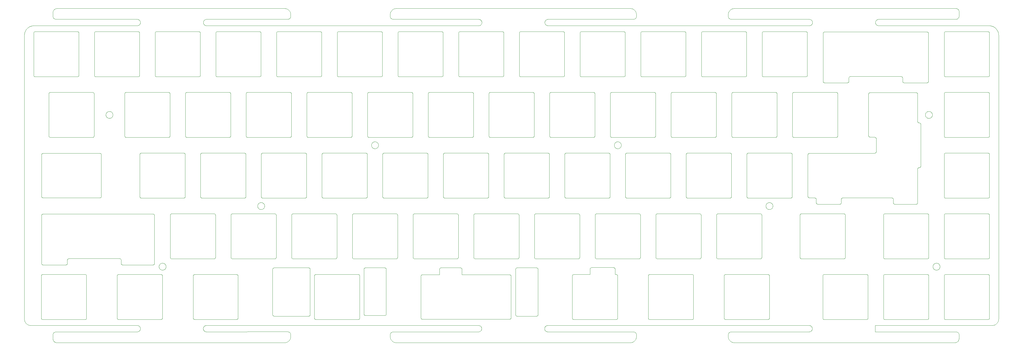
<source format=gbr>
G04 #@! TF.GenerationSoftware,KiCad,Pcbnew,(5.1.11)-1*
G04 #@! TF.CreationDate,2022-08-10T17:55:51+07:00*
G04 #@! TF.ProjectId,Plate,506c6174-652e-46b6-9963-61645f706362,rev?*
G04 #@! TF.SameCoordinates,Original*
G04 #@! TF.FileFunction,Profile,NP*
%FSLAX45Y45*%
G04 Gerber Fmt 4.5, Leading zero omitted, Abs format (unit mm)*
G04 Created by KiCad (PCBNEW (5.1.11)-1) date 2022-08-10 17:55:51*
%MOMM*%
%LPD*%
G01*
G04 APERTURE LIST*
G04 #@! TA.AperFunction,Profile*
%ADD10C,0.001000*%
G04 #@! TD*
G04 APERTURE END LIST*
D10*
X15075837Y-13444671D02*
X15073264Y-13444737D01*
X15073264Y-13444737D02*
X15070725Y-13444933D01*
X15070725Y-13444933D02*
X15068222Y-13445256D01*
X15068222Y-13445256D02*
X15065760Y-13445701D01*
X15065760Y-13445701D02*
X15063341Y-13446268D01*
X15063341Y-13446268D02*
X15060968Y-13446951D01*
X15060968Y-13446951D02*
X15058645Y-13447748D01*
X15058645Y-13447748D02*
X15056375Y-13448656D01*
X15056375Y-13448656D02*
X15054160Y-13449671D01*
X15054160Y-13449671D02*
X15052004Y-13450791D01*
X15052004Y-13450791D02*
X15049910Y-13452011D01*
X15049910Y-13452011D02*
X15047882Y-13453330D01*
X15047882Y-13453330D02*
X15045921Y-13454744D01*
X15045921Y-13454744D02*
X15044032Y-13456249D01*
X15044032Y-13456249D02*
X15042218Y-13457842D01*
X15042218Y-13457842D02*
X15040482Y-13459521D01*
X15040482Y-13459521D02*
X15038826Y-13461282D01*
X15038826Y-13461282D02*
X15037255Y-13463121D01*
X15037255Y-13463121D02*
X15035770Y-13465037D01*
X15035770Y-13465037D02*
X15034376Y-13467024D01*
X15034376Y-13467024D02*
X15033076Y-13469082D01*
X15033076Y-13469082D02*
X15031872Y-13471205D01*
X15031872Y-13471205D02*
X15030767Y-13473391D01*
X15030767Y-13473391D02*
X15029766Y-13475637D01*
X15029766Y-13475637D02*
X15028871Y-13477939D01*
X15028871Y-13477939D02*
X15028085Y-13480295D01*
X15028085Y-13480295D02*
X15027411Y-13482701D01*
X15027411Y-13482701D02*
X15026853Y-13485154D01*
X15026853Y-13485154D02*
X15026413Y-13487650D01*
X15026413Y-13487650D02*
X15026095Y-13490188D01*
X15026095Y-13490188D02*
X15025902Y-13492763D01*
X15025902Y-13492763D02*
X15025837Y-13495372D01*
X15025837Y-14914979D02*
X15025837Y-13495372D01*
X15025837Y-14914979D02*
X15025902Y-14917588D01*
X15025902Y-14917588D02*
X15026095Y-14920163D01*
X15026095Y-14920163D02*
X15026413Y-14922700D01*
X15026413Y-14922700D02*
X15026853Y-14925197D01*
X15026853Y-14925197D02*
X15027411Y-14927650D01*
X15027411Y-14927650D02*
X15028085Y-14930056D01*
X15028085Y-14930056D02*
X15028871Y-14932411D01*
X15028871Y-14932411D02*
X15029766Y-14934714D01*
X15029766Y-14934714D02*
X15030767Y-14936959D01*
X15030767Y-14936959D02*
X15031872Y-14939146D01*
X15031872Y-14939146D02*
X15033076Y-14941269D01*
X15033076Y-14941269D02*
X15034376Y-14943326D01*
X15034376Y-14943326D02*
X15035770Y-14945314D01*
X15035770Y-14945314D02*
X15037255Y-14947229D01*
X15037255Y-14947229D02*
X15038826Y-14949069D01*
X15038826Y-14949069D02*
X15040482Y-14950829D01*
X15040482Y-14950829D02*
X15042218Y-14952508D01*
X15042218Y-14952508D02*
X15044032Y-14954102D01*
X15044032Y-14954102D02*
X15045921Y-14955607D01*
X15045921Y-14955607D02*
X15047882Y-14957020D01*
X15047882Y-14957020D02*
X15049910Y-14958339D01*
X15049910Y-14958339D02*
X15052004Y-14959560D01*
X15052004Y-14959560D02*
X15054160Y-14960679D01*
X15054160Y-14960679D02*
X15056375Y-14961695D01*
X15056375Y-14961695D02*
X15058645Y-14962602D01*
X15058645Y-14962602D02*
X15060968Y-14963400D01*
X15060968Y-14963400D02*
X15063341Y-14964083D01*
X15063341Y-14964083D02*
X15065760Y-14964649D01*
X15065760Y-14964649D02*
X15068222Y-14965095D01*
X15068222Y-14965095D02*
X15070725Y-14965417D01*
X15070725Y-14965417D02*
X15073264Y-14965613D01*
X15073264Y-14965613D02*
X15075837Y-14965679D01*
X15675837Y-14965679D02*
X15075837Y-14965679D01*
X15675837Y-14965679D02*
X15678410Y-14965613D01*
X15678410Y-14965613D02*
X15680949Y-14965417D01*
X15680949Y-14965417D02*
X15683451Y-14965095D01*
X15683451Y-14965095D02*
X15685913Y-14964649D01*
X15685913Y-14964649D02*
X15688332Y-14964083D01*
X15688332Y-14964083D02*
X15690705Y-14963400D01*
X15690705Y-14963400D02*
X15693028Y-14962602D01*
X15693028Y-14962602D02*
X15695299Y-14961695D01*
X15695299Y-14961695D02*
X15697514Y-14960679D01*
X15697514Y-14960679D02*
X15699670Y-14959560D01*
X15699670Y-14959560D02*
X15701763Y-14958339D01*
X15701763Y-14958339D02*
X15703792Y-14957020D01*
X15703792Y-14957020D02*
X15705752Y-14955607D01*
X15705752Y-14955607D02*
X15707641Y-14954102D01*
X15707641Y-14954102D02*
X15709455Y-14952508D01*
X15709455Y-14952508D02*
X15711192Y-14950829D01*
X15711192Y-14950829D02*
X15712848Y-14949069D01*
X15712848Y-14949069D02*
X15714419Y-14947229D01*
X15714419Y-14947229D02*
X15715903Y-14945314D01*
X15715903Y-14945314D02*
X15717297Y-14943326D01*
X15717297Y-14943326D02*
X15718598Y-14941269D01*
X15718598Y-14941269D02*
X15719802Y-14939146D01*
X15719802Y-14939146D02*
X15720906Y-14936959D01*
X15720906Y-14936959D02*
X15721907Y-14934714D01*
X15721907Y-14934714D02*
X15722803Y-14932411D01*
X15722803Y-14932411D02*
X15723589Y-14930056D01*
X15723589Y-14930056D02*
X15724263Y-14927650D01*
X15724263Y-14927650D02*
X15724821Y-14925197D01*
X15724821Y-14925197D02*
X15725261Y-14922700D01*
X15725261Y-14922700D02*
X15725579Y-14920163D01*
X15725579Y-14920163D02*
X15725772Y-14917588D01*
X15725772Y-14917588D02*
X15725837Y-14914979D01*
X15725837Y-13495372D02*
X15725837Y-14914979D01*
X15725837Y-13495372D02*
X15725772Y-13492763D01*
X15725772Y-13492763D02*
X15725579Y-13490188D01*
X15725579Y-13490188D02*
X15725261Y-13487650D01*
X15725261Y-13487650D02*
X15724821Y-13485154D01*
X15724821Y-13485154D02*
X15724263Y-13482701D01*
X15724263Y-13482701D02*
X15723589Y-13480295D01*
X15723589Y-13480295D02*
X15722803Y-13477939D01*
X15722803Y-13477939D02*
X15721907Y-13475637D01*
X15721907Y-13475637D02*
X15720906Y-13473391D01*
X15720906Y-13473391D02*
X15719802Y-13471205D01*
X15719802Y-13471205D02*
X15718598Y-13469082D01*
X15718598Y-13469082D02*
X15717297Y-13467024D01*
X15717297Y-13467024D02*
X15715903Y-13465037D01*
X15715903Y-13465037D02*
X15714419Y-13463121D01*
X15714419Y-13463121D02*
X15712848Y-13461282D01*
X15712848Y-13461282D02*
X15711192Y-13459521D01*
X15711192Y-13459521D02*
X15709455Y-13457842D01*
X15709455Y-13457842D02*
X15707641Y-13456249D01*
X15707641Y-13456249D02*
X15705752Y-13454744D01*
X15705752Y-13454744D02*
X15703792Y-13453330D01*
X15703792Y-13453330D02*
X15701763Y-13452011D01*
X15701763Y-13452011D02*
X15699670Y-13450791D01*
X15699670Y-13450791D02*
X15697514Y-13449671D01*
X15697514Y-13449671D02*
X15695299Y-13448656D01*
X15695299Y-13448656D02*
X15693028Y-13447748D01*
X15693028Y-13447748D02*
X15690705Y-13446951D01*
X15690705Y-13446951D02*
X15688332Y-13446268D01*
X15688332Y-13446268D02*
X15685913Y-13445701D01*
X15685913Y-13445701D02*
X15683451Y-13445256D01*
X15683451Y-13445256D02*
X15680949Y-13444933D01*
X15680949Y-13444933D02*
X15678410Y-13444737D01*
X15678410Y-13444737D02*
X15675837Y-13444671D01*
X15075837Y-13444671D02*
X15675837Y-13444671D01*
X12688236Y-13444671D02*
X12685663Y-13444736D01*
X12685663Y-13444736D02*
X12683124Y-13444930D01*
X12683124Y-13444930D02*
X12680621Y-13445247D01*
X12680621Y-13445247D02*
X12678159Y-13445687D01*
X12678159Y-13445687D02*
X12675740Y-13446245D01*
X12675740Y-13446245D02*
X12673367Y-13446919D01*
X12673367Y-13446919D02*
X12671044Y-13447705D01*
X12671044Y-13447705D02*
X12668774Y-13448600D01*
X12668774Y-13448600D02*
X12666559Y-13449602D01*
X12666559Y-13449602D02*
X12664403Y-13450706D01*
X12664403Y-13450706D02*
X12662309Y-13451910D01*
X12662309Y-13451910D02*
X12660281Y-13453210D01*
X12660281Y-13453210D02*
X12658320Y-13454604D01*
X12658320Y-13454604D02*
X12656432Y-13456088D01*
X12656432Y-13456088D02*
X12654617Y-13457660D01*
X12654617Y-13457660D02*
X12652881Y-13459315D01*
X12652881Y-13459315D02*
X12651225Y-13461052D01*
X12651225Y-13461052D02*
X12649654Y-13462866D01*
X12649654Y-13462866D02*
X12648170Y-13464755D01*
X12648170Y-13464755D02*
X12646776Y-13466715D01*
X12646776Y-13466715D02*
X12645475Y-13468744D01*
X12645475Y-13468744D02*
X12644271Y-13470838D01*
X12644271Y-13470838D02*
X12643167Y-13472993D01*
X12643167Y-13472993D02*
X12642166Y-13475208D01*
X12642166Y-13475208D02*
X12641271Y-13477479D01*
X12641271Y-13477479D02*
X12640485Y-13479802D01*
X12640485Y-13479802D02*
X12639811Y-13482175D01*
X12639811Y-13482175D02*
X12639253Y-13484594D01*
X12639253Y-13484594D02*
X12638813Y-13487056D01*
X12638813Y-13487056D02*
X12638495Y-13489558D01*
X12638495Y-13489558D02*
X12638302Y-13492097D01*
X12638302Y-13492097D02*
X12638237Y-13494671D01*
X12638237Y-13662134D02*
X12638237Y-13494671D01*
X12103336Y-13662134D02*
X12638237Y-13662134D01*
X12103336Y-13662134D02*
X12100763Y-13662199D01*
X12100763Y-13662199D02*
X12098224Y-13662393D01*
X12098224Y-13662393D02*
X12095722Y-13662710D01*
X12095722Y-13662710D02*
X12093259Y-13663150D01*
X12093259Y-13663150D02*
X12090840Y-13663708D01*
X12090840Y-13663708D02*
X12088468Y-13664382D01*
X12088468Y-13664382D02*
X12086145Y-13665168D01*
X12086145Y-13665168D02*
X12083874Y-13666063D01*
X12083874Y-13666063D02*
X12081659Y-13667065D01*
X12081659Y-13667065D02*
X12079503Y-13668169D01*
X12079503Y-13668169D02*
X12077410Y-13669373D01*
X12077410Y-13669373D02*
X12075381Y-13670673D01*
X12075381Y-13670673D02*
X12073421Y-13672067D01*
X12073421Y-13672067D02*
X12071532Y-13673551D01*
X12071532Y-13673551D02*
X12069718Y-13675123D01*
X12069718Y-13675123D02*
X12067981Y-13676778D01*
X12067981Y-13676778D02*
X12066326Y-13678515D01*
X12066326Y-13678515D02*
X12064754Y-13680329D01*
X12064754Y-13680329D02*
X12063270Y-13682218D01*
X12063270Y-13682218D02*
X12061876Y-13684178D01*
X12061876Y-13684178D02*
X12060576Y-13686207D01*
X12060576Y-13686207D02*
X12059372Y-13688301D01*
X12059372Y-13688301D02*
X12058268Y-13690456D01*
X12058268Y-13690456D02*
X12057266Y-13692671D01*
X12057266Y-13692671D02*
X12056371Y-13694942D01*
X12056371Y-13694942D02*
X12055585Y-13697265D01*
X12055585Y-13697265D02*
X12054911Y-13699638D01*
X12054911Y-13699638D02*
X12054353Y-13702057D01*
X12054353Y-13702057D02*
X12053913Y-13704519D01*
X12053913Y-13704519D02*
X12053595Y-13707021D01*
X12053595Y-13707021D02*
X12053402Y-13709560D01*
X12053402Y-13709560D02*
X12053337Y-13712134D01*
X12053337Y-15012134D02*
X12053337Y-13712134D01*
X12053337Y-15012134D02*
X12053402Y-15014707D01*
X12053402Y-15014707D02*
X12053595Y-15017246D01*
X12053595Y-15017246D02*
X12053913Y-15019748D01*
X12053913Y-15019748D02*
X12054353Y-15022211D01*
X12054353Y-15022211D02*
X12054911Y-15024630D01*
X12054911Y-15024630D02*
X12055585Y-15027002D01*
X12055585Y-15027002D02*
X12056371Y-15029326D01*
X12056371Y-15029326D02*
X12057266Y-15031596D01*
X12057266Y-15031596D02*
X12058268Y-15033811D01*
X12058268Y-15033811D02*
X12059372Y-15035967D01*
X12059372Y-15035967D02*
X12060576Y-15038061D01*
X12060576Y-15038061D02*
X12061876Y-15040089D01*
X12061876Y-15040089D02*
X12063270Y-15042049D01*
X12063270Y-15042049D02*
X12064754Y-15043938D01*
X12064754Y-15043938D02*
X12066326Y-15045752D01*
X12066326Y-15045752D02*
X12067981Y-15047489D01*
X12067981Y-15047489D02*
X12069718Y-15049144D01*
X12069718Y-15049144D02*
X12071532Y-15050716D01*
X12071532Y-15050716D02*
X12073421Y-15052200D01*
X12073421Y-15052200D02*
X12075381Y-15053594D01*
X12075381Y-15053594D02*
X12077410Y-15054895D01*
X12077410Y-15054895D02*
X12079503Y-15056098D01*
X12079503Y-15056098D02*
X12081659Y-15057203D01*
X12081659Y-15057203D02*
X12083874Y-15058204D01*
X12083874Y-15058204D02*
X12086145Y-15059099D01*
X12086145Y-15059099D02*
X12088468Y-15059885D01*
X12088468Y-15059885D02*
X12090840Y-15060559D01*
X12090840Y-15060559D02*
X12093259Y-15061117D01*
X12093259Y-15061117D02*
X12095722Y-15061557D01*
X12095722Y-15061557D02*
X12098224Y-15061875D01*
X12098224Y-15061875D02*
X12100763Y-15062068D01*
X12100763Y-15062068D02*
X12103336Y-15062133D01*
X14826900Y-15062133D02*
X12103336Y-15062133D01*
X14826900Y-15062133D02*
X14829737Y-15062068D01*
X14829737Y-15062068D02*
X14832537Y-15061875D01*
X14832537Y-15061875D02*
X14835296Y-15061557D01*
X14835296Y-15061557D02*
X14838011Y-15061117D01*
X14838011Y-15061117D02*
X14840679Y-15060559D01*
X14840679Y-15060559D02*
X14843295Y-15059885D01*
X14843295Y-15059885D02*
X14845857Y-15059099D01*
X14845857Y-15059099D02*
X14848361Y-15058204D01*
X14848361Y-15058204D02*
X14850803Y-15057203D01*
X14850803Y-15057203D02*
X14853181Y-15056098D01*
X14853181Y-15056098D02*
X14855490Y-15054895D01*
X14855490Y-15054895D02*
X14857727Y-15053594D01*
X14857727Y-15053594D02*
X14859888Y-15052200D01*
X14859888Y-15052200D02*
X14861971Y-15050716D01*
X14861971Y-15050716D02*
X14863972Y-15049144D01*
X14863972Y-15049144D02*
X14865887Y-15047489D01*
X14865887Y-15047489D02*
X14867712Y-15045752D01*
X14867712Y-15045752D02*
X14869445Y-15043938D01*
X14869445Y-15043938D02*
X14871082Y-15042049D01*
X14871082Y-15042049D02*
X14872620Y-15040089D01*
X14872620Y-15040089D02*
X14874054Y-15038061D01*
X14874054Y-15038061D02*
X14875381Y-15035967D01*
X14875381Y-15035967D02*
X14876599Y-15033811D01*
X14876599Y-15033811D02*
X14877703Y-15031596D01*
X14877703Y-15031596D02*
X14878690Y-15029326D01*
X14878690Y-15029326D02*
X14879557Y-15027002D01*
X14879557Y-15027002D02*
X14880300Y-15024630D01*
X14880300Y-15024630D02*
X14880916Y-15022211D01*
X14880916Y-15022211D02*
X14881401Y-15019748D01*
X14881401Y-15019748D02*
X14881752Y-15017246D01*
X14881752Y-15017246D02*
X14881964Y-15014707D01*
X14881964Y-15014707D02*
X14882036Y-15012134D01*
X14882036Y-13712134D02*
X14882036Y-15012134D01*
X14882036Y-13712134D02*
X14881964Y-13709560D01*
X14881964Y-13709560D02*
X14881752Y-13707021D01*
X14881752Y-13707021D02*
X14881401Y-13704519D01*
X14881401Y-13704519D02*
X14880916Y-13702057D01*
X14880916Y-13702057D02*
X14880300Y-13699638D01*
X14880300Y-13699638D02*
X14879557Y-13697265D01*
X14879557Y-13697265D02*
X14878690Y-13694942D01*
X14878690Y-13694942D02*
X14877703Y-13692671D01*
X14877703Y-13692671D02*
X14876599Y-13690456D01*
X14876599Y-13690456D02*
X14875381Y-13688301D01*
X14875381Y-13688301D02*
X14874054Y-13686207D01*
X14874054Y-13686207D02*
X14872620Y-13684178D01*
X14872620Y-13684178D02*
X14871082Y-13682218D01*
X14871082Y-13682218D02*
X14869445Y-13680329D01*
X14869445Y-13680329D02*
X14867712Y-13678515D01*
X14867712Y-13678515D02*
X14865887Y-13676778D01*
X14865887Y-13676778D02*
X14863972Y-13675123D01*
X14863972Y-13675123D02*
X14861971Y-13673551D01*
X14861971Y-13673551D02*
X14859888Y-13672067D01*
X14859888Y-13672067D02*
X14857727Y-13670673D01*
X14857727Y-13670673D02*
X14855490Y-13669373D01*
X14855490Y-13669373D02*
X14853181Y-13668169D01*
X14853181Y-13668169D02*
X14850803Y-13667065D01*
X14850803Y-13667065D02*
X14848361Y-13666063D01*
X14848361Y-13666063D02*
X14845857Y-13665168D01*
X14845857Y-13665168D02*
X14843295Y-13664382D01*
X14843295Y-13664382D02*
X14840679Y-13663708D01*
X14840679Y-13663708D02*
X14838011Y-13663150D01*
X14838011Y-13663150D02*
X14835296Y-13662710D01*
X14835296Y-13662710D02*
X14832537Y-13662393D01*
X14832537Y-13662393D02*
X14829737Y-13662199D01*
X14829737Y-13662199D02*
X14826900Y-13662134D01*
X13338235Y-13662134D02*
X14826900Y-13662134D01*
X13338235Y-13494671D02*
X13338235Y-13662134D01*
X13338235Y-13494671D02*
X13338170Y-13492097D01*
X13338170Y-13492097D02*
X13337977Y-13489558D01*
X13337977Y-13489558D02*
X13337659Y-13487056D01*
X13337659Y-13487056D02*
X13337219Y-13484594D01*
X13337219Y-13484594D02*
X13336661Y-13482175D01*
X13336661Y-13482175D02*
X13335987Y-13479802D01*
X13335987Y-13479802D02*
X13335201Y-13477479D01*
X13335201Y-13477479D02*
X13334306Y-13475208D01*
X13334306Y-13475208D02*
X13333305Y-13472993D01*
X13333305Y-13472993D02*
X13332201Y-13470838D01*
X13332201Y-13470838D02*
X13330997Y-13468744D01*
X13330997Y-13468744D02*
X13329696Y-13466715D01*
X13329696Y-13466715D02*
X13328302Y-13464755D01*
X13328302Y-13464755D02*
X13326818Y-13462866D01*
X13326818Y-13462866D02*
X13325247Y-13461052D01*
X13325247Y-13461052D02*
X13323591Y-13459315D01*
X13323591Y-13459315D02*
X13321855Y-13457660D01*
X13321855Y-13457660D02*
X13320040Y-13456088D01*
X13320040Y-13456088D02*
X13318152Y-13454604D01*
X13318152Y-13454604D02*
X13316191Y-13453210D01*
X13316191Y-13453210D02*
X13314163Y-13451910D01*
X13314163Y-13451910D02*
X13312069Y-13450706D01*
X13312069Y-13450706D02*
X13309913Y-13449602D01*
X13309913Y-13449602D02*
X13307698Y-13448600D01*
X13307698Y-13448600D02*
X13305428Y-13447705D01*
X13305428Y-13447705D02*
X13303105Y-13446919D01*
X13303105Y-13446919D02*
X13300732Y-13446245D01*
X13300732Y-13446245D02*
X13298313Y-13445687D01*
X13298313Y-13445687D02*
X13295851Y-13445247D01*
X13295851Y-13445247D02*
X13293348Y-13444930D01*
X13293348Y-13444930D02*
X13290809Y-13444736D01*
X13290809Y-13444736D02*
X13288236Y-13444671D01*
X12688236Y-13444671D02*
X13288236Y-13444671D01*
X10313337Y-13444671D02*
X10310764Y-13444736D01*
X10310764Y-13444736D02*
X10308225Y-13444930D01*
X10308225Y-13444930D02*
X10305722Y-13445248D01*
X10305722Y-13445248D02*
X10303260Y-13445687D01*
X10303260Y-13445687D02*
X10300841Y-13446246D01*
X10300841Y-13446246D02*
X10298468Y-13446919D01*
X10298468Y-13446919D02*
X10296145Y-13447705D01*
X10296145Y-13447705D02*
X10293874Y-13448601D01*
X10293874Y-13448601D02*
X10291660Y-13449602D01*
X10291660Y-13449602D02*
X10289504Y-13450706D01*
X10289504Y-13450706D02*
X10287410Y-13451910D01*
X10287410Y-13451910D02*
X10285381Y-13453211D01*
X10285381Y-13453211D02*
X10283421Y-13454605D01*
X10283421Y-13454605D02*
X10281532Y-13456089D01*
X10281532Y-13456089D02*
X10279718Y-13457660D01*
X10279718Y-13457660D02*
X10277981Y-13459316D01*
X10277981Y-13459316D02*
X10276326Y-13461052D01*
X10276326Y-13461052D02*
X10274754Y-13462867D01*
X10274754Y-13462867D02*
X10273270Y-13464755D01*
X10273270Y-13464755D02*
X10271876Y-13466716D01*
X10271876Y-13466716D02*
X10270575Y-13468744D01*
X10270575Y-13468744D02*
X10269371Y-13470838D01*
X10269371Y-13470838D02*
X10268267Y-13472994D01*
X10268267Y-13472994D02*
X10267266Y-13475209D01*
X10267266Y-13475209D02*
X10266371Y-13477480D01*
X10266371Y-13477480D02*
X10265585Y-13479803D01*
X10265585Y-13479803D02*
X10264911Y-13482176D01*
X10264911Y-13482176D02*
X10264353Y-13484595D01*
X10264353Y-13484595D02*
X10263913Y-13487057D01*
X10263913Y-13487057D02*
X10263595Y-13489559D01*
X10263595Y-13489559D02*
X10263402Y-13492098D01*
X10263402Y-13492098D02*
X10263337Y-13494671D01*
X10263337Y-14894671D02*
X10263337Y-13494671D01*
X10263337Y-14894671D02*
X10263402Y-14897244D01*
X10263402Y-14897244D02*
X10263595Y-14899784D01*
X10263595Y-14899784D02*
X10263913Y-14902286D01*
X10263913Y-14902286D02*
X10264353Y-14904748D01*
X10264353Y-14904748D02*
X10264911Y-14907167D01*
X10264911Y-14907167D02*
X10265585Y-14909540D01*
X10265585Y-14909540D02*
X10266371Y-14911863D01*
X10266371Y-14911863D02*
X10267266Y-14914134D01*
X10267266Y-14914134D02*
X10268267Y-14916349D01*
X10268267Y-14916349D02*
X10269371Y-14918505D01*
X10269371Y-14918505D02*
X10270575Y-14920598D01*
X10270575Y-14920598D02*
X10271876Y-14922627D01*
X10271876Y-14922627D02*
X10273270Y-14924587D01*
X10273270Y-14924587D02*
X10274754Y-14926476D01*
X10274754Y-14926476D02*
X10276326Y-14928290D01*
X10276326Y-14928290D02*
X10277981Y-14930027D01*
X10277981Y-14930027D02*
X10279718Y-14931682D01*
X10279718Y-14931682D02*
X10281532Y-14933254D01*
X10281532Y-14933254D02*
X10283421Y-14934738D01*
X10283421Y-14934738D02*
X10285381Y-14936132D01*
X10285381Y-14936132D02*
X10287410Y-14937433D01*
X10287410Y-14937433D02*
X10289504Y-14938637D01*
X10289504Y-14938637D02*
X10291660Y-14939741D01*
X10291660Y-14939741D02*
X10293874Y-14940742D01*
X10293874Y-14940742D02*
X10296145Y-14941637D01*
X10296145Y-14941637D02*
X10298468Y-14942424D01*
X10298468Y-14942424D02*
X10300841Y-14943097D01*
X10300841Y-14943097D02*
X10303260Y-14943656D01*
X10303260Y-14943656D02*
X10305722Y-14944095D01*
X10305722Y-14944095D02*
X10308225Y-14944413D01*
X10308225Y-14944413D02*
X10310764Y-14944606D01*
X10310764Y-14944606D02*
X10313337Y-14944671D01*
X10913337Y-14944671D02*
X10313337Y-14944671D01*
X10913337Y-14944671D02*
X10915910Y-14944606D01*
X10915910Y-14944606D02*
X10918449Y-14944413D01*
X10918449Y-14944413D02*
X10920951Y-14944095D01*
X10920951Y-14944095D02*
X10923414Y-14943656D01*
X10923414Y-14943656D02*
X10925833Y-14943097D01*
X10925833Y-14943097D02*
X10928205Y-14942424D01*
X10928205Y-14942424D02*
X10930529Y-14941637D01*
X10930529Y-14941637D02*
X10932799Y-14940742D01*
X10932799Y-14940742D02*
X10935014Y-14939741D01*
X10935014Y-14939741D02*
X10937170Y-14938637D01*
X10937170Y-14938637D02*
X10939264Y-14937433D01*
X10939264Y-14937433D02*
X10941292Y-14936132D01*
X10941292Y-14936132D02*
X10943253Y-14934738D01*
X10943253Y-14934738D02*
X10945142Y-14933254D01*
X10945142Y-14933254D02*
X10946956Y-14931682D01*
X10946956Y-14931682D02*
X10948692Y-14930027D01*
X10948692Y-14930027D02*
X10950348Y-14928290D01*
X10950348Y-14928290D02*
X10951919Y-14926476D01*
X10951919Y-14926476D02*
X10953404Y-14924587D01*
X10953404Y-14924587D02*
X10954798Y-14922627D01*
X10954798Y-14922627D02*
X10956098Y-14920598D01*
X10956098Y-14920598D02*
X10957302Y-14918505D01*
X10957302Y-14918505D02*
X10958406Y-14916349D01*
X10958406Y-14916349D02*
X10959408Y-14914134D01*
X10959408Y-14914134D02*
X10960303Y-14911863D01*
X10960303Y-14911863D02*
X10961089Y-14909540D01*
X10961089Y-14909540D02*
X10961763Y-14907167D01*
X10961763Y-14907167D02*
X10962321Y-14904748D01*
X10962321Y-14904748D02*
X10962761Y-14902286D01*
X10962761Y-14902286D02*
X10963079Y-14899784D01*
X10963079Y-14899784D02*
X10963272Y-14897244D01*
X10963272Y-14897244D02*
X10963337Y-14894671D01*
X10963337Y-13494671D02*
X10963337Y-14894671D01*
X10963337Y-13494671D02*
X10963272Y-13492098D01*
X10963272Y-13492098D02*
X10963079Y-13489559D01*
X10963079Y-13489559D02*
X10962761Y-13487057D01*
X10962761Y-13487057D02*
X10962321Y-13484595D01*
X10962321Y-13484595D02*
X10961763Y-13482176D01*
X10961763Y-13482176D02*
X10961089Y-13479803D01*
X10961089Y-13479803D02*
X10960303Y-13477480D01*
X10960303Y-13477480D02*
X10959408Y-13475209D01*
X10959408Y-13475209D02*
X10958406Y-13472994D01*
X10958406Y-13472994D02*
X10957302Y-13470838D01*
X10957302Y-13470838D02*
X10956098Y-13468744D01*
X10956098Y-13468744D02*
X10954798Y-13466716D01*
X10954798Y-13466716D02*
X10953404Y-13464755D01*
X10953404Y-13464755D02*
X10951919Y-13462867D01*
X10951919Y-13462867D02*
X10950348Y-13461052D01*
X10950348Y-13461052D02*
X10948692Y-13459316D01*
X10948692Y-13459316D02*
X10946956Y-13457660D01*
X10946956Y-13457660D02*
X10945142Y-13456089D01*
X10945142Y-13456089D02*
X10943253Y-13454605D01*
X10943253Y-13454605D02*
X10941292Y-13453211D01*
X10941292Y-13453211D02*
X10939264Y-13451910D01*
X10939264Y-13451910D02*
X10937170Y-13450706D01*
X10937170Y-13450706D02*
X10935014Y-13449602D01*
X10935014Y-13449602D02*
X10932799Y-13448601D01*
X10932799Y-13448601D02*
X10930529Y-13447705D01*
X10930529Y-13447705D02*
X10928205Y-13446919D01*
X10928205Y-13446919D02*
X10925833Y-13446246D01*
X10925833Y-13446246D02*
X10923414Y-13445687D01*
X10923414Y-13445687D02*
X10920951Y-13445248D01*
X10920951Y-13445248D02*
X10918449Y-13444930D01*
X10918449Y-13444930D02*
X10915910Y-13444736D01*
X10915910Y-13444736D02*
X10913337Y-13444671D01*
X10313337Y-13444671D02*
X10913337Y-13444671D01*
X7399560Y-14914977D02*
X7399625Y-14917586D01*
X7399625Y-14917586D02*
X7399819Y-14920161D01*
X7399819Y-14920161D02*
X7400138Y-14922699D01*
X7400138Y-14922699D02*
X7400579Y-14925195D01*
X7400579Y-14925195D02*
X7401139Y-14927648D01*
X7401139Y-14927648D02*
X7401815Y-14930054D01*
X7401815Y-14930054D02*
X7402604Y-14932410D01*
X7402604Y-14932410D02*
X7403502Y-14934713D01*
X7403502Y-14934713D02*
X7404506Y-14936958D01*
X7404506Y-14936958D02*
X7405614Y-14939145D01*
X7405614Y-14939145D02*
X7406822Y-14941268D01*
X7406822Y-14941268D02*
X7408126Y-14943325D01*
X7408126Y-14943325D02*
X7409525Y-14945313D01*
X7409525Y-14945313D02*
X7411014Y-14947228D01*
X7411014Y-14947228D02*
X7412590Y-14949068D01*
X7412590Y-14949068D02*
X7414251Y-14950829D01*
X7414251Y-14950829D02*
X7415993Y-14952507D01*
X7415993Y-14952507D02*
X7417813Y-14954101D01*
X7417813Y-14954101D02*
X7419708Y-14955606D01*
X7419708Y-14955606D02*
X7421675Y-14957020D01*
X7421675Y-14957020D02*
X7423710Y-14958339D01*
X7423710Y-14958339D02*
X7425810Y-14959559D01*
X7425810Y-14959559D02*
X7427973Y-14960679D01*
X7427973Y-14960679D02*
X7430195Y-14961694D01*
X7430195Y-14961694D02*
X7432473Y-14962602D01*
X7432473Y-14962602D02*
X7434804Y-14963399D01*
X7434804Y-14963399D02*
X7437184Y-14964083D01*
X7437184Y-14964083D02*
X7439611Y-14964649D01*
X7439611Y-14964649D02*
X7442081Y-14965095D01*
X7442081Y-14965095D02*
X7444591Y-14965417D01*
X7444591Y-14965417D02*
X7447139Y-14965613D01*
X7447139Y-14965613D02*
X7449720Y-14965679D01*
X8525575Y-14965679D02*
X7449720Y-14965679D01*
X8525575Y-14965679D02*
X8528156Y-14965613D01*
X8528156Y-14965613D02*
X8530704Y-14965417D01*
X8530704Y-14965417D02*
X8533214Y-14965095D01*
X8533214Y-14965095D02*
X8535684Y-14964649D01*
X8535684Y-14964649D02*
X8538111Y-14964083D01*
X8538111Y-14964083D02*
X8540492Y-14963399D01*
X8540492Y-14963399D02*
X8542822Y-14962602D01*
X8542822Y-14962602D02*
X8545100Y-14961694D01*
X8545100Y-14961694D02*
X8547322Y-14960679D01*
X8547322Y-14960679D02*
X8549485Y-14959559D01*
X8549485Y-14959559D02*
X8551586Y-14958339D01*
X8551586Y-14958339D02*
X8553621Y-14957020D01*
X8553621Y-14957020D02*
X8555588Y-14955606D01*
X8555588Y-14955606D02*
X8557483Y-14954101D01*
X8557483Y-14954101D02*
X8559303Y-14952507D01*
X8559303Y-14952507D02*
X8561045Y-14950829D01*
X8561045Y-14950829D02*
X8562706Y-14949068D01*
X8562706Y-14949068D02*
X8564283Y-14947228D01*
X8564283Y-14947228D02*
X8565772Y-14945313D01*
X8565772Y-14945313D02*
X8567170Y-14943325D01*
X8567170Y-14943325D02*
X8568475Y-14941268D01*
X8568475Y-14941268D02*
X8569683Y-14939145D01*
X8569683Y-14939145D02*
X8570791Y-14936958D01*
X8570791Y-14936958D02*
X8571795Y-14934713D01*
X8571795Y-14934713D02*
X8572694Y-14932410D01*
X8572694Y-14932410D02*
X8573482Y-14930054D01*
X8573482Y-14930054D02*
X8574158Y-14927648D01*
X8574158Y-14927648D02*
X8574718Y-14925195D01*
X8574718Y-14925195D02*
X8575159Y-14922699D01*
X8575159Y-14922699D02*
X8575478Y-14920161D01*
X8575478Y-14920161D02*
X8575672Y-14917586D01*
X8575672Y-14917586D02*
X8575737Y-14914977D01*
X8575737Y-13495373D02*
X8575737Y-14914977D01*
X8575737Y-13495373D02*
X8575672Y-13492764D01*
X8575672Y-13492764D02*
X8575478Y-13490189D01*
X8575478Y-13490189D02*
X8575159Y-13487652D01*
X8575159Y-13487652D02*
X8574718Y-13485155D01*
X8574718Y-13485155D02*
X8574158Y-13482702D01*
X8574158Y-13482702D02*
X8573482Y-13480296D01*
X8573482Y-13480296D02*
X8572694Y-13477940D01*
X8572694Y-13477940D02*
X8571795Y-13475638D01*
X8571795Y-13475638D02*
X8570791Y-13473392D01*
X8570791Y-13473392D02*
X8569683Y-13471206D01*
X8569683Y-13471206D02*
X8568475Y-13469082D01*
X8568475Y-13469082D02*
X8567170Y-13467025D01*
X8567170Y-13467025D02*
X8565772Y-13465037D01*
X8565772Y-13465037D02*
X8564283Y-13463122D01*
X8564283Y-13463122D02*
X8562706Y-13461282D01*
X8562706Y-13461282D02*
X8561045Y-13459522D01*
X8561045Y-13459522D02*
X8559303Y-13457843D01*
X8559303Y-13457843D02*
X8557483Y-13456249D01*
X8557483Y-13456249D02*
X8555588Y-13454744D01*
X8555588Y-13454744D02*
X8553621Y-13453330D01*
X8553621Y-13453330D02*
X8551586Y-13452012D01*
X8551586Y-13452012D02*
X8549485Y-13450791D01*
X8549485Y-13450791D02*
X8547322Y-13449671D01*
X8547322Y-13449671D02*
X8545100Y-13448656D01*
X8545100Y-13448656D02*
X8542822Y-13447748D01*
X8542822Y-13447748D02*
X8540492Y-13446951D01*
X8540492Y-13446951D02*
X8538111Y-13446268D01*
X8538111Y-13446268D02*
X8535684Y-13445701D01*
X8535684Y-13445701D02*
X8533214Y-13445256D01*
X8533214Y-13445256D02*
X8530704Y-13444933D01*
X8530704Y-13444933D02*
X8528156Y-13444737D01*
X8528156Y-13444737D02*
X8525575Y-13444671D01*
X7449720Y-13444671D02*
X8525575Y-13444671D01*
X7449720Y-13444671D02*
X7447139Y-13444737D01*
X7447139Y-13444737D02*
X7444591Y-13444933D01*
X7444591Y-13444933D02*
X7442081Y-13445256D01*
X7442081Y-13445256D02*
X7439611Y-13445701D01*
X7439611Y-13445701D02*
X7437184Y-13446268D01*
X7437184Y-13446268D02*
X7434804Y-13446951D01*
X7434804Y-13446951D02*
X7432473Y-13447748D01*
X7432473Y-13447748D02*
X7430195Y-13448656D01*
X7430195Y-13448656D02*
X7427973Y-13449671D01*
X7427973Y-13449671D02*
X7425810Y-13450791D01*
X7425810Y-13450791D02*
X7423710Y-13452012D01*
X7423710Y-13452012D02*
X7421675Y-13453330D01*
X7421675Y-13453330D02*
X7419708Y-13454744D01*
X7419708Y-13454744D02*
X7417813Y-13456249D01*
X7417813Y-13456249D02*
X7415993Y-13457843D01*
X7415993Y-13457843D02*
X7414251Y-13459522D01*
X7414251Y-13459522D02*
X7412590Y-13461282D01*
X7412590Y-13461282D02*
X7411014Y-13463122D01*
X7411014Y-13463122D02*
X7409525Y-13465037D01*
X7409525Y-13465037D02*
X7408126Y-13467025D01*
X7408126Y-13467025D02*
X7406822Y-13469082D01*
X7406822Y-13469082D02*
X7405614Y-13471206D01*
X7405614Y-13471206D02*
X7404506Y-13473392D01*
X7404506Y-13473392D02*
X7403502Y-13475638D01*
X7403502Y-13475638D02*
X7402604Y-13477940D01*
X7402604Y-13477940D02*
X7401815Y-13480296D01*
X7401815Y-13480296D02*
X7401139Y-13482702D01*
X7401139Y-13482702D02*
X7400579Y-13485155D01*
X7400579Y-13485155D02*
X7400138Y-13487652D01*
X7400138Y-13487652D02*
X7399819Y-13490189D01*
X7399819Y-13490189D02*
X7399625Y-13492764D01*
X7399625Y-13492764D02*
X7399560Y-13495373D01*
X7399560Y-14914977D02*
X7399560Y-13495373D01*
X17417120Y-13436272D02*
X17414237Y-13436341D01*
X17414237Y-13436341D02*
X17411391Y-13436546D01*
X17411391Y-13436546D02*
X17408586Y-13436884D01*
X17408586Y-13436884D02*
X17405827Y-13437351D01*
X17405827Y-13437351D02*
X17403116Y-13437945D01*
X17403116Y-13437945D02*
X17400457Y-13438660D01*
X17400457Y-13438660D02*
X17397853Y-13439496D01*
X17397853Y-13439496D02*
X17395308Y-13440447D01*
X17395308Y-13440447D02*
X17392826Y-13441511D01*
X17392826Y-13441511D02*
X17390410Y-13442684D01*
X17390410Y-13442684D02*
X17388063Y-13443964D01*
X17388063Y-13443964D02*
X17385790Y-13445346D01*
X17385790Y-13445346D02*
X17383593Y-13446827D01*
X17383593Y-13446827D02*
X17381476Y-13448404D01*
X17381476Y-13448404D02*
X17379443Y-13450074D01*
X17379443Y-13450074D02*
X17377496Y-13451833D01*
X17377496Y-13451833D02*
X17375641Y-13453678D01*
X17375641Y-13453678D02*
X17373880Y-13455606D01*
X17373880Y-13455606D02*
X17372216Y-13457613D01*
X17372216Y-13457613D02*
X17370654Y-13459696D01*
X17370654Y-13459696D02*
X17369196Y-13461852D01*
X17369196Y-13461852D02*
X17367847Y-13464077D01*
X17367847Y-13464077D02*
X17366609Y-13466368D01*
X17366609Y-13466368D02*
X17365487Y-13468722D01*
X17365487Y-13468722D02*
X17364484Y-13471135D01*
X17364484Y-13471135D02*
X17363603Y-13473603D01*
X17363603Y-13473603D02*
X17362848Y-13476125D01*
X17362848Y-13476125D02*
X17362222Y-13478695D01*
X17362222Y-13478695D02*
X17361729Y-13481312D01*
X17361729Y-13481312D02*
X17361373Y-13483971D01*
X17361373Y-13483971D02*
X17361156Y-13486670D01*
X17361156Y-13486670D02*
X17361084Y-13489404D01*
X17361084Y-13652135D02*
X17361084Y-13489404D01*
X16856551Y-13652135D02*
X17361084Y-13652135D01*
X16856551Y-13652135D02*
X16853942Y-13652201D01*
X16853942Y-13652201D02*
X16851366Y-13652397D01*
X16851366Y-13652397D02*
X16848828Y-13652719D01*
X16848828Y-13652719D02*
X16846331Y-13653165D01*
X16846331Y-13653165D02*
X16843877Y-13653732D01*
X16843877Y-13653732D02*
X16841470Y-13654415D01*
X16841470Y-13654415D02*
X16839114Y-13655212D01*
X16839114Y-13655212D02*
X16836811Y-13656120D01*
X16836811Y-13656120D02*
X16834564Y-13657136D01*
X16834564Y-13657136D02*
X16832378Y-13658256D01*
X16832378Y-13658256D02*
X16830254Y-13659477D01*
X16830254Y-13659477D02*
X16828196Y-13660796D01*
X16828196Y-13660796D02*
X16826208Y-13662210D01*
X16826208Y-13662210D02*
X16824292Y-13663715D01*
X16824292Y-13663715D02*
X16822451Y-13665309D01*
X16822451Y-13665309D02*
X16820690Y-13666988D01*
X16820690Y-13666988D02*
X16819011Y-13668749D01*
X16819011Y-13668749D02*
X16817417Y-13670589D01*
X16817417Y-13670589D02*
X16815911Y-13672505D01*
X16815911Y-13672505D02*
X16814497Y-13674493D01*
X16814497Y-13674493D02*
X16813178Y-13676551D01*
X16813178Y-13676551D02*
X16811957Y-13678675D01*
X16811957Y-13678675D02*
X16810837Y-13680862D01*
X16810837Y-13680862D02*
X16809821Y-13683108D01*
X16809821Y-13683108D02*
X16808913Y-13685411D01*
X16808913Y-13685411D02*
X16808115Y-13687767D01*
X16808115Y-13687767D02*
X16807432Y-13690174D01*
X16807432Y-13690174D02*
X16806866Y-13692628D01*
X16806866Y-13692628D02*
X16806420Y-13695125D01*
X16806420Y-13695125D02*
X16806097Y-13697664D01*
X16806097Y-13697664D02*
X16805901Y-13700239D01*
X16805901Y-13700239D02*
X16805835Y-13702849D01*
X16805835Y-15021421D02*
X16805835Y-13702849D01*
X16805835Y-15021421D02*
X16805901Y-15024030D01*
X16805901Y-15024030D02*
X16806097Y-15026606D01*
X16806097Y-15026606D02*
X16806420Y-15029144D01*
X16806420Y-15029144D02*
X16806866Y-15031641D01*
X16806866Y-15031641D02*
X16807432Y-15034095D01*
X16807432Y-15034095D02*
X16808115Y-15036501D01*
X16808115Y-15036501D02*
X16808913Y-15038858D01*
X16808913Y-15038858D02*
X16809821Y-15041161D01*
X16809821Y-15041161D02*
X16810837Y-15043407D01*
X16810837Y-15043407D02*
X16811957Y-15045594D01*
X16811957Y-15045594D02*
X16813178Y-15047718D01*
X16813178Y-15047718D02*
X16814497Y-15049775D01*
X16814497Y-15049775D02*
X16815911Y-15051764D01*
X16815911Y-15051764D02*
X16817417Y-15053679D01*
X16817417Y-15053679D02*
X16819011Y-15055520D01*
X16819011Y-15055520D02*
X16820690Y-15057281D01*
X16820690Y-15057281D02*
X16822451Y-15058960D01*
X16822451Y-15058960D02*
X16824292Y-15060554D01*
X16824292Y-15060554D02*
X16826208Y-15062060D01*
X16826208Y-15062060D02*
X16828196Y-15063473D01*
X16828196Y-15063473D02*
X16830254Y-15064793D01*
X16830254Y-15064793D02*
X16832378Y-15066014D01*
X16832378Y-15066014D02*
X16834564Y-15067134D01*
X16834564Y-15067134D02*
X16836811Y-15068149D01*
X16836811Y-15068149D02*
X16839114Y-15069057D01*
X16839114Y-15069057D02*
X16841470Y-15069855D01*
X16841470Y-15069855D02*
X16843877Y-15070538D01*
X16843877Y-15070538D02*
X16846331Y-15071104D01*
X16846331Y-15071104D02*
X16848828Y-15071550D01*
X16848828Y-15071550D02*
X16851366Y-15071873D01*
X16851366Y-15071873D02*
X16853942Y-15072069D01*
X16853942Y-15072069D02*
X16856551Y-15072135D01*
X18175123Y-15072135D02*
X16856551Y-15072135D01*
X18175123Y-15072135D02*
X18177733Y-15072069D01*
X18177733Y-15072069D02*
X18180308Y-15071873D01*
X18180308Y-15071873D02*
X18182846Y-15071550D01*
X18182846Y-15071550D02*
X18185343Y-15071104D01*
X18185343Y-15071104D02*
X18187797Y-15070538D01*
X18187797Y-15070538D02*
X18190203Y-15069855D01*
X18190203Y-15069855D02*
X18192559Y-15069057D01*
X18192559Y-15069057D02*
X18194862Y-15068149D01*
X18194862Y-15068149D02*
X18197109Y-15067134D01*
X18197109Y-15067134D02*
X18199295Y-15066014D01*
X18199295Y-15066014D02*
X18201419Y-15064793D01*
X18201419Y-15064793D02*
X18203477Y-15063473D01*
X18203477Y-15063473D02*
X18205465Y-15062060D01*
X18205465Y-15062060D02*
X18207381Y-15060554D01*
X18207381Y-15060554D02*
X18209221Y-15058960D01*
X18209221Y-15058960D02*
X18210982Y-15057281D01*
X18210982Y-15057281D02*
X18212662Y-15055520D01*
X18212662Y-15055520D02*
X18214256Y-15053679D01*
X18214256Y-15053679D02*
X18215761Y-15051764D01*
X18215761Y-15051764D02*
X18217175Y-15049775D01*
X18217175Y-15049775D02*
X18218494Y-15047718D01*
X18218494Y-15047718D02*
X18219716Y-15045594D01*
X18219716Y-15045594D02*
X18220836Y-15043407D01*
X18220836Y-15043407D02*
X18221851Y-15041161D01*
X18221851Y-15041161D02*
X18222759Y-15038858D01*
X18222759Y-15038858D02*
X18223557Y-15036501D01*
X18223557Y-15036501D02*
X18224240Y-15034095D01*
X18224240Y-15034095D02*
X18224806Y-15031641D01*
X18224806Y-15031641D02*
X18225253Y-15029144D01*
X18225253Y-15029144D02*
X18225575Y-15026606D01*
X18225575Y-15026606D02*
X18225771Y-15024030D01*
X18225771Y-15024030D02*
X18225837Y-15021421D01*
X18225837Y-13702849D02*
X18225837Y-15021421D01*
X18225837Y-13702849D02*
X18225771Y-13700239D01*
X18225771Y-13700239D02*
X18225575Y-13697664D01*
X18225575Y-13697664D02*
X18225253Y-13695125D01*
X18225253Y-13695125D02*
X18224806Y-13692628D01*
X18224806Y-13692628D02*
X18224240Y-13690174D01*
X18224240Y-13690174D02*
X18223557Y-13687767D01*
X18223557Y-13687767D02*
X18222759Y-13685411D01*
X18222759Y-13685411D02*
X18221851Y-13683108D01*
X18221851Y-13683108D02*
X18220836Y-13680862D01*
X18220836Y-13680862D02*
X18219716Y-13678675D01*
X18219716Y-13678675D02*
X18218494Y-13676551D01*
X18218494Y-13676551D02*
X18217175Y-13674493D01*
X18217175Y-13674493D02*
X18215761Y-13672505D01*
X18215761Y-13672505D02*
X18214256Y-13670589D01*
X18214256Y-13670589D02*
X18212662Y-13668749D01*
X18212662Y-13668749D02*
X18210982Y-13666988D01*
X18210982Y-13666988D02*
X18209221Y-13665309D01*
X18209221Y-13665309D02*
X18207381Y-13663715D01*
X18207381Y-13663715D02*
X18205465Y-13662210D01*
X18205465Y-13662210D02*
X18203477Y-13660796D01*
X18203477Y-13660796D02*
X18201419Y-13659477D01*
X18201419Y-13659477D02*
X18199295Y-13658256D01*
X18199295Y-13658256D02*
X18197109Y-13657136D01*
X18197109Y-13657136D02*
X18194862Y-13656120D01*
X18194862Y-13656120D02*
X18192559Y-13655212D01*
X18192559Y-13655212D02*
X18190203Y-13654415D01*
X18190203Y-13654415D02*
X18187797Y-13653732D01*
X18187797Y-13653732D02*
X18185343Y-13653165D01*
X18185343Y-13653165D02*
X18182846Y-13652719D01*
X18182846Y-13652719D02*
X18180308Y-13652397D01*
X18180308Y-13652397D02*
X18177733Y-13652201D01*
X18177733Y-13652201D02*
X18175123Y-13652135D01*
X18145611Y-13652135D02*
X18175123Y-13652135D01*
X18145611Y-13489404D02*
X18145611Y-13652135D01*
X18145611Y-13489404D02*
X18145538Y-13486670D01*
X18145538Y-13486670D02*
X18145322Y-13483971D01*
X18145322Y-13483971D02*
X18144966Y-13481312D01*
X18144966Y-13481312D02*
X18144473Y-13478695D01*
X18144473Y-13478695D02*
X18143847Y-13476125D01*
X18143847Y-13476125D02*
X18143092Y-13473603D01*
X18143092Y-13473603D02*
X18142211Y-13471135D01*
X18142211Y-13471135D02*
X18141208Y-13468722D01*
X18141208Y-13468722D02*
X18140085Y-13466368D01*
X18140085Y-13466368D02*
X18138848Y-13464077D01*
X18138848Y-13464077D02*
X18137499Y-13461852D01*
X18137499Y-13461852D02*
X18136041Y-13459696D01*
X18136041Y-13459696D02*
X18134479Y-13457613D01*
X18134479Y-13457613D02*
X18132815Y-13455606D01*
X18132815Y-13455606D02*
X18131054Y-13453678D01*
X18131054Y-13453678D02*
X18129198Y-13451833D01*
X18129198Y-13451833D02*
X18127252Y-13450074D01*
X18127252Y-13450074D02*
X18125219Y-13448404D01*
X18125219Y-13448404D02*
X18123102Y-13446827D01*
X18123102Y-13446827D02*
X18120905Y-13445346D01*
X18120905Y-13445346D02*
X18118631Y-13443964D01*
X18118631Y-13443964D02*
X18116284Y-13442684D01*
X18116284Y-13442684D02*
X18113868Y-13441511D01*
X18113868Y-13441511D02*
X18111386Y-13440447D01*
X18111386Y-13440447D02*
X18108841Y-13439496D01*
X18108841Y-13439496D02*
X18106237Y-13438660D01*
X18106237Y-13438660D02*
X18103578Y-13437945D01*
X18103578Y-13437945D02*
X18100867Y-13437351D01*
X18100867Y-13437351D02*
X18098107Y-13436884D01*
X18098107Y-13436884D02*
X18095302Y-13436546D01*
X18095302Y-13436546D02*
X18092456Y-13436341D01*
X18092456Y-13436341D02*
X18089573Y-13436272D01*
X17417120Y-13436272D02*
X18089573Y-13436272D01*
X8760251Y-13652134D02*
X8757641Y-13652200D01*
X8757641Y-13652200D02*
X8755065Y-13652396D01*
X8755065Y-13652396D02*
X8752527Y-13652718D01*
X8752527Y-13652718D02*
X8750030Y-13653164D01*
X8750030Y-13653164D02*
X8747576Y-13653731D01*
X8747576Y-13653731D02*
X8745170Y-13654414D01*
X8745170Y-13654414D02*
X8742813Y-13655211D01*
X8742813Y-13655211D02*
X8740510Y-13656119D01*
X8740510Y-13656119D02*
X8738264Y-13657135D01*
X8738264Y-13657135D02*
X8736077Y-13658255D01*
X8736077Y-13658255D02*
X8733953Y-13659476D01*
X8733953Y-13659476D02*
X8731896Y-13660795D01*
X8731896Y-13660795D02*
X8729907Y-13662209D01*
X8729907Y-13662209D02*
X8727992Y-13663715D01*
X8727992Y-13663715D02*
X8726151Y-13665309D01*
X8726151Y-13665309D02*
X8724390Y-13666988D01*
X8724390Y-13666988D02*
X8722711Y-13668749D01*
X8722711Y-13668749D02*
X8721117Y-13670589D01*
X8721117Y-13670589D02*
X8719611Y-13672505D01*
X8719611Y-13672505D02*
X8718198Y-13674493D01*
X8718198Y-13674493D02*
X8716878Y-13676551D01*
X8716878Y-13676551D02*
X8715657Y-13678675D01*
X8715657Y-13678675D02*
X8714537Y-13680861D01*
X8714537Y-13680861D02*
X8713522Y-13683108D01*
X8713522Y-13683108D02*
X8712614Y-13685411D01*
X8712614Y-13685411D02*
X8711816Y-13687767D01*
X8711816Y-13687767D02*
X8711133Y-13690174D01*
X8711133Y-13690174D02*
X8710567Y-13692628D01*
X8710567Y-13692628D02*
X8710121Y-13695125D01*
X8710121Y-13695125D02*
X8709798Y-13697663D01*
X8709798Y-13697663D02*
X8709602Y-13700239D01*
X8709602Y-13700239D02*
X8709536Y-13702848D01*
X8709536Y-15021420D02*
X8709536Y-13702848D01*
X8709536Y-15021420D02*
X8709602Y-15024030D01*
X8709602Y-15024030D02*
X8709798Y-15026605D01*
X8709798Y-15026605D02*
X8710121Y-15029143D01*
X8710121Y-15029143D02*
X8710567Y-15031641D01*
X8710567Y-15031641D02*
X8711133Y-15034094D01*
X8711133Y-15034094D02*
X8711816Y-15036501D01*
X8711816Y-15036501D02*
X8712614Y-15038857D01*
X8712614Y-15038857D02*
X8713522Y-15041160D01*
X8713522Y-15041160D02*
X8714537Y-15043407D01*
X8714537Y-15043407D02*
X8715657Y-15045593D01*
X8715657Y-15045593D02*
X8716878Y-15047717D01*
X8716878Y-15047717D02*
X8718198Y-15049775D01*
X8718198Y-15049775D02*
X8719611Y-15051763D01*
X8719611Y-15051763D02*
X8721117Y-15053679D01*
X8721117Y-15053679D02*
X8722711Y-15055519D01*
X8722711Y-15055519D02*
X8724390Y-15057280D01*
X8724390Y-15057280D02*
X8726151Y-15058960D01*
X8726151Y-15058960D02*
X8727992Y-15060554D01*
X8727992Y-15060554D02*
X8729907Y-15062059D01*
X8729907Y-15062059D02*
X8731896Y-15063473D01*
X8731896Y-15063473D02*
X8733953Y-15064792D01*
X8733953Y-15064792D02*
X8736077Y-15066013D01*
X8736077Y-15066013D02*
X8738264Y-15067133D01*
X8738264Y-15067133D02*
X8740510Y-15068149D01*
X8740510Y-15068149D02*
X8742813Y-15069057D01*
X8742813Y-15069057D02*
X8745170Y-15069854D01*
X8745170Y-15069854D02*
X8747576Y-15070538D01*
X8747576Y-15070538D02*
X8750030Y-15071104D01*
X8750030Y-15071104D02*
X8752527Y-15071550D01*
X8752527Y-15071550D02*
X8755065Y-15071872D01*
X8755065Y-15071872D02*
X8757641Y-15072068D01*
X8757641Y-15072068D02*
X8760251Y-15072134D01*
X10078822Y-15072134D02*
X8760251Y-15072134D01*
X10078822Y-15072134D02*
X10081432Y-15072068D01*
X10081432Y-15072068D02*
X10084007Y-15071872D01*
X10084007Y-15071872D02*
X10086545Y-15071550D01*
X10086545Y-15071550D02*
X10089043Y-15071104D01*
X10089043Y-15071104D02*
X10091497Y-15070538D01*
X10091497Y-15070538D02*
X10093903Y-15069854D01*
X10093903Y-15069854D02*
X10096260Y-15069057D01*
X10096260Y-15069057D02*
X10098563Y-15068149D01*
X10098563Y-15068149D02*
X10100809Y-15067133D01*
X10100809Y-15067133D02*
X10102996Y-15066013D01*
X10102996Y-15066013D02*
X10105119Y-15064792D01*
X10105119Y-15064792D02*
X10107177Y-15063473D01*
X10107177Y-15063473D02*
X10109165Y-15062059D01*
X10109165Y-15062059D02*
X10111081Y-15060554D01*
X10111081Y-15060554D02*
X10112921Y-15058960D01*
X10112921Y-15058960D02*
X10114683Y-15057280D01*
X10114683Y-15057280D02*
X10116362Y-15055519D01*
X10116362Y-15055519D02*
X10117956Y-15053679D01*
X10117956Y-15053679D02*
X10119461Y-15051763D01*
X10119461Y-15051763D02*
X10120875Y-15049775D01*
X10120875Y-15049775D02*
X10122194Y-15047717D01*
X10122194Y-15047717D02*
X10123416Y-15045593D01*
X10123416Y-15045593D02*
X10124535Y-15043407D01*
X10124535Y-15043407D02*
X10125551Y-15041160D01*
X10125551Y-15041160D02*
X10126459Y-15038857D01*
X10126459Y-15038857D02*
X10127256Y-15036501D01*
X10127256Y-15036501D02*
X10127940Y-15034094D01*
X10127940Y-15034094D02*
X10128506Y-15031641D01*
X10128506Y-15031641D02*
X10128952Y-15029143D01*
X10128952Y-15029143D02*
X10129275Y-15026605D01*
X10129275Y-15026605D02*
X10129470Y-15024030D01*
X10129470Y-15024030D02*
X10129536Y-15021420D01*
X10129536Y-13702848D02*
X10129536Y-15021420D01*
X10129536Y-13702848D02*
X10129470Y-13700239D01*
X10129470Y-13700239D02*
X10129275Y-13697663D01*
X10129275Y-13697663D02*
X10128952Y-13695125D01*
X10128952Y-13695125D02*
X10128506Y-13692628D01*
X10128506Y-13692628D02*
X10127940Y-13690174D01*
X10127940Y-13690174D02*
X10127256Y-13687767D01*
X10127256Y-13687767D02*
X10126459Y-13685411D01*
X10126459Y-13685411D02*
X10125551Y-13683108D01*
X10125551Y-13683108D02*
X10124535Y-13680861D01*
X10124535Y-13680861D02*
X10123416Y-13678675D01*
X10123416Y-13678675D02*
X10122194Y-13676551D01*
X10122194Y-13676551D02*
X10120875Y-13674493D01*
X10120875Y-13674493D02*
X10119461Y-13672505D01*
X10119461Y-13672505D02*
X10117956Y-13670589D01*
X10117956Y-13670589D02*
X10116362Y-13668749D01*
X10116362Y-13668749D02*
X10114683Y-13666988D01*
X10114683Y-13666988D02*
X10112921Y-13665309D01*
X10112921Y-13665309D02*
X10111081Y-13663715D01*
X10111081Y-13663715D02*
X10109165Y-13662209D01*
X10109165Y-13662209D02*
X10107177Y-13660795D01*
X10107177Y-13660795D02*
X10105119Y-13659476D01*
X10105119Y-13659476D02*
X10102996Y-13658255D01*
X10102996Y-13658255D02*
X10100809Y-13657135D01*
X10100809Y-13657135D02*
X10098563Y-13656119D01*
X10098563Y-13656119D02*
X10096260Y-13655211D01*
X10096260Y-13655211D02*
X10093903Y-13654414D01*
X10093903Y-13654414D02*
X10091497Y-13653731D01*
X10091497Y-13653731D02*
X10089043Y-13653164D01*
X10089043Y-13653164D02*
X10086545Y-13652718D01*
X10086545Y-13652718D02*
X10084007Y-13652396D01*
X10084007Y-13652396D02*
X10081432Y-13652200D01*
X10081432Y-13652200D02*
X10078822Y-13652134D01*
X8760251Y-13652134D02*
X10078822Y-13652134D01*
X21568360Y-15021420D02*
X21568426Y-15024030D01*
X21568426Y-15024030D02*
X21568622Y-15026605D01*
X21568622Y-15026605D02*
X21568945Y-15029143D01*
X21568945Y-15029143D02*
X21569391Y-15031641D01*
X21569391Y-15031641D02*
X21569957Y-15034094D01*
X21569957Y-15034094D02*
X21570640Y-15036501D01*
X21570640Y-15036501D02*
X21571438Y-15038857D01*
X21571438Y-15038857D02*
X21572346Y-15041160D01*
X21572346Y-15041160D02*
X21573361Y-15043407D01*
X21573361Y-15043407D02*
X21574481Y-15045593D01*
X21574481Y-15045593D02*
X21575702Y-15047717D01*
X21575702Y-15047717D02*
X21577022Y-15049775D01*
X21577022Y-15049775D02*
X21578436Y-15051763D01*
X21578436Y-15051763D02*
X21579941Y-15053679D01*
X21579941Y-15053679D02*
X21581535Y-15055519D01*
X21581535Y-15055519D02*
X21583214Y-15057280D01*
X21583214Y-15057280D02*
X21584976Y-15058959D01*
X21584976Y-15058959D02*
X21586816Y-15060553D01*
X21586816Y-15060553D02*
X21588732Y-15062059D01*
X21588732Y-15062059D02*
X21590720Y-15063473D01*
X21590720Y-15063473D02*
X21592777Y-15064792D01*
X21592777Y-15064792D02*
X21594901Y-15066013D01*
X21594901Y-15066013D02*
X21597088Y-15067133D01*
X21597088Y-15067133D02*
X21599334Y-15068148D01*
X21599334Y-15068148D02*
X21601637Y-15069056D01*
X21601637Y-15069056D02*
X21603993Y-15069853D01*
X21603993Y-15069853D02*
X21606400Y-15070537D01*
X21606400Y-15070537D02*
X21608853Y-15071103D01*
X21608853Y-15071103D02*
X21611351Y-15071549D01*
X21611351Y-15071549D02*
X21613889Y-15071872D01*
X21613889Y-15071872D02*
X21616464Y-15072067D01*
X21616464Y-15072067D02*
X21619074Y-15072133D01*
X22937647Y-15072133D02*
X21619074Y-15072133D01*
X22937647Y-15072133D02*
X22940256Y-15072067D01*
X22940256Y-15072067D02*
X22942832Y-15071872D01*
X22942832Y-15071872D02*
X22945370Y-15071549D01*
X22945370Y-15071549D02*
X22947867Y-15071103D01*
X22947867Y-15071103D02*
X22950321Y-15070537D01*
X22950321Y-15070537D02*
X22952728Y-15069853D01*
X22952728Y-15069853D02*
X22955084Y-15069056D01*
X22955084Y-15069056D02*
X22957387Y-15068148D01*
X22957387Y-15068148D02*
X22959633Y-15067133D01*
X22959633Y-15067133D02*
X22961820Y-15066013D01*
X22961820Y-15066013D02*
X22963944Y-15064792D01*
X22963944Y-15064792D02*
X22966001Y-15063473D01*
X22966001Y-15063473D02*
X22967990Y-15062059D01*
X22967990Y-15062059D02*
X22969905Y-15060553D01*
X22969905Y-15060553D02*
X22971746Y-15058959D01*
X22971746Y-15058959D02*
X22973507Y-15057280D01*
X22973507Y-15057280D02*
X22975186Y-15055519D01*
X22975186Y-15055519D02*
X22976780Y-15053679D01*
X22976780Y-15053679D02*
X22978285Y-15051763D01*
X22978285Y-15051763D02*
X22979699Y-15049775D01*
X22979699Y-15049775D02*
X22981018Y-15047717D01*
X22981018Y-15047717D02*
X22982239Y-15045593D01*
X22982239Y-15045593D02*
X22983359Y-15043407D01*
X22983359Y-15043407D02*
X22984375Y-15041160D01*
X22984375Y-15041160D02*
X22985283Y-15038857D01*
X22985283Y-15038857D02*
X22986080Y-15036501D01*
X22986080Y-15036501D02*
X22986764Y-15034094D01*
X22986764Y-15034094D02*
X22987330Y-15031641D01*
X22987330Y-15031641D02*
X22987776Y-15029143D01*
X22987776Y-15029143D02*
X22988098Y-15026605D01*
X22988098Y-15026605D02*
X22988294Y-15024030D01*
X22988294Y-15024030D02*
X22988360Y-15021420D01*
X22988360Y-13702847D02*
X22988360Y-15021420D01*
X22988360Y-13702847D02*
X22988294Y-13700237D01*
X22988294Y-13700237D02*
X22988098Y-13697662D01*
X22988098Y-13697662D02*
X22987776Y-13695123D01*
X22987776Y-13695123D02*
X22987330Y-13692626D01*
X22987330Y-13692626D02*
X22986764Y-13690172D01*
X22986764Y-13690172D02*
X22986080Y-13687766D01*
X22986080Y-13687766D02*
X22985283Y-13685409D01*
X22985283Y-13685409D02*
X22984375Y-13683106D01*
X22984375Y-13683106D02*
X22983359Y-13680860D01*
X22983359Y-13680860D02*
X22982239Y-13678673D01*
X22982239Y-13678673D02*
X22981018Y-13676550D01*
X22981018Y-13676550D02*
X22979699Y-13674492D01*
X22979699Y-13674492D02*
X22978285Y-13672504D01*
X22978285Y-13672504D02*
X22976780Y-13670588D01*
X22976780Y-13670588D02*
X22975186Y-13668748D01*
X22975186Y-13668748D02*
X22973507Y-13666987D01*
X22973507Y-13666987D02*
X22971746Y-13665308D01*
X22971746Y-13665308D02*
X22969905Y-13663714D01*
X22969905Y-13663714D02*
X22967990Y-13662208D01*
X22967990Y-13662208D02*
X22966001Y-13660794D01*
X22966001Y-13660794D02*
X22963944Y-13659475D01*
X22963944Y-13659475D02*
X22961820Y-13658254D01*
X22961820Y-13658254D02*
X22959633Y-13657134D01*
X22959633Y-13657134D02*
X22957387Y-13656119D01*
X22957387Y-13656119D02*
X22955084Y-13655211D01*
X22955084Y-13655211D02*
X22952728Y-13654413D01*
X22952728Y-13654413D02*
X22950321Y-13653730D01*
X22950321Y-13653730D02*
X22947867Y-13653164D01*
X22947867Y-13653164D02*
X22945370Y-13652718D01*
X22945370Y-13652718D02*
X22942832Y-13652395D01*
X22942832Y-13652395D02*
X22940256Y-13652199D01*
X22940256Y-13652199D02*
X22937647Y-13652133D01*
X21619074Y-13652133D02*
X22937647Y-13652133D01*
X21619074Y-13652133D02*
X21616464Y-13652199D01*
X21616464Y-13652199D02*
X21613889Y-13652395D01*
X21613889Y-13652395D02*
X21611351Y-13652718D01*
X21611351Y-13652718D02*
X21608853Y-13653164D01*
X21608853Y-13653164D02*
X21606400Y-13653730D01*
X21606400Y-13653730D02*
X21603993Y-13654413D01*
X21603993Y-13654413D02*
X21601637Y-13655211D01*
X21601637Y-13655211D02*
X21599334Y-13656119D01*
X21599334Y-13656119D02*
X21597088Y-13657134D01*
X21597088Y-13657134D02*
X21594901Y-13658254D01*
X21594901Y-13658254D02*
X21592777Y-13659475D01*
X21592777Y-13659475D02*
X21590720Y-13660794D01*
X21590720Y-13660794D02*
X21588732Y-13662208D01*
X21588732Y-13662208D02*
X21586816Y-13663714D01*
X21586816Y-13663714D02*
X21584976Y-13665308D01*
X21584976Y-13665308D02*
X21583214Y-13666987D01*
X21583214Y-13666987D02*
X21581535Y-13668748D01*
X21581535Y-13668748D02*
X21579941Y-13670588D01*
X21579941Y-13670588D02*
X21578436Y-13672504D01*
X21578436Y-13672504D02*
X21577022Y-13674492D01*
X21577022Y-13674492D02*
X21575702Y-13676550D01*
X21575702Y-13676550D02*
X21574481Y-13678673D01*
X21574481Y-13678673D02*
X21573361Y-13680860D01*
X21573361Y-13680860D02*
X21572346Y-13683106D01*
X21572346Y-13683106D02*
X21571438Y-13685409D01*
X21571438Y-13685409D02*
X21570640Y-13687766D01*
X21570640Y-13687766D02*
X21569957Y-13690172D01*
X21569957Y-13690172D02*
X21569391Y-13692626D01*
X21569391Y-13692626D02*
X21568945Y-13695123D01*
X21568945Y-13695123D02*
X21568622Y-13697662D01*
X21568622Y-13697662D02*
X21568426Y-13700237D01*
X21568426Y-13700237D02*
X21568360Y-13702847D01*
X21568360Y-15021420D02*
X21568360Y-13702847D01*
X19187061Y-15021420D02*
X19187127Y-15024030D01*
X19187127Y-15024030D02*
X19187322Y-15026605D01*
X19187322Y-15026605D02*
X19187645Y-15029143D01*
X19187645Y-15029143D02*
X19188091Y-15031641D01*
X19188091Y-15031641D02*
X19188657Y-15034094D01*
X19188657Y-15034094D02*
X19189341Y-15036501D01*
X19189341Y-15036501D02*
X19190138Y-15038857D01*
X19190138Y-15038857D02*
X19191046Y-15041160D01*
X19191046Y-15041160D02*
X19192062Y-15043407D01*
X19192062Y-15043407D02*
X19193182Y-15045593D01*
X19193182Y-15045593D02*
X19194403Y-15047717D01*
X19194403Y-15047717D02*
X19195722Y-15049775D01*
X19195722Y-15049775D02*
X19197136Y-15051763D01*
X19197136Y-15051763D02*
X19198642Y-15053679D01*
X19198642Y-15053679D02*
X19200236Y-15055519D01*
X19200236Y-15055519D02*
X19201915Y-15057280D01*
X19201915Y-15057280D02*
X19203676Y-15058959D01*
X19203676Y-15058959D02*
X19205516Y-15060553D01*
X19205516Y-15060553D02*
X19207432Y-15062059D01*
X19207432Y-15062059D02*
X19209420Y-15063473D01*
X19209420Y-15063473D02*
X19211478Y-15064792D01*
X19211478Y-15064792D02*
X19213602Y-15066013D01*
X19213602Y-15066013D02*
X19215788Y-15067133D01*
X19215788Y-15067133D02*
X19218035Y-15068148D01*
X19218035Y-15068148D02*
X19220338Y-15069056D01*
X19220338Y-15069056D02*
X19222694Y-15069853D01*
X19222694Y-15069853D02*
X19225100Y-15070537D01*
X19225100Y-15070537D02*
X19227554Y-15071103D01*
X19227554Y-15071103D02*
X19230051Y-15071549D01*
X19230051Y-15071549D02*
X19232589Y-15071872D01*
X19232589Y-15071872D02*
X19235165Y-15072067D01*
X19235165Y-15072067D02*
X19237774Y-15072133D01*
X20556347Y-15072133D02*
X19237774Y-15072133D01*
X20556347Y-15072133D02*
X20558957Y-15072067D01*
X20558957Y-15072067D02*
X20561533Y-15071872D01*
X20561533Y-15071872D02*
X20564071Y-15071549D01*
X20564071Y-15071549D02*
X20566568Y-15071103D01*
X20566568Y-15071103D02*
X20569022Y-15070537D01*
X20569022Y-15070537D02*
X20571428Y-15069853D01*
X20571428Y-15069853D02*
X20573785Y-15069056D01*
X20573785Y-15069056D02*
X20576088Y-15068148D01*
X20576088Y-15068148D02*
X20578334Y-15067133D01*
X20578334Y-15067133D02*
X20580521Y-15066013D01*
X20580521Y-15066013D02*
X20582645Y-15064792D01*
X20582645Y-15064792D02*
X20584703Y-15063473D01*
X20584703Y-15063473D02*
X20586691Y-15062059D01*
X20586691Y-15062059D02*
X20588607Y-15060553D01*
X20588607Y-15060553D02*
X20590447Y-15058959D01*
X20590447Y-15058959D02*
X20592208Y-15057280D01*
X20592208Y-15057280D02*
X20593888Y-15055519D01*
X20593888Y-15055519D02*
X20595482Y-15053679D01*
X20595482Y-15053679D02*
X20596987Y-15051763D01*
X20596987Y-15051763D02*
X20598401Y-15049775D01*
X20598401Y-15049775D02*
X20599720Y-15047717D01*
X20599720Y-15047717D02*
X20600942Y-15045593D01*
X20600942Y-15045593D02*
X20602062Y-15043407D01*
X20602062Y-15043407D02*
X20603077Y-15041160D01*
X20603077Y-15041160D02*
X20603985Y-15038857D01*
X20603985Y-15038857D02*
X20604783Y-15036501D01*
X20604783Y-15036501D02*
X20605466Y-15034094D01*
X20605466Y-15034094D02*
X20606032Y-15031641D01*
X20606032Y-15031641D02*
X20606478Y-15029143D01*
X20606478Y-15029143D02*
X20606801Y-15026605D01*
X20606801Y-15026605D02*
X20606997Y-15024030D01*
X20606997Y-15024030D02*
X20607063Y-15021420D01*
X20607063Y-13702847D02*
X20607063Y-15021420D01*
X20607063Y-13702847D02*
X20606997Y-13700237D01*
X20606997Y-13700237D02*
X20606801Y-13697662D01*
X20606801Y-13697662D02*
X20606478Y-13695123D01*
X20606478Y-13695123D02*
X20606032Y-13692626D01*
X20606032Y-13692626D02*
X20605466Y-13690172D01*
X20605466Y-13690172D02*
X20604783Y-13687766D01*
X20604783Y-13687766D02*
X20603985Y-13685409D01*
X20603985Y-13685409D02*
X20603077Y-13683106D01*
X20603077Y-13683106D02*
X20602062Y-13680860D01*
X20602062Y-13680860D02*
X20600942Y-13678673D01*
X20600942Y-13678673D02*
X20599720Y-13676550D01*
X20599720Y-13676550D02*
X20598401Y-13674492D01*
X20598401Y-13674492D02*
X20596987Y-13672504D01*
X20596987Y-13672504D02*
X20595482Y-13670588D01*
X20595482Y-13670588D02*
X20593888Y-13668748D01*
X20593888Y-13668748D02*
X20592208Y-13666987D01*
X20592208Y-13666987D02*
X20590447Y-13665308D01*
X20590447Y-13665308D02*
X20588607Y-13663714D01*
X20588607Y-13663714D02*
X20586691Y-13662208D01*
X20586691Y-13662208D02*
X20584703Y-13660794D01*
X20584703Y-13660794D02*
X20582645Y-13659475D01*
X20582645Y-13659475D02*
X20580521Y-13658254D01*
X20580521Y-13658254D02*
X20578334Y-13657134D01*
X20578334Y-13657134D02*
X20576088Y-13656119D01*
X20576088Y-13656119D02*
X20573785Y-13655211D01*
X20573785Y-13655211D02*
X20571428Y-13654413D01*
X20571428Y-13654413D02*
X20569022Y-13653730D01*
X20569022Y-13653730D02*
X20566568Y-13653164D01*
X20566568Y-13653164D02*
X20564071Y-13652718D01*
X20564071Y-13652718D02*
X20561533Y-13652395D01*
X20561533Y-13652395D02*
X20558957Y-13652199D01*
X20558957Y-13652199D02*
X20556347Y-13652133D01*
X19237774Y-13652133D02*
X20556347Y-13652133D01*
X19237774Y-13652133D02*
X19235165Y-13652199D01*
X19235165Y-13652199D02*
X19232589Y-13652395D01*
X19232589Y-13652395D02*
X19230051Y-13652718D01*
X19230051Y-13652718D02*
X19227554Y-13653164D01*
X19227554Y-13653164D02*
X19225100Y-13653730D01*
X19225100Y-13653730D02*
X19222694Y-13654413D01*
X19222694Y-13654413D02*
X19220338Y-13655211D01*
X19220338Y-13655211D02*
X19218035Y-13656119D01*
X19218035Y-13656119D02*
X19215788Y-13657134D01*
X19215788Y-13657134D02*
X19213602Y-13658254D01*
X19213602Y-13658254D02*
X19211478Y-13659475D01*
X19211478Y-13659475D02*
X19209420Y-13660794D01*
X19209420Y-13660794D02*
X19207432Y-13662208D01*
X19207432Y-13662208D02*
X19205516Y-13663714D01*
X19205516Y-13663714D02*
X19203676Y-13665308D01*
X19203676Y-13665308D02*
X19201915Y-13666987D01*
X19201915Y-13666987D02*
X19200236Y-13668748D01*
X19200236Y-13668748D02*
X19198642Y-13670588D01*
X19198642Y-13670588D02*
X19197136Y-13672504D01*
X19197136Y-13672504D02*
X19195722Y-13674492D01*
X19195722Y-13674492D02*
X19194403Y-13676550D01*
X19194403Y-13676550D02*
X19193182Y-13678673D01*
X19193182Y-13678673D02*
X19192062Y-13680860D01*
X19192062Y-13680860D02*
X19191046Y-13683106D01*
X19191046Y-13683106D02*
X19190138Y-13685409D01*
X19190138Y-13685409D02*
X19189341Y-13687766D01*
X19189341Y-13687766D02*
X19188657Y-13690172D01*
X19188657Y-13690172D02*
X19188091Y-13692626D01*
X19188091Y-13692626D02*
X19187645Y-13695123D01*
X19187645Y-13695123D02*
X19187322Y-13697662D01*
X19187322Y-13697662D02*
X19187127Y-13700237D01*
X19187127Y-13700237D02*
X19187061Y-13702847D01*
X19187061Y-15021420D02*
X19187061Y-13702847D01*
X4904561Y-15016777D02*
X4904626Y-15019368D01*
X4904626Y-15019368D02*
X4904821Y-15021926D01*
X4904821Y-15021926D02*
X4905141Y-15024446D01*
X4905141Y-15024446D02*
X4905584Y-15026926D01*
X4905584Y-15026926D02*
X4906146Y-15029362D01*
X4906146Y-15029362D02*
X4906824Y-15031752D01*
X4906824Y-15031752D02*
X4907616Y-15034092D01*
X4907616Y-15034092D02*
X4908518Y-15036378D01*
X4908518Y-15036378D02*
X4909526Y-15038609D01*
X4909526Y-15038609D02*
X4910638Y-15040780D01*
X4910638Y-15040780D02*
X4911851Y-15042889D01*
X4911851Y-15042889D02*
X4913160Y-15044932D01*
X4913160Y-15044932D02*
X4914564Y-15046906D01*
X4914564Y-15046906D02*
X4916059Y-15048809D01*
X4916059Y-15048809D02*
X4917642Y-15050636D01*
X4917642Y-15050636D02*
X4919309Y-15052385D01*
X4919309Y-15052385D02*
X4921058Y-15054052D01*
X4921058Y-15054052D02*
X4922885Y-15055635D01*
X4922885Y-15055635D02*
X4924788Y-15057130D01*
X4924788Y-15057130D02*
X4926762Y-15058534D01*
X4926762Y-15058534D02*
X4928805Y-15059843D01*
X4928805Y-15059843D02*
X4930914Y-15061056D01*
X4930914Y-15061056D02*
X4933085Y-15062168D01*
X4933085Y-15062168D02*
X4935316Y-15063176D01*
X4935316Y-15063176D02*
X4937602Y-15064078D01*
X4937602Y-15064078D02*
X4939942Y-15064870D01*
X4939942Y-15064870D02*
X4942332Y-15065548D01*
X4942332Y-15065548D02*
X4944768Y-15066110D01*
X4944768Y-15066110D02*
X4947248Y-15066553D01*
X4947248Y-15066553D02*
X4949768Y-15066873D01*
X4949768Y-15066873D02*
X4952326Y-15067068D01*
X4952326Y-15067068D02*
X4954917Y-15067133D01*
X6264204Y-15067133D02*
X4954917Y-15067133D01*
X6264204Y-15067133D02*
X6266796Y-15067068D01*
X6266796Y-15067068D02*
X6269353Y-15066873D01*
X6269353Y-15066873D02*
X6271873Y-15066553D01*
X6271873Y-15066553D02*
X6274353Y-15066110D01*
X6274353Y-15066110D02*
X6276789Y-15065548D01*
X6276789Y-15065548D02*
X6279179Y-15064870D01*
X6279179Y-15064870D02*
X6281519Y-15064078D01*
X6281519Y-15064078D02*
X6283806Y-15063176D01*
X6283806Y-15063176D02*
X6286036Y-15062168D01*
X6286036Y-15062168D02*
X6288207Y-15061056D01*
X6288207Y-15061056D02*
X6290316Y-15059843D01*
X6290316Y-15059843D02*
X6292359Y-15058534D01*
X6292359Y-15058534D02*
X6294334Y-15057130D01*
X6294334Y-15057130D02*
X6296236Y-15055635D01*
X6296236Y-15055635D02*
X6298063Y-15054052D01*
X6298063Y-15054052D02*
X6299812Y-15052385D01*
X6299812Y-15052385D02*
X6301479Y-15050636D01*
X6301479Y-15050636D02*
X6303062Y-15048809D01*
X6303062Y-15048809D02*
X6304557Y-15046906D01*
X6304557Y-15046906D02*
X6305961Y-15044932D01*
X6305961Y-15044932D02*
X6307270Y-15042889D01*
X6307270Y-15042889D02*
X6308483Y-15040780D01*
X6308483Y-15040780D02*
X6309595Y-15038609D01*
X6309595Y-15038609D02*
X6310603Y-15036378D01*
X6310603Y-15036378D02*
X6311505Y-15034092D01*
X6311505Y-15034092D02*
X6312297Y-15031752D01*
X6312297Y-15031752D02*
X6312975Y-15029362D01*
X6312975Y-15029362D02*
X6313537Y-15026926D01*
X6313537Y-15026926D02*
X6313980Y-15024446D01*
X6313980Y-15024446D02*
X6314301Y-15021926D01*
X6314301Y-15021926D02*
X6314495Y-15019368D01*
X6314495Y-15019368D02*
X6314561Y-15016777D01*
X6314561Y-13707490D02*
X6314561Y-15016777D01*
X6314561Y-13707490D02*
X6314495Y-13704898D01*
X6314495Y-13704898D02*
X6314301Y-13702341D01*
X6314301Y-13702341D02*
X6313980Y-13699821D01*
X6313980Y-13699821D02*
X6313537Y-13697341D01*
X6313537Y-13697341D02*
X6312975Y-13694905D01*
X6312975Y-13694905D02*
X6312297Y-13692515D01*
X6312297Y-13692515D02*
X6311505Y-13690175D01*
X6311505Y-13690175D02*
X6310603Y-13687888D01*
X6310603Y-13687888D02*
X6309595Y-13685658D01*
X6309595Y-13685658D02*
X6308483Y-13683486D01*
X6308483Y-13683486D02*
X6307270Y-13681378D01*
X6307270Y-13681378D02*
X6305961Y-13679335D01*
X6305961Y-13679335D02*
X6304557Y-13677360D01*
X6304557Y-13677360D02*
X6303062Y-13675458D01*
X6303062Y-13675458D02*
X6301479Y-13673631D01*
X6301479Y-13673631D02*
X6299812Y-13671882D01*
X6299812Y-13671882D02*
X6298063Y-13670215D01*
X6298063Y-13670215D02*
X6296236Y-13668632D01*
X6296236Y-13668632D02*
X6294334Y-13667137D01*
X6294334Y-13667137D02*
X6292359Y-13665733D01*
X6292359Y-13665733D02*
X6290316Y-13664423D01*
X6290316Y-13664423D02*
X6288207Y-13663211D01*
X6288207Y-13663211D02*
X6286036Y-13662099D01*
X6286036Y-13662099D02*
X6283806Y-13661091D01*
X6283806Y-13661091D02*
X6281519Y-13660189D01*
X6281519Y-13660189D02*
X6279179Y-13659397D01*
X6279179Y-13659397D02*
X6276789Y-13658719D01*
X6276789Y-13658719D02*
X6274353Y-13658156D01*
X6274353Y-13658156D02*
X6271873Y-13657714D01*
X6271873Y-13657714D02*
X6269353Y-13657393D01*
X6269353Y-13657393D02*
X6266796Y-13657199D01*
X6266796Y-13657199D02*
X6264204Y-13657133D01*
X4954917Y-13657133D02*
X6264204Y-13657133D01*
X4954917Y-13657133D02*
X4952326Y-13657199D01*
X4952326Y-13657199D02*
X4949768Y-13657393D01*
X4949768Y-13657393D02*
X4947248Y-13657714D01*
X4947248Y-13657714D02*
X4944768Y-13658156D01*
X4944768Y-13658156D02*
X4942332Y-13658719D01*
X4942332Y-13658719D02*
X4939942Y-13659397D01*
X4939942Y-13659397D02*
X4937602Y-13660189D01*
X4937602Y-13660189D02*
X4935316Y-13661091D01*
X4935316Y-13661091D02*
X4933085Y-13662099D01*
X4933085Y-13662099D02*
X4930914Y-13663211D01*
X4930914Y-13663211D02*
X4928805Y-13664423D01*
X4928805Y-13664423D02*
X4926762Y-13665733D01*
X4926762Y-13665733D02*
X4924788Y-13667137D01*
X4924788Y-13667137D02*
X4922885Y-13668632D01*
X4922885Y-13668632D02*
X4921058Y-13670215D01*
X4921058Y-13670215D02*
X4919309Y-13671882D01*
X4919309Y-13671882D02*
X4917642Y-13673631D01*
X4917642Y-13673631D02*
X4916059Y-13675458D01*
X4916059Y-13675458D02*
X4914564Y-13677360D01*
X4914564Y-13677360D02*
X4913160Y-13679335D01*
X4913160Y-13679335D02*
X4911851Y-13681378D01*
X4911851Y-13681378D02*
X4910638Y-13683486D01*
X4910638Y-13683486D02*
X4909526Y-13685658D01*
X4909526Y-13685658D02*
X4908518Y-13687888D01*
X4908518Y-13687888D02*
X4907616Y-13690175D01*
X4907616Y-13690175D02*
X4906824Y-13692515D01*
X4906824Y-13692515D02*
X4906146Y-13694905D01*
X4906146Y-13694905D02*
X4905584Y-13697341D01*
X4905584Y-13697341D02*
X4905141Y-13699821D01*
X4905141Y-13699821D02*
X4904821Y-13702341D01*
X4904821Y-13702341D02*
X4904626Y-13704898D01*
X4904626Y-13704898D02*
X4904561Y-13707490D01*
X4904561Y-15016777D02*
X4904561Y-13707490D01*
X2518360Y-15021420D02*
X2518426Y-15024030D01*
X2518426Y-15024030D02*
X2518622Y-15026605D01*
X2518622Y-15026605D02*
X2518945Y-15029143D01*
X2518945Y-15029143D02*
X2519390Y-15031641D01*
X2519390Y-15031641D02*
X2519957Y-15034094D01*
X2519957Y-15034094D02*
X2520640Y-15036501D01*
X2520640Y-15036501D02*
X2521437Y-15038857D01*
X2521437Y-15038857D02*
X2522345Y-15041160D01*
X2522345Y-15041160D02*
X2523361Y-15043407D01*
X2523361Y-15043407D02*
X2524481Y-15045593D01*
X2524481Y-15045593D02*
X2525702Y-15047717D01*
X2525702Y-15047717D02*
X2527021Y-15049775D01*
X2527021Y-15049775D02*
X2528435Y-15051763D01*
X2528435Y-15051763D02*
X2529940Y-15053679D01*
X2529940Y-15053679D02*
X2531534Y-15055519D01*
X2531534Y-15055519D02*
X2533213Y-15057280D01*
X2533213Y-15057280D02*
X2534975Y-15058959D01*
X2534975Y-15058959D02*
X2536815Y-15060553D01*
X2536815Y-15060553D02*
X2538731Y-15062059D01*
X2538731Y-15062059D02*
X2540719Y-15063473D01*
X2540719Y-15063473D02*
X2542776Y-15064792D01*
X2542776Y-15064792D02*
X2544900Y-15066013D01*
X2544900Y-15066013D02*
X2547087Y-15067133D01*
X2547087Y-15067133D02*
X2549333Y-15068148D01*
X2549333Y-15068148D02*
X2551636Y-15069056D01*
X2551636Y-15069056D02*
X2553993Y-15069853D01*
X2553993Y-15069853D02*
X2556399Y-15070537D01*
X2556399Y-15070537D02*
X2558853Y-15071103D01*
X2558853Y-15071103D02*
X2561350Y-15071549D01*
X2561350Y-15071549D02*
X2563888Y-15071872D01*
X2563888Y-15071872D02*
X2566464Y-15072067D01*
X2566464Y-15072067D02*
X2569074Y-15072133D01*
X3887647Y-15072133D02*
X2569074Y-15072133D01*
X3887647Y-15072133D02*
X3890256Y-15072067D01*
X3890256Y-15072067D02*
X3892832Y-15071872D01*
X3892832Y-15071872D02*
X3895370Y-15071549D01*
X3895370Y-15071549D02*
X3897867Y-15071103D01*
X3897867Y-15071103D02*
X3900321Y-15070537D01*
X3900321Y-15070537D02*
X3902728Y-15069853D01*
X3902728Y-15069853D02*
X3905084Y-15069056D01*
X3905084Y-15069056D02*
X3907387Y-15068148D01*
X3907387Y-15068148D02*
X3909634Y-15067133D01*
X3909634Y-15067133D02*
X3911821Y-15066013D01*
X3911821Y-15066013D02*
X3913944Y-15064792D01*
X3913944Y-15064792D02*
X3916002Y-15063473D01*
X3916002Y-15063473D02*
X3917990Y-15062059D01*
X3917990Y-15062059D02*
X3919906Y-15060553D01*
X3919906Y-15060553D02*
X3921746Y-15058959D01*
X3921746Y-15058959D02*
X3923508Y-15057280D01*
X3923508Y-15057280D02*
X3925187Y-15055519D01*
X3925187Y-15055519D02*
X3926781Y-15053679D01*
X3926781Y-15053679D02*
X3928287Y-15051763D01*
X3928287Y-15051763D02*
X3929701Y-15049775D01*
X3929701Y-15049775D02*
X3931020Y-15047717D01*
X3931020Y-15047717D02*
X3932241Y-15045593D01*
X3932241Y-15045593D02*
X3933361Y-15043407D01*
X3933361Y-15043407D02*
X3934377Y-15041160D01*
X3934377Y-15041160D02*
X3935285Y-15038857D01*
X3935285Y-15038857D02*
X3936082Y-15036501D01*
X3936082Y-15036501D02*
X3936766Y-15034094D01*
X3936766Y-15034094D02*
X3937332Y-15031641D01*
X3937332Y-15031641D02*
X3937778Y-15029143D01*
X3937778Y-15029143D02*
X3938100Y-15026605D01*
X3938100Y-15026605D02*
X3938296Y-15024030D01*
X3938296Y-15024030D02*
X3938362Y-15021420D01*
X3938362Y-13702847D02*
X3938362Y-15021420D01*
X3938362Y-13702847D02*
X3938296Y-13700237D01*
X3938296Y-13700237D02*
X3938100Y-13697662D01*
X3938100Y-13697662D02*
X3937778Y-13695123D01*
X3937778Y-13695123D02*
X3937332Y-13692626D01*
X3937332Y-13692626D02*
X3936766Y-13690172D01*
X3936766Y-13690172D02*
X3936082Y-13687766D01*
X3936082Y-13687766D02*
X3935285Y-13685409D01*
X3935285Y-13685409D02*
X3934377Y-13683106D01*
X3934377Y-13683106D02*
X3933361Y-13680860D01*
X3933361Y-13680860D02*
X3932241Y-13678673D01*
X3932241Y-13678673D02*
X3931020Y-13676550D01*
X3931020Y-13676550D02*
X3929701Y-13674492D01*
X3929701Y-13674492D02*
X3928287Y-13672504D01*
X3928287Y-13672504D02*
X3926781Y-13670588D01*
X3926781Y-13670588D02*
X3925187Y-13668748D01*
X3925187Y-13668748D02*
X3923508Y-13666987D01*
X3923508Y-13666987D02*
X3921746Y-13665308D01*
X3921746Y-13665308D02*
X3919906Y-13663714D01*
X3919906Y-13663714D02*
X3917990Y-13662208D01*
X3917990Y-13662208D02*
X3916002Y-13660794D01*
X3916002Y-13660794D02*
X3913944Y-13659475D01*
X3913944Y-13659475D02*
X3911821Y-13658254D01*
X3911821Y-13658254D02*
X3909634Y-13657134D01*
X3909634Y-13657134D02*
X3907387Y-13656119D01*
X3907387Y-13656119D02*
X3905084Y-13655211D01*
X3905084Y-13655211D02*
X3902728Y-13654413D01*
X3902728Y-13654413D02*
X3900321Y-13653730D01*
X3900321Y-13653730D02*
X3897867Y-13653164D01*
X3897867Y-13653164D02*
X3895370Y-13652718D01*
X3895370Y-13652718D02*
X3892832Y-13652395D01*
X3892832Y-13652395D02*
X3890256Y-13652199D01*
X3890256Y-13652199D02*
X3887647Y-13652133D01*
X2569074Y-13652133D02*
X3887647Y-13652133D01*
X2569074Y-13652133D02*
X2566464Y-13652199D01*
X2566464Y-13652199D02*
X2563888Y-13652395D01*
X2563888Y-13652395D02*
X2561350Y-13652718D01*
X2561350Y-13652718D02*
X2558853Y-13653164D01*
X2558853Y-13653164D02*
X2556399Y-13653730D01*
X2556399Y-13653730D02*
X2553993Y-13654413D01*
X2553993Y-13654413D02*
X2551636Y-13655211D01*
X2551636Y-13655211D02*
X2549333Y-13656119D01*
X2549333Y-13656119D02*
X2547087Y-13657134D01*
X2547087Y-13657134D02*
X2544900Y-13658254D01*
X2544900Y-13658254D02*
X2542776Y-13659475D01*
X2542776Y-13659475D02*
X2540719Y-13660794D01*
X2540719Y-13660794D02*
X2538731Y-13662208D01*
X2538731Y-13662208D02*
X2536815Y-13663714D01*
X2536815Y-13663714D02*
X2534975Y-13665308D01*
X2534975Y-13665308D02*
X2533213Y-13666987D01*
X2533213Y-13666987D02*
X2531534Y-13668748D01*
X2531534Y-13668748D02*
X2529940Y-13670588D01*
X2529940Y-13670588D02*
X2528435Y-13672504D01*
X2528435Y-13672504D02*
X2527021Y-13674492D01*
X2527021Y-13674492D02*
X2525702Y-13676550D01*
X2525702Y-13676550D02*
X2524481Y-13678673D01*
X2524481Y-13678673D02*
X2523361Y-13680860D01*
X2523361Y-13680860D02*
X2522345Y-13683106D01*
X2522345Y-13683106D02*
X2521437Y-13685409D01*
X2521437Y-13685409D02*
X2520640Y-13687766D01*
X2520640Y-13687766D02*
X2519957Y-13690172D01*
X2519957Y-13690172D02*
X2519390Y-13692626D01*
X2519390Y-13692626D02*
X2518945Y-13695123D01*
X2518945Y-13695123D02*
X2518622Y-13697662D01*
X2518622Y-13697662D02*
X2518426Y-13700237D01*
X2518426Y-13700237D02*
X2518360Y-13702847D01*
X2518360Y-15021420D02*
X2518360Y-13702847D01*
X137061Y-15021420D02*
X137127Y-15024030D01*
X137127Y-15024030D02*
X137322Y-15026605D01*
X137322Y-15026605D02*
X137645Y-15029143D01*
X137645Y-15029143D02*
X138091Y-15031641D01*
X138091Y-15031641D02*
X138657Y-15034094D01*
X138657Y-15034094D02*
X139341Y-15036501D01*
X139341Y-15036501D02*
X140138Y-15038857D01*
X140138Y-15038857D02*
X141046Y-15041160D01*
X141046Y-15041160D02*
X142061Y-15043407D01*
X142061Y-15043407D02*
X143181Y-15045593D01*
X143181Y-15045593D02*
X144402Y-15047717D01*
X144402Y-15047717D02*
X145721Y-15049775D01*
X145721Y-15049775D02*
X147135Y-15051763D01*
X147135Y-15051763D02*
X148641Y-15053679D01*
X148641Y-15053679D02*
X150235Y-15055519D01*
X150235Y-15055519D02*
X151914Y-15057280D01*
X151914Y-15057280D02*
X153675Y-15058959D01*
X153675Y-15058959D02*
X155515Y-15060553D01*
X155515Y-15060553D02*
X157431Y-15062059D01*
X157431Y-15062059D02*
X159419Y-15063473D01*
X159419Y-15063473D02*
X161477Y-15064792D01*
X161477Y-15064792D02*
X163601Y-15066013D01*
X163601Y-15066013D02*
X165787Y-15067133D01*
X165787Y-15067133D02*
X168034Y-15068148D01*
X168034Y-15068148D02*
X170337Y-15069056D01*
X170337Y-15069056D02*
X172693Y-15069853D01*
X172693Y-15069853D02*
X175100Y-15070537D01*
X175100Y-15070537D02*
X177553Y-15071103D01*
X177553Y-15071103D02*
X180051Y-15071549D01*
X180051Y-15071549D02*
X182589Y-15071872D01*
X182589Y-15071872D02*
X185164Y-15072067D01*
X185164Y-15072067D02*
X187774Y-15072133D01*
X1506347Y-15072133D02*
X187774Y-15072133D01*
X1506347Y-15072133D02*
X1508957Y-15072067D01*
X1508957Y-15072067D02*
X1511532Y-15071872D01*
X1511532Y-15071872D02*
X1514070Y-15071549D01*
X1514070Y-15071549D02*
X1516568Y-15071103D01*
X1516568Y-15071103D02*
X1519021Y-15070537D01*
X1519021Y-15070537D02*
X1521428Y-15069853D01*
X1521428Y-15069853D02*
X1523784Y-15069056D01*
X1523784Y-15069056D02*
X1526087Y-15068148D01*
X1526087Y-15068148D02*
X1528334Y-15067133D01*
X1528334Y-15067133D02*
X1530521Y-15066013D01*
X1530521Y-15066013D02*
X1532644Y-15064792D01*
X1532644Y-15064792D02*
X1534702Y-15063473D01*
X1534702Y-15063473D02*
X1536690Y-15062059D01*
X1536690Y-15062059D02*
X1538606Y-15060553D01*
X1538606Y-15060553D02*
X1540446Y-15058959D01*
X1540446Y-15058959D02*
X1542207Y-15057280D01*
X1542207Y-15057280D02*
X1543886Y-15055519D01*
X1543886Y-15055519D02*
X1545480Y-15053679D01*
X1545480Y-15053679D02*
X1546986Y-15051763D01*
X1546986Y-15051763D02*
X1548400Y-15049775D01*
X1548400Y-15049775D02*
X1549719Y-15047717D01*
X1549719Y-15047717D02*
X1550940Y-15045593D01*
X1550940Y-15045593D02*
X1552060Y-15043407D01*
X1552060Y-15043407D02*
X1553075Y-15041160D01*
X1553075Y-15041160D02*
X1553983Y-15038857D01*
X1553983Y-15038857D02*
X1554781Y-15036501D01*
X1554781Y-15036501D02*
X1555464Y-15034094D01*
X1555464Y-15034094D02*
X1556030Y-15031641D01*
X1556030Y-15031641D02*
X1556476Y-15029143D01*
X1556476Y-15029143D02*
X1556799Y-15026605D01*
X1556799Y-15026605D02*
X1556995Y-15024030D01*
X1556995Y-15024030D02*
X1557061Y-15021420D01*
X1557061Y-13702847D02*
X1557061Y-15021420D01*
X1557061Y-13702847D02*
X1556995Y-13700237D01*
X1556995Y-13700237D02*
X1556799Y-13697662D01*
X1556799Y-13697662D02*
X1556476Y-13695123D01*
X1556476Y-13695123D02*
X1556030Y-13692626D01*
X1556030Y-13692626D02*
X1555464Y-13690172D01*
X1555464Y-13690172D02*
X1554781Y-13687766D01*
X1554781Y-13687766D02*
X1553983Y-13685409D01*
X1553983Y-13685409D02*
X1553075Y-13683106D01*
X1553075Y-13683106D02*
X1552060Y-13680860D01*
X1552060Y-13680860D02*
X1550940Y-13678673D01*
X1550940Y-13678673D02*
X1549719Y-13676550D01*
X1549719Y-13676550D02*
X1548400Y-13674492D01*
X1548400Y-13674492D02*
X1546986Y-13672504D01*
X1546986Y-13672504D02*
X1545480Y-13670588D01*
X1545480Y-13670588D02*
X1543886Y-13668748D01*
X1543886Y-13668748D02*
X1542207Y-13666987D01*
X1542207Y-13666987D02*
X1540446Y-13665308D01*
X1540446Y-13665308D02*
X1538606Y-13663714D01*
X1538606Y-13663714D02*
X1536690Y-13662208D01*
X1536690Y-13662208D02*
X1534702Y-13660794D01*
X1534702Y-13660794D02*
X1532644Y-13659475D01*
X1532644Y-13659475D02*
X1530521Y-13658254D01*
X1530521Y-13658254D02*
X1528334Y-13657134D01*
X1528334Y-13657134D02*
X1526087Y-13656119D01*
X1526087Y-13656119D02*
X1523784Y-13655211D01*
X1523784Y-13655211D02*
X1521428Y-13654413D01*
X1521428Y-13654413D02*
X1519021Y-13653730D01*
X1519021Y-13653730D02*
X1516568Y-13653164D01*
X1516568Y-13653164D02*
X1514070Y-13652718D01*
X1514070Y-13652718D02*
X1511532Y-13652395D01*
X1511532Y-13652395D02*
X1508957Y-13652199D01*
X1508957Y-13652199D02*
X1506347Y-13652133D01*
X187774Y-13652133D02*
X1506347Y-13652133D01*
X187774Y-13652133D02*
X185164Y-13652199D01*
X185164Y-13652199D02*
X182589Y-13652395D01*
X182589Y-13652395D02*
X180051Y-13652718D01*
X180051Y-13652718D02*
X177553Y-13653164D01*
X177553Y-13653164D02*
X175100Y-13653730D01*
X175100Y-13653730D02*
X172693Y-13654413D01*
X172693Y-13654413D02*
X170337Y-13655211D01*
X170337Y-13655211D02*
X168034Y-13656119D01*
X168034Y-13656119D02*
X165787Y-13657134D01*
X165787Y-13657134D02*
X163601Y-13658254D01*
X163601Y-13658254D02*
X161477Y-13659475D01*
X161477Y-13659475D02*
X159419Y-13660794D01*
X159419Y-13660794D02*
X157431Y-13662208D01*
X157431Y-13662208D02*
X155515Y-13663714D01*
X155515Y-13663714D02*
X153675Y-13665308D01*
X153675Y-13665308D02*
X151914Y-13666987D01*
X151914Y-13666987D02*
X150235Y-13668748D01*
X150235Y-13668748D02*
X148641Y-13670588D01*
X148641Y-13670588D02*
X147135Y-13672504D01*
X147135Y-13672504D02*
X145721Y-13674492D01*
X145721Y-13674492D02*
X144402Y-13676550D01*
X144402Y-13676550D02*
X143181Y-13678673D01*
X143181Y-13678673D02*
X142061Y-13680860D01*
X142061Y-13680860D02*
X141046Y-13683106D01*
X141046Y-13683106D02*
X140138Y-13685409D01*
X140138Y-13685409D02*
X139341Y-13687766D01*
X139341Y-13687766D02*
X138657Y-13690172D01*
X138657Y-13690172D02*
X138091Y-13692626D01*
X138091Y-13692626D02*
X137645Y-13695123D01*
X137645Y-13695123D02*
X137322Y-13697662D01*
X137322Y-13697662D02*
X137127Y-13700237D01*
X137127Y-13700237D02*
X137061Y-13702847D01*
X137061Y-15021420D02*
X137061Y-13702847D01*
X27640811Y-7997134D02*
X27640811Y-8849634D01*
X27640811Y-7997134D02*
X27640746Y-7994561D01*
X27640746Y-7994561D02*
X27640553Y-7992022D01*
X27640553Y-7992022D02*
X27640235Y-7989520D01*
X27640235Y-7989520D02*
X27639795Y-7987057D01*
X27639795Y-7987057D02*
X27639237Y-7984638D01*
X27639237Y-7984638D02*
X27638563Y-7982266D01*
X27638563Y-7982266D02*
X27637777Y-7979942D01*
X27637777Y-7979942D02*
X27636882Y-7977672D01*
X27636882Y-7977672D02*
X27635881Y-7975457D01*
X27635881Y-7975457D02*
X27634777Y-7973301D01*
X27634777Y-7973301D02*
X27633573Y-7971207D01*
X27633573Y-7971207D02*
X27632272Y-7969179D01*
X27632272Y-7969179D02*
X27630878Y-7967218D01*
X27630878Y-7967218D02*
X27629394Y-7965329D01*
X27629394Y-7965329D02*
X27627822Y-7963515D01*
X27627822Y-7963515D02*
X27626167Y-7961779D01*
X27626167Y-7961779D02*
X27624430Y-7960123D01*
X27624430Y-7960123D02*
X27622616Y-7958552D01*
X27622616Y-7958552D02*
X27620727Y-7957067D01*
X27620727Y-7957067D02*
X27618767Y-7955673D01*
X27618767Y-7955673D02*
X27616738Y-7954373D01*
X27616738Y-7954373D02*
X27614644Y-7953169D01*
X27614644Y-7953169D02*
X27612488Y-7952065D01*
X27612488Y-7952065D02*
X27610274Y-7951063D01*
X27610274Y-7951063D02*
X27608003Y-7950168D01*
X27608003Y-7950168D02*
X27605680Y-7949382D01*
X27605680Y-7949382D02*
X27603307Y-7948708D01*
X27603307Y-7948708D02*
X27600888Y-7948150D01*
X27600888Y-7948150D02*
X27598426Y-7947710D01*
X27598426Y-7947710D02*
X27595924Y-7947392D01*
X27595924Y-7947392D02*
X27593384Y-7947199D01*
X27593384Y-7947199D02*
X27590811Y-7947134D01*
X26152686Y-7947134D02*
X27590811Y-7947134D01*
X26152686Y-7947134D02*
X26150113Y-7947199D01*
X26150113Y-7947199D02*
X26147574Y-7947392D01*
X26147574Y-7947392D02*
X26145072Y-7947710D01*
X26145072Y-7947710D02*
X26142610Y-7948150D01*
X26142610Y-7948150D02*
X26140191Y-7948708D01*
X26140191Y-7948708D02*
X26137818Y-7949382D01*
X26137818Y-7949382D02*
X26135495Y-7950168D01*
X26135495Y-7950168D02*
X26133224Y-7951063D01*
X26133224Y-7951063D02*
X26131009Y-7952065D01*
X26131009Y-7952065D02*
X26128853Y-7953169D01*
X26128853Y-7953169D02*
X26126759Y-7954373D01*
X26126759Y-7954373D02*
X26124731Y-7955673D01*
X26124731Y-7955673D02*
X26122770Y-7957067D01*
X26122770Y-7957067D02*
X26120882Y-7958552D01*
X26120882Y-7958552D02*
X26119067Y-7960123D01*
X26119067Y-7960123D02*
X26117331Y-7961779D01*
X26117331Y-7961779D02*
X26115675Y-7963515D01*
X26115675Y-7963515D02*
X26114104Y-7965329D01*
X26114104Y-7965329D02*
X26112620Y-7967218D01*
X26112620Y-7967218D02*
X26111225Y-7969179D01*
X26111225Y-7969179D02*
X26109925Y-7971207D01*
X26109925Y-7971207D02*
X26108721Y-7973301D01*
X26108721Y-7973301D02*
X26107617Y-7975457D01*
X26107617Y-7975457D02*
X26106616Y-7977672D01*
X26106616Y-7977672D02*
X26105720Y-7979942D01*
X26105720Y-7979942D02*
X26104934Y-7982266D01*
X26104934Y-7982266D02*
X26104260Y-7984638D01*
X26104260Y-7984638D02*
X26103702Y-7987057D01*
X26103702Y-7987057D02*
X26103262Y-7989520D01*
X26103262Y-7989520D02*
X26102944Y-7992022D01*
X26102944Y-7992022D02*
X26102751Y-7994561D01*
X26102751Y-7994561D02*
X26102686Y-7997134D01*
X26102686Y-9297134D02*
X26102686Y-7997134D01*
X26102686Y-9297134D02*
X26102751Y-9299707D01*
X26102751Y-9299707D02*
X26102944Y-9302246D01*
X26102944Y-9302246D02*
X26103262Y-9304749D01*
X26103262Y-9304749D02*
X26103702Y-9307211D01*
X26103702Y-9307211D02*
X26104260Y-9309630D01*
X26104260Y-9309630D02*
X26104934Y-9312003D01*
X26104934Y-9312003D02*
X26105720Y-9314326D01*
X26105720Y-9314326D02*
X26106616Y-9316596D01*
X26106616Y-9316596D02*
X26107617Y-9318811D01*
X26107617Y-9318811D02*
X26108721Y-9320967D01*
X26108721Y-9320967D02*
X26109925Y-9323061D01*
X26109925Y-9323061D02*
X26111225Y-9325090D01*
X26111225Y-9325090D02*
X26112620Y-9327050D01*
X26112620Y-9327050D02*
X26114104Y-9328939D01*
X26114104Y-9328939D02*
X26115675Y-9330753D01*
X26115675Y-9330753D02*
X26117331Y-9332490D01*
X26117331Y-9332490D02*
X26119067Y-9334145D01*
X26119067Y-9334145D02*
X26120882Y-9335717D01*
X26120882Y-9335717D02*
X26122770Y-9337201D01*
X26122770Y-9337201D02*
X26124731Y-9338595D01*
X26124731Y-9338595D02*
X26126759Y-9339896D01*
X26126759Y-9339896D02*
X26128853Y-9341099D01*
X26128853Y-9341099D02*
X26131009Y-9342204D01*
X26131009Y-9342204D02*
X26133224Y-9343205D01*
X26133224Y-9343205D02*
X26135495Y-9344100D01*
X26135495Y-9344100D02*
X26137818Y-9344886D01*
X26137818Y-9344886D02*
X26140191Y-9345560D01*
X26140191Y-9345560D02*
X26142610Y-9346118D01*
X26142610Y-9346118D02*
X26145072Y-9346558D01*
X26145072Y-9346558D02*
X26147574Y-9346876D01*
X26147574Y-9346876D02*
X26150113Y-9347069D01*
X26150113Y-9347069D02*
X26152686Y-9347134D01*
X26290811Y-9347134D02*
X26152686Y-9347134D01*
X26290811Y-9347134D02*
X26293384Y-9347199D01*
X26293384Y-9347199D02*
X26295924Y-9347392D01*
X26295924Y-9347392D02*
X26298426Y-9347710D01*
X26298426Y-9347710D02*
X26300888Y-9348150D01*
X26300888Y-9348150D02*
X26303307Y-9348708D01*
X26303307Y-9348708D02*
X26305680Y-9349382D01*
X26305680Y-9349382D02*
X26308003Y-9350168D01*
X26308003Y-9350168D02*
X26310274Y-9351063D01*
X26310274Y-9351063D02*
X26312488Y-9352065D01*
X26312488Y-9352065D02*
X26314644Y-9353169D01*
X26314644Y-9353169D02*
X26316738Y-9354373D01*
X26316738Y-9354373D02*
X26318767Y-9355673D01*
X26318767Y-9355673D02*
X26320727Y-9357067D01*
X26320727Y-9357067D02*
X26322616Y-9358552D01*
X26322616Y-9358552D02*
X26324430Y-9360123D01*
X26324430Y-9360123D02*
X26326167Y-9361779D01*
X26326167Y-9361779D02*
X26327822Y-9363515D01*
X26327822Y-9363515D02*
X26329394Y-9365330D01*
X26329394Y-9365330D02*
X26330878Y-9367218D01*
X26330878Y-9367218D02*
X26332272Y-9369179D01*
X26332272Y-9369179D02*
X26333573Y-9371207D01*
X26333573Y-9371207D02*
X26334777Y-9373301D01*
X26334777Y-9373301D02*
X26335881Y-9375457D01*
X26335881Y-9375457D02*
X26336882Y-9377672D01*
X26336882Y-9377672D02*
X26337777Y-9379943D01*
X26337777Y-9379943D02*
X26338563Y-9382266D01*
X26338563Y-9382266D02*
X26339237Y-9384638D01*
X26339237Y-9384638D02*
X26339795Y-9387057D01*
X26339795Y-9387057D02*
X26340235Y-9389520D01*
X26340235Y-9389520D02*
X26340553Y-9392022D01*
X26340553Y-9392022D02*
X26340746Y-9394561D01*
X26340746Y-9394561D02*
X26340811Y-9397134D01*
X26340811Y-9802134D02*
X26340811Y-9397134D01*
X26340811Y-9802134D02*
X26340746Y-9804707D01*
X26340746Y-9804707D02*
X26340553Y-9807246D01*
X26340553Y-9807246D02*
X26340235Y-9809749D01*
X26340235Y-9809749D02*
X26339795Y-9812211D01*
X26339795Y-9812211D02*
X26339237Y-9814630D01*
X26339237Y-9814630D02*
X26338563Y-9817003D01*
X26338563Y-9817003D02*
X26337777Y-9819326D01*
X26337777Y-9819326D02*
X26336882Y-9821596D01*
X26336882Y-9821596D02*
X26335881Y-9823811D01*
X26335881Y-9823811D02*
X26334777Y-9825967D01*
X26334777Y-9825967D02*
X26333573Y-9828061D01*
X26333573Y-9828061D02*
X26332272Y-9830090D01*
X26332272Y-9830090D02*
X26330878Y-9832050D01*
X26330878Y-9832050D02*
X26329394Y-9833939D01*
X26329394Y-9833939D02*
X26327822Y-9835753D01*
X26327822Y-9835753D02*
X26326167Y-9837490D01*
X26326167Y-9837490D02*
X26324430Y-9839145D01*
X26324430Y-9839145D02*
X26322616Y-9840717D01*
X26322616Y-9840717D02*
X26320727Y-9842201D01*
X26320727Y-9842201D02*
X26318767Y-9843595D01*
X26318767Y-9843595D02*
X26316738Y-9844896D01*
X26316738Y-9844896D02*
X26314644Y-9846099D01*
X26314644Y-9846099D02*
X26312488Y-9847204D01*
X26312488Y-9847204D02*
X26310274Y-9848205D01*
X26310274Y-9848205D02*
X26308003Y-9849100D01*
X26308003Y-9849100D02*
X26305680Y-9849886D01*
X26305680Y-9849886D02*
X26303307Y-9850560D01*
X26303307Y-9850560D02*
X26300888Y-9851118D01*
X26300888Y-9851118D02*
X26298426Y-9851558D01*
X26298426Y-9851558D02*
X26295924Y-9851876D01*
X26295924Y-9851876D02*
X26293384Y-9852069D01*
X26293384Y-9852069D02*
X26290811Y-9852134D01*
X24247686Y-9852134D02*
X26290811Y-9852134D01*
X24247686Y-9852134D02*
X24245113Y-9852199D01*
X24245113Y-9852199D02*
X24242574Y-9852392D01*
X24242574Y-9852392D02*
X24240072Y-9852710D01*
X24240072Y-9852710D02*
X24237610Y-9853150D01*
X24237610Y-9853150D02*
X24235191Y-9853708D01*
X24235191Y-9853708D02*
X24232818Y-9854382D01*
X24232818Y-9854382D02*
X24230495Y-9855168D01*
X24230495Y-9855168D02*
X24228224Y-9856063D01*
X24228224Y-9856063D02*
X24226009Y-9857065D01*
X24226009Y-9857065D02*
X24223853Y-9858169D01*
X24223853Y-9858169D02*
X24221759Y-9859373D01*
X24221759Y-9859373D02*
X24219731Y-9860673D01*
X24219731Y-9860673D02*
X24217770Y-9862067D01*
X24217770Y-9862067D02*
X24215882Y-9863552D01*
X24215882Y-9863552D02*
X24214067Y-9865123D01*
X24214067Y-9865123D02*
X24212331Y-9866779D01*
X24212331Y-9866779D02*
X24210675Y-9868515D01*
X24210675Y-9868515D02*
X24209104Y-9870330D01*
X24209104Y-9870330D02*
X24207620Y-9872218D01*
X24207620Y-9872218D02*
X24206225Y-9874179D01*
X24206225Y-9874179D02*
X24204925Y-9876207D01*
X24204925Y-9876207D02*
X24203721Y-9878301D01*
X24203721Y-9878301D02*
X24202617Y-9880457D01*
X24202617Y-9880457D02*
X24201616Y-9882672D01*
X24201616Y-9882672D02*
X24200720Y-9884943D01*
X24200720Y-9884943D02*
X24199934Y-9887266D01*
X24199934Y-9887266D02*
X24199260Y-9889638D01*
X24199260Y-9889638D02*
X24198702Y-9892057D01*
X24198702Y-9892057D02*
X24198262Y-9894520D01*
X24198262Y-9894520D02*
X24197944Y-9897022D01*
X24197944Y-9897022D02*
X24197751Y-9899561D01*
X24197751Y-9899561D02*
X24197686Y-9902134D01*
X24197686Y-11202134D02*
X24197686Y-9902134D01*
X24197686Y-11202134D02*
X24197751Y-11204707D01*
X24197751Y-11204707D02*
X24197944Y-11207246D01*
X24197944Y-11207246D02*
X24198262Y-11209749D01*
X24198262Y-11209749D02*
X24198702Y-11212211D01*
X24198702Y-11212211D02*
X24199260Y-11214630D01*
X24199260Y-11214630D02*
X24199934Y-11217003D01*
X24199934Y-11217003D02*
X24200720Y-11219326D01*
X24200720Y-11219326D02*
X24201616Y-11221596D01*
X24201616Y-11221596D02*
X24202617Y-11223811D01*
X24202617Y-11223811D02*
X24203721Y-11225967D01*
X24203721Y-11225967D02*
X24204925Y-11228061D01*
X24204925Y-11228061D02*
X24206225Y-11230090D01*
X24206225Y-11230090D02*
X24207620Y-11232050D01*
X24207620Y-11232050D02*
X24209104Y-11233939D01*
X24209104Y-11233939D02*
X24210675Y-11235753D01*
X24210675Y-11235753D02*
X24212331Y-11237489D01*
X24212331Y-11237489D02*
X24214067Y-11239145D01*
X24214067Y-11239145D02*
X24215882Y-11240717D01*
X24215882Y-11240717D02*
X24217770Y-11242201D01*
X24217770Y-11242201D02*
X24219731Y-11243595D01*
X24219731Y-11243595D02*
X24221759Y-11244895D01*
X24221759Y-11244895D02*
X24223853Y-11246099D01*
X24223853Y-11246099D02*
X24226009Y-11247204D01*
X24226009Y-11247204D02*
X24228224Y-11248205D01*
X24228224Y-11248205D02*
X24230495Y-11249100D01*
X24230495Y-11249100D02*
X24232818Y-11249886D01*
X24232818Y-11249886D02*
X24235191Y-11250560D01*
X24235191Y-11250560D02*
X24237610Y-11251118D01*
X24237610Y-11251118D02*
X24240072Y-11251558D01*
X24240072Y-11251558D02*
X24242574Y-11251876D01*
X24242574Y-11251876D02*
X24245113Y-11252069D01*
X24245113Y-11252069D02*
X24247686Y-11252134D01*
X24409264Y-11252134D02*
X24247686Y-11252134D01*
X24409264Y-11252134D02*
X24411836Y-11252199D01*
X24411836Y-11252199D02*
X24414376Y-11252392D01*
X24414376Y-11252392D02*
X24416878Y-11252710D01*
X24416878Y-11252710D02*
X24419340Y-11253150D01*
X24419340Y-11253150D02*
X24421759Y-11253708D01*
X24421759Y-11253708D02*
X24424132Y-11254382D01*
X24424132Y-11254382D02*
X24426455Y-11255168D01*
X24426455Y-11255168D02*
X24428726Y-11256063D01*
X24428726Y-11256063D02*
X24430941Y-11257065D01*
X24430941Y-11257065D02*
X24433096Y-11258169D01*
X24433096Y-11258169D02*
X24435190Y-11259373D01*
X24435190Y-11259373D02*
X24437219Y-11260673D01*
X24437219Y-11260673D02*
X24439179Y-11262067D01*
X24439179Y-11262067D02*
X24441068Y-11263552D01*
X24441068Y-11263552D02*
X24442882Y-11265123D01*
X24442882Y-11265123D02*
X24444619Y-11266779D01*
X24444619Y-11266779D02*
X24446274Y-11268515D01*
X24446274Y-11268515D02*
X24447846Y-11270329D01*
X24447846Y-11270329D02*
X24449330Y-11272218D01*
X24449330Y-11272218D02*
X24450724Y-11274179D01*
X24450724Y-11274179D02*
X24452025Y-11276207D01*
X24452025Y-11276207D02*
X24453229Y-11278301D01*
X24453229Y-11278301D02*
X24454333Y-11280457D01*
X24454333Y-11280457D02*
X24455334Y-11282672D01*
X24455334Y-11282672D02*
X24456230Y-11284942D01*
X24456230Y-11284942D02*
X24457016Y-11287266D01*
X24457016Y-11287266D02*
X24457689Y-11289638D01*
X24457689Y-11289638D02*
X24458248Y-11292057D01*
X24458248Y-11292057D02*
X24458687Y-11294520D01*
X24458687Y-11294520D02*
X24459005Y-11297022D01*
X24459005Y-11297022D02*
X24459198Y-11299561D01*
X24459198Y-11299561D02*
X24459264Y-11302134D01*
X24459264Y-11402134D02*
X24459264Y-11302134D01*
X24459264Y-11402134D02*
X24459329Y-11404707D01*
X24459329Y-11404707D02*
X24459522Y-11407246D01*
X24459522Y-11407246D02*
X24459840Y-11409749D01*
X24459840Y-11409749D02*
X24460279Y-11412211D01*
X24460279Y-11412211D02*
X24460838Y-11414630D01*
X24460838Y-11414630D02*
X24461511Y-11417003D01*
X24461511Y-11417003D02*
X24462297Y-11419326D01*
X24462297Y-11419326D02*
X24463193Y-11421596D01*
X24463193Y-11421596D02*
X24464194Y-11423811D01*
X24464194Y-11423811D02*
X24465298Y-11425967D01*
X24465298Y-11425967D02*
X24466502Y-11428061D01*
X24466502Y-11428061D02*
X24467803Y-11430090D01*
X24467803Y-11430090D02*
X24469197Y-11432050D01*
X24469197Y-11432050D02*
X24470681Y-11433939D01*
X24470681Y-11433939D02*
X24472253Y-11435753D01*
X24472253Y-11435753D02*
X24473908Y-11437489D01*
X24473908Y-11437489D02*
X24475645Y-11439145D01*
X24475645Y-11439145D02*
X24477459Y-11440717D01*
X24477459Y-11440717D02*
X24479348Y-11442201D01*
X24479348Y-11442201D02*
X24481308Y-11443595D01*
X24481308Y-11443595D02*
X24483337Y-11444895D01*
X24483337Y-11444895D02*
X24485431Y-11446099D01*
X24485431Y-11446099D02*
X24487586Y-11447204D01*
X24487586Y-11447204D02*
X24489801Y-11448205D01*
X24489801Y-11448205D02*
X24492072Y-11449100D01*
X24492072Y-11449100D02*
X24494395Y-11449886D01*
X24494395Y-11449886D02*
X24496768Y-11450560D01*
X24496768Y-11450560D02*
X24499187Y-11451118D01*
X24499187Y-11451118D02*
X24501649Y-11451558D01*
X24501649Y-11451558D02*
X24504151Y-11451876D01*
X24504151Y-11451876D02*
X24506691Y-11452069D01*
X24506691Y-11452069D02*
X24509264Y-11452134D01*
X25194511Y-11452134D02*
X24509264Y-11452134D01*
X25194511Y-11452134D02*
X25197084Y-11452069D01*
X25197084Y-11452069D02*
X25199624Y-11451876D01*
X25199624Y-11451876D02*
X25202126Y-11451558D01*
X25202126Y-11451558D02*
X25204588Y-11451118D01*
X25204588Y-11451118D02*
X25207007Y-11450560D01*
X25207007Y-11450560D02*
X25209380Y-11449886D01*
X25209380Y-11449886D02*
X25211703Y-11449100D01*
X25211703Y-11449100D02*
X25213974Y-11448205D01*
X25213974Y-11448205D02*
X25216188Y-11447204D01*
X25216188Y-11447204D02*
X25218344Y-11446099D01*
X25218344Y-11446099D02*
X25220438Y-11444895D01*
X25220438Y-11444895D02*
X25222467Y-11443595D01*
X25222467Y-11443595D02*
X25224427Y-11442201D01*
X25224427Y-11442201D02*
X25226316Y-11440717D01*
X25226316Y-11440717D02*
X25228130Y-11439145D01*
X25228130Y-11439145D02*
X25229867Y-11437489D01*
X25229867Y-11437489D02*
X25231522Y-11435753D01*
X25231522Y-11435753D02*
X25233094Y-11433939D01*
X25233094Y-11433939D02*
X25234578Y-11432050D01*
X25234578Y-11432050D02*
X25235972Y-11430090D01*
X25235972Y-11430090D02*
X25237273Y-11428061D01*
X25237273Y-11428061D02*
X25238477Y-11425967D01*
X25238477Y-11425967D02*
X25239581Y-11423811D01*
X25239581Y-11423811D02*
X25240582Y-11421596D01*
X25240582Y-11421596D02*
X25241477Y-11419326D01*
X25241477Y-11419326D02*
X25242263Y-11417003D01*
X25242263Y-11417003D02*
X25242937Y-11414630D01*
X25242937Y-11414630D02*
X25243495Y-11412211D01*
X25243495Y-11412211D02*
X25243935Y-11409749D01*
X25243935Y-11409749D02*
X25244253Y-11407246D01*
X25244253Y-11407246D02*
X25244446Y-11404707D01*
X25244446Y-11404707D02*
X25244511Y-11402134D01*
X25244511Y-11302134D02*
X25244511Y-11402134D01*
X25244511Y-11302134D02*
X25244576Y-11299561D01*
X25244576Y-11299561D02*
X25244769Y-11297022D01*
X25244769Y-11297022D02*
X25245087Y-11294520D01*
X25245087Y-11294520D02*
X25245527Y-11292057D01*
X25245527Y-11292057D02*
X25246085Y-11289638D01*
X25246085Y-11289638D02*
X25246759Y-11287266D01*
X25246759Y-11287266D02*
X25247545Y-11284942D01*
X25247545Y-11284942D02*
X25248441Y-11282672D01*
X25248441Y-11282672D02*
X25249442Y-11280457D01*
X25249442Y-11280457D02*
X25250546Y-11278301D01*
X25250546Y-11278301D02*
X25251750Y-11276207D01*
X25251750Y-11276207D02*
X25253050Y-11274179D01*
X25253050Y-11274179D02*
X25254445Y-11272218D01*
X25254445Y-11272218D02*
X25255929Y-11270329D01*
X25255929Y-11270329D02*
X25257500Y-11268515D01*
X25257500Y-11268515D02*
X25259156Y-11266779D01*
X25259156Y-11266779D02*
X25260892Y-11265123D01*
X25260892Y-11265123D02*
X25262707Y-11263552D01*
X25262707Y-11263552D02*
X25264595Y-11262067D01*
X25264595Y-11262067D02*
X25266556Y-11260673D01*
X25266556Y-11260673D02*
X25268584Y-11259373D01*
X25268584Y-11259373D02*
X25270678Y-11258169D01*
X25270678Y-11258169D02*
X25272834Y-11257065D01*
X25272834Y-11257065D02*
X25275049Y-11256063D01*
X25275049Y-11256063D02*
X25277320Y-11255168D01*
X25277320Y-11255168D02*
X25279643Y-11254382D01*
X25279643Y-11254382D02*
X25282016Y-11253708D01*
X25282016Y-11253708D02*
X25284435Y-11253150D01*
X25284435Y-11253150D02*
X25286897Y-11252710D01*
X25286897Y-11252710D02*
X25289399Y-11252392D01*
X25289399Y-11252392D02*
X25291938Y-11252199D01*
X25291938Y-11252199D02*
X25294511Y-11252134D01*
X26828731Y-11252134D02*
X25294511Y-11252134D01*
X26828731Y-11252134D02*
X26831304Y-11252199D01*
X26831304Y-11252199D02*
X26833843Y-11252392D01*
X26833843Y-11252392D02*
X26836346Y-11252710D01*
X26836346Y-11252710D02*
X26838808Y-11253150D01*
X26838808Y-11253150D02*
X26841227Y-11253708D01*
X26841227Y-11253708D02*
X26843600Y-11254382D01*
X26843600Y-11254382D02*
X26845923Y-11255168D01*
X26845923Y-11255168D02*
X26848193Y-11256063D01*
X26848193Y-11256063D02*
X26850408Y-11257065D01*
X26850408Y-11257065D02*
X26852564Y-11258169D01*
X26852564Y-11258169D02*
X26854658Y-11259373D01*
X26854658Y-11259373D02*
X26856687Y-11260673D01*
X26856687Y-11260673D02*
X26858647Y-11262067D01*
X26858647Y-11262067D02*
X26860536Y-11263552D01*
X26860536Y-11263552D02*
X26862350Y-11265123D01*
X26862350Y-11265123D02*
X26864086Y-11266779D01*
X26864086Y-11266779D02*
X26865742Y-11268515D01*
X26865742Y-11268515D02*
X26867314Y-11270329D01*
X26867314Y-11270329D02*
X26868798Y-11272218D01*
X26868798Y-11272218D02*
X26870192Y-11274179D01*
X26870192Y-11274179D02*
X26871492Y-11276207D01*
X26871492Y-11276207D02*
X26872696Y-11278301D01*
X26872696Y-11278301D02*
X26873801Y-11280457D01*
X26873801Y-11280457D02*
X26874802Y-11282672D01*
X26874802Y-11282672D02*
X26875697Y-11284942D01*
X26875697Y-11284942D02*
X26876483Y-11287266D01*
X26876483Y-11287266D02*
X26877157Y-11289638D01*
X26877157Y-11289638D02*
X26877715Y-11292057D01*
X26877715Y-11292057D02*
X26878155Y-11294520D01*
X26878155Y-11294520D02*
X26878473Y-11297022D01*
X26878473Y-11297022D02*
X26878666Y-11299561D01*
X26878666Y-11299561D02*
X26878731Y-11302134D01*
X26878731Y-11402134D02*
X26878731Y-11302134D01*
X26878731Y-11402134D02*
X26878796Y-11404707D01*
X26878796Y-11404707D02*
X26878989Y-11407246D01*
X26878989Y-11407246D02*
X26879307Y-11409749D01*
X26879307Y-11409749D02*
X26879747Y-11412211D01*
X26879747Y-11412211D02*
X26880305Y-11414630D01*
X26880305Y-11414630D02*
X26880979Y-11417003D01*
X26880979Y-11417003D02*
X26881765Y-11419326D01*
X26881765Y-11419326D02*
X26882660Y-11421596D01*
X26882660Y-11421596D02*
X26883662Y-11423811D01*
X26883662Y-11423811D02*
X26884766Y-11425967D01*
X26884766Y-11425967D02*
X26885970Y-11428061D01*
X26885970Y-11428061D02*
X26887270Y-11430090D01*
X26887270Y-11430090D02*
X26888664Y-11432050D01*
X26888664Y-11432050D02*
X26890149Y-11433939D01*
X26890149Y-11433939D02*
X26891720Y-11435753D01*
X26891720Y-11435753D02*
X26893376Y-11437489D01*
X26893376Y-11437489D02*
X26895112Y-11439145D01*
X26895112Y-11439145D02*
X26896926Y-11440717D01*
X26896926Y-11440717D02*
X26898815Y-11442201D01*
X26898815Y-11442201D02*
X26900776Y-11443595D01*
X26900776Y-11443595D02*
X26902804Y-11444895D01*
X26902804Y-11444895D02*
X26904898Y-11446099D01*
X26904898Y-11446099D02*
X26907054Y-11447204D01*
X26907054Y-11447204D02*
X26909269Y-11448205D01*
X26909269Y-11448205D02*
X26911539Y-11449100D01*
X26911539Y-11449100D02*
X26913863Y-11449886D01*
X26913863Y-11449886D02*
X26916235Y-11450560D01*
X26916235Y-11450560D02*
X26918654Y-11451118D01*
X26918654Y-11451118D02*
X26921117Y-11451558D01*
X26921117Y-11451558D02*
X26923619Y-11451876D01*
X26923619Y-11451876D02*
X26926158Y-11452069D01*
X26926158Y-11452069D02*
X26928731Y-11452134D01*
X27590811Y-11452134D02*
X26928731Y-11452134D01*
X27590811Y-11452134D02*
X27593384Y-11452069D01*
X27593384Y-11452069D02*
X27595924Y-11451876D01*
X27595924Y-11451876D02*
X27598426Y-11451558D01*
X27598426Y-11451558D02*
X27600888Y-11451118D01*
X27600888Y-11451118D02*
X27603307Y-11450560D01*
X27603307Y-11450560D02*
X27605680Y-11449886D01*
X27605680Y-11449886D02*
X27608003Y-11449100D01*
X27608003Y-11449100D02*
X27610274Y-11448205D01*
X27610274Y-11448205D02*
X27612488Y-11447204D01*
X27612488Y-11447204D02*
X27614644Y-11446099D01*
X27614644Y-11446099D02*
X27616738Y-11444895D01*
X27616738Y-11444895D02*
X27618767Y-11443595D01*
X27618767Y-11443595D02*
X27620727Y-11442201D01*
X27620727Y-11442201D02*
X27622616Y-11440717D01*
X27622616Y-11440717D02*
X27624430Y-11439145D01*
X27624430Y-11439145D02*
X27626167Y-11437489D01*
X27626167Y-11437489D02*
X27627822Y-11435753D01*
X27627822Y-11435753D02*
X27629394Y-11433939D01*
X27629394Y-11433939D02*
X27630878Y-11432050D01*
X27630878Y-11432050D02*
X27632272Y-11430090D01*
X27632272Y-11430090D02*
X27633573Y-11428061D01*
X27633573Y-11428061D02*
X27634777Y-11425967D01*
X27634777Y-11425967D02*
X27635881Y-11423811D01*
X27635881Y-11423811D02*
X27636882Y-11421596D01*
X27636882Y-11421596D02*
X27637777Y-11419326D01*
X27637777Y-11419326D02*
X27638563Y-11417003D01*
X27638563Y-11417003D02*
X27639237Y-11414630D01*
X27639237Y-11414630D02*
X27639795Y-11412211D01*
X27639795Y-11412211D02*
X27640235Y-11409749D01*
X27640235Y-11409749D02*
X27640553Y-11407246D01*
X27640553Y-11407246D02*
X27640746Y-11404707D01*
X27640746Y-11404707D02*
X27640811Y-11402134D01*
X27640811Y-10349634D02*
X27640811Y-11402134D01*
X27640811Y-10349634D02*
X27640876Y-10347061D01*
X27640876Y-10347061D02*
X27641069Y-10344522D01*
X27641069Y-10344522D02*
X27641387Y-10342020D01*
X27641387Y-10342020D02*
X27641827Y-10339557D01*
X27641827Y-10339557D02*
X27642385Y-10337138D01*
X27642385Y-10337138D02*
X27643059Y-10334766D01*
X27643059Y-10334766D02*
X27643845Y-10332443D01*
X27643845Y-10332443D02*
X27644741Y-10330172D01*
X27644741Y-10330172D02*
X27645742Y-10327957D01*
X27645742Y-10327957D02*
X27646846Y-10325801D01*
X27646846Y-10325801D02*
X27648050Y-10323707D01*
X27648050Y-10323707D02*
X27649350Y-10321679D01*
X27649350Y-10321679D02*
X27650745Y-10319718D01*
X27650745Y-10319718D02*
X27652229Y-10317830D01*
X27652229Y-10317830D02*
X27653800Y-10316015D01*
X27653800Y-10316015D02*
X27655456Y-10314279D01*
X27655456Y-10314279D02*
X27657192Y-10312623D01*
X27657192Y-10312623D02*
X27659007Y-10311052D01*
X27659007Y-10311052D02*
X27660895Y-10309567D01*
X27660895Y-10309567D02*
X27662856Y-10308173D01*
X27662856Y-10308173D02*
X27664884Y-10306873D01*
X27664884Y-10306873D02*
X27666978Y-10305669D01*
X27666978Y-10305669D02*
X27669134Y-10304565D01*
X27669134Y-10304565D02*
X27671349Y-10303563D01*
X27671349Y-10303563D02*
X27673620Y-10302668D01*
X27673620Y-10302668D02*
X27675943Y-10301882D01*
X27675943Y-10301882D02*
X27678316Y-10301208D01*
X27678316Y-10301208D02*
X27680735Y-10300650D01*
X27680735Y-10300650D02*
X27683197Y-10300210D01*
X27683197Y-10300210D02*
X27685699Y-10299892D01*
X27685699Y-10299892D02*
X27688238Y-10299699D01*
X27688238Y-10299699D02*
X27690811Y-10299634D01*
X27690811Y-10299634D02*
X27693384Y-10299569D01*
X27693384Y-10299569D02*
X27695924Y-10299376D01*
X27695924Y-10299376D02*
X27698426Y-10299058D01*
X27698426Y-10299058D02*
X27700888Y-10298618D01*
X27700888Y-10298618D02*
X27703307Y-10298060D01*
X27703307Y-10298060D02*
X27705680Y-10297386D01*
X27705680Y-10297386D02*
X27708003Y-10296600D01*
X27708003Y-10296600D02*
X27710274Y-10295705D01*
X27710274Y-10295705D02*
X27712488Y-10294704D01*
X27712488Y-10294704D02*
X27714644Y-10293599D01*
X27714644Y-10293599D02*
X27716738Y-10292396D01*
X27716738Y-10292396D02*
X27718767Y-10291095D01*
X27718767Y-10291095D02*
X27720727Y-10289701D01*
X27720727Y-10289701D02*
X27722616Y-10288217D01*
X27722616Y-10288217D02*
X27724430Y-10286645D01*
X27724430Y-10286645D02*
X27726167Y-10284990D01*
X27726167Y-10284990D02*
X27727822Y-10283253D01*
X27727822Y-10283253D02*
X27729394Y-10281439D01*
X27729394Y-10281439D02*
X27730878Y-10279550D01*
X27730878Y-10279550D02*
X27732272Y-10277590D01*
X27732272Y-10277590D02*
X27733573Y-10275561D01*
X27733573Y-10275561D02*
X27734777Y-10273467D01*
X27734777Y-10273467D02*
X27735881Y-10271311D01*
X27735881Y-10271311D02*
X27736882Y-10269096D01*
X27736882Y-10269096D02*
X27737777Y-10266826D01*
X27737777Y-10266826D02*
X27738563Y-10264503D01*
X27738563Y-10264503D02*
X27739237Y-10262130D01*
X27739237Y-10262130D02*
X27739795Y-10259711D01*
X27739795Y-10259711D02*
X27740235Y-10257249D01*
X27740235Y-10257249D02*
X27740553Y-10254746D01*
X27740553Y-10254746D02*
X27740746Y-10252207D01*
X27740746Y-10252207D02*
X27740811Y-10249634D01*
X27740811Y-8949634D02*
X27740811Y-10249634D01*
X27740811Y-8949634D02*
X27740746Y-8947061D01*
X27740746Y-8947061D02*
X27740553Y-8944522D01*
X27740553Y-8944522D02*
X27740235Y-8942020D01*
X27740235Y-8942020D02*
X27739795Y-8939557D01*
X27739795Y-8939557D02*
X27739237Y-8937138D01*
X27739237Y-8937138D02*
X27738563Y-8934766D01*
X27738563Y-8934766D02*
X27737777Y-8932443D01*
X27737777Y-8932443D02*
X27736882Y-8930172D01*
X27736882Y-8930172D02*
X27735881Y-8927957D01*
X27735881Y-8927957D02*
X27734777Y-8925801D01*
X27734777Y-8925801D02*
X27733573Y-8923707D01*
X27733573Y-8923707D02*
X27732272Y-8921679D01*
X27732272Y-8921679D02*
X27730878Y-8919718D01*
X27730878Y-8919718D02*
X27729394Y-8917830D01*
X27729394Y-8917830D02*
X27727822Y-8916015D01*
X27727822Y-8916015D02*
X27726167Y-8914279D01*
X27726167Y-8914279D02*
X27724430Y-8912623D01*
X27724430Y-8912623D02*
X27722616Y-8911052D01*
X27722616Y-8911052D02*
X27720727Y-8909567D01*
X27720727Y-8909567D02*
X27718767Y-8908173D01*
X27718767Y-8908173D02*
X27716738Y-8906873D01*
X27716738Y-8906873D02*
X27714644Y-8905669D01*
X27714644Y-8905669D02*
X27712488Y-8904565D01*
X27712488Y-8904565D02*
X27710274Y-8903563D01*
X27710274Y-8903563D02*
X27708003Y-8902668D01*
X27708003Y-8902668D02*
X27705680Y-8901882D01*
X27705680Y-8901882D02*
X27703307Y-8901208D01*
X27703307Y-8901208D02*
X27700888Y-8900650D01*
X27700888Y-8900650D02*
X27698426Y-8900210D01*
X27698426Y-8900210D02*
X27695924Y-8899892D01*
X27695924Y-8899892D02*
X27693384Y-8899699D01*
X27693384Y-8899699D02*
X27690811Y-8899634D01*
X27690811Y-8899634D02*
X27688238Y-8899569D01*
X27688238Y-8899569D02*
X27685699Y-8899376D01*
X27685699Y-8899376D02*
X27683197Y-8899058D01*
X27683197Y-8899058D02*
X27680735Y-8898618D01*
X27680735Y-8898618D02*
X27678316Y-8898060D01*
X27678316Y-8898060D02*
X27675943Y-8897386D01*
X27675943Y-8897386D02*
X27673620Y-8896600D01*
X27673620Y-8896600D02*
X27671349Y-8895705D01*
X27671349Y-8895705D02*
X27669134Y-8894704D01*
X27669134Y-8894704D02*
X27666978Y-8893599D01*
X27666978Y-8893599D02*
X27664884Y-8892396D01*
X27664884Y-8892396D02*
X27662856Y-8891095D01*
X27662856Y-8891095D02*
X27660895Y-8889701D01*
X27660895Y-8889701D02*
X27659007Y-8888217D01*
X27659007Y-8888217D02*
X27657192Y-8886645D01*
X27657192Y-8886645D02*
X27655456Y-8884990D01*
X27655456Y-8884990D02*
X27653800Y-8883253D01*
X27653800Y-8883253D02*
X27652229Y-8881439D01*
X27652229Y-8881439D02*
X27650745Y-8879550D01*
X27650745Y-8879550D02*
X27649350Y-8877590D01*
X27649350Y-8877590D02*
X27648050Y-8875561D01*
X27648050Y-8875561D02*
X27646846Y-8873467D01*
X27646846Y-8873467D02*
X27645742Y-8871311D01*
X27645742Y-8871311D02*
X27644741Y-8869096D01*
X27644741Y-8869096D02*
X27643845Y-8866826D01*
X27643845Y-8866826D02*
X27643059Y-8864503D01*
X27643059Y-8864503D02*
X27642385Y-8862130D01*
X27642385Y-8862130D02*
X27641827Y-8859711D01*
X27641827Y-8859711D02*
X27641387Y-8857249D01*
X27641387Y-8857249D02*
X27641069Y-8854746D01*
X27641069Y-8854746D02*
X27640876Y-8852207D01*
X27640876Y-8852207D02*
X27640811Y-8849634D01*
X28473936Y-15021420D02*
X28474002Y-15024030D01*
X28474002Y-15024030D02*
X28474198Y-15026605D01*
X28474198Y-15026605D02*
X28474521Y-15029143D01*
X28474521Y-15029143D02*
X28474967Y-15031640D01*
X28474967Y-15031640D02*
X28475533Y-15034094D01*
X28475533Y-15034094D02*
X28476216Y-15036501D01*
X28476216Y-15036501D02*
X28477014Y-15038857D01*
X28477014Y-15038857D02*
X28477922Y-15041160D01*
X28477922Y-15041160D02*
X28478937Y-15043407D01*
X28478937Y-15043407D02*
X28480057Y-15045593D01*
X28480057Y-15045593D02*
X28481278Y-15047717D01*
X28481278Y-15047717D02*
X28482597Y-15049775D01*
X28482597Y-15049775D02*
X28484011Y-15051763D01*
X28484011Y-15051763D02*
X28485517Y-15053679D01*
X28485517Y-15053679D02*
X28487111Y-15055519D01*
X28487111Y-15055519D02*
X28488790Y-15057280D01*
X28488790Y-15057280D02*
X28490551Y-15058959D01*
X28490551Y-15058959D02*
X28492392Y-15060553D01*
X28492392Y-15060553D02*
X28494307Y-15062059D01*
X28494307Y-15062059D02*
X28496296Y-15063473D01*
X28496296Y-15063473D02*
X28498353Y-15064792D01*
X28498353Y-15064792D02*
X28500477Y-15066013D01*
X28500477Y-15066013D02*
X28502664Y-15067133D01*
X28502664Y-15067133D02*
X28504910Y-15068149D01*
X28504910Y-15068149D02*
X28507213Y-15069057D01*
X28507213Y-15069057D02*
X28509570Y-15069854D01*
X28509570Y-15069854D02*
X28511976Y-15070537D01*
X28511976Y-15070537D02*
X28514430Y-15071104D01*
X28514430Y-15071104D02*
X28516927Y-15071550D01*
X28516927Y-15071550D02*
X28519465Y-15071872D01*
X28519465Y-15071872D02*
X28522041Y-15072068D01*
X28522041Y-15072068D02*
X28524651Y-15072134D01*
X29843222Y-15072134D02*
X28524651Y-15072134D01*
X29843222Y-15072134D02*
X29845832Y-15072068D01*
X29845832Y-15072068D02*
X29848407Y-15071872D01*
X29848407Y-15071872D02*
X29850945Y-15071550D01*
X29850945Y-15071550D02*
X29853443Y-15071104D01*
X29853443Y-15071104D02*
X29855896Y-15070537D01*
X29855896Y-15070537D02*
X29858303Y-15069854D01*
X29858303Y-15069854D02*
X29860659Y-15069057D01*
X29860659Y-15069057D02*
X29862962Y-15068149D01*
X29862962Y-15068149D02*
X29865209Y-15067133D01*
X29865209Y-15067133D02*
X29867395Y-15066013D01*
X29867395Y-15066013D02*
X29869519Y-15064792D01*
X29869519Y-15064792D02*
X29871577Y-15063473D01*
X29871577Y-15063473D02*
X29873565Y-15062059D01*
X29873565Y-15062059D02*
X29875481Y-15060553D01*
X29875481Y-15060553D02*
X29877321Y-15058959D01*
X29877321Y-15058959D02*
X29879082Y-15057280D01*
X29879082Y-15057280D02*
X29880762Y-15055519D01*
X29880762Y-15055519D02*
X29882356Y-15053679D01*
X29882356Y-15053679D02*
X29883861Y-15051763D01*
X29883861Y-15051763D02*
X29885275Y-15049775D01*
X29885275Y-15049775D02*
X29886594Y-15047717D01*
X29886594Y-15047717D02*
X29887815Y-15045593D01*
X29887815Y-15045593D02*
X29888935Y-15043407D01*
X29888935Y-15043407D02*
X29889951Y-15041160D01*
X29889951Y-15041160D02*
X29890859Y-15038857D01*
X29890859Y-15038857D02*
X29891656Y-15036501D01*
X29891656Y-15036501D02*
X29892340Y-15034094D01*
X29892340Y-15034094D02*
X29892906Y-15031640D01*
X29892906Y-15031640D02*
X29893352Y-15029143D01*
X29893352Y-15029143D02*
X29893674Y-15026605D01*
X29893674Y-15026605D02*
X29893870Y-15024030D01*
X29893870Y-15024030D02*
X29893936Y-15021420D01*
X29893936Y-13702848D02*
X29893936Y-15021420D01*
X29893936Y-13702848D02*
X29893870Y-13700239D01*
X29893870Y-13700239D02*
X29893674Y-13697663D01*
X29893674Y-13697663D02*
X29893352Y-13695125D01*
X29893352Y-13695125D02*
X29892906Y-13692628D01*
X29892906Y-13692628D02*
X29892340Y-13690174D01*
X29892340Y-13690174D02*
X29891656Y-13687768D01*
X29891656Y-13687768D02*
X29890859Y-13685411D01*
X29890859Y-13685411D02*
X29889951Y-13683108D01*
X29889951Y-13683108D02*
X29888935Y-13680862D01*
X29888935Y-13680862D02*
X29887815Y-13678675D01*
X29887815Y-13678675D02*
X29886594Y-13676551D01*
X29886594Y-13676551D02*
X29885275Y-13674494D01*
X29885275Y-13674494D02*
X29883861Y-13672505D01*
X29883861Y-13672505D02*
X29882356Y-13670589D01*
X29882356Y-13670589D02*
X29880762Y-13668749D01*
X29880762Y-13668749D02*
X29879082Y-13666988D01*
X29879082Y-13666988D02*
X29877321Y-13665309D01*
X29877321Y-13665309D02*
X29875481Y-13663715D01*
X29875481Y-13663715D02*
X29873565Y-13662209D01*
X29873565Y-13662209D02*
X29871577Y-13660795D01*
X29871577Y-13660795D02*
X29869519Y-13659476D01*
X29869519Y-13659476D02*
X29867395Y-13658255D01*
X29867395Y-13658255D02*
X29865209Y-13657135D01*
X29865209Y-13657135D02*
X29862962Y-13656119D01*
X29862962Y-13656119D02*
X29860659Y-13655211D01*
X29860659Y-13655211D02*
X29858303Y-13654414D01*
X29858303Y-13654414D02*
X29855896Y-13653731D01*
X29855896Y-13653731D02*
X29853443Y-13653164D01*
X29853443Y-13653164D02*
X29850945Y-13652718D01*
X29850945Y-13652718D02*
X29848407Y-13652396D01*
X29848407Y-13652396D02*
X29845832Y-13652200D01*
X29845832Y-13652200D02*
X29843222Y-13652134D01*
X28524651Y-13652134D02*
X29843222Y-13652134D01*
X28524651Y-13652134D02*
X28522041Y-13652200D01*
X28522041Y-13652200D02*
X28519465Y-13652396D01*
X28519465Y-13652396D02*
X28516927Y-13652718D01*
X28516927Y-13652718D02*
X28514430Y-13653164D01*
X28514430Y-13653164D02*
X28511976Y-13653731D01*
X28511976Y-13653731D02*
X28509570Y-13654414D01*
X28509570Y-13654414D02*
X28507213Y-13655211D01*
X28507213Y-13655211D02*
X28504910Y-13656119D01*
X28504910Y-13656119D02*
X28502664Y-13657135D01*
X28502664Y-13657135D02*
X28500477Y-13658255D01*
X28500477Y-13658255D02*
X28498353Y-13659476D01*
X28498353Y-13659476D02*
X28496296Y-13660795D01*
X28496296Y-13660795D02*
X28494307Y-13662209D01*
X28494307Y-13662209D02*
X28492392Y-13663715D01*
X28492392Y-13663715D02*
X28490551Y-13665309D01*
X28490551Y-13665309D02*
X28488790Y-13666988D01*
X28488790Y-13666988D02*
X28487111Y-13668749D01*
X28487111Y-13668749D02*
X28485517Y-13670589D01*
X28485517Y-13670589D02*
X28484011Y-13672505D01*
X28484011Y-13672505D02*
X28482597Y-13674494D01*
X28482597Y-13674494D02*
X28481278Y-13676551D01*
X28481278Y-13676551D02*
X28480057Y-13678675D01*
X28480057Y-13678675D02*
X28478937Y-13680862D01*
X28478937Y-13680862D02*
X28477922Y-13683108D01*
X28477922Y-13683108D02*
X28477014Y-13685411D01*
X28477014Y-13685411D02*
X28476216Y-13687768D01*
X28476216Y-13687768D02*
X28475533Y-13690174D01*
X28475533Y-13690174D02*
X28474967Y-13692628D01*
X28474967Y-13692628D02*
X28474521Y-13695125D01*
X28474521Y-13695125D02*
X28474198Y-13697663D01*
X28474198Y-13697663D02*
X28474002Y-13700239D01*
X28474002Y-13700239D02*
X28473936Y-13702848D01*
X28473936Y-15021420D02*
X28473936Y-13702848D01*
X425901Y-7937134D02*
X423291Y-7937200D01*
X423291Y-7937200D02*
X420715Y-7937396D01*
X420715Y-7937396D02*
X418177Y-7937718D01*
X418177Y-7937718D02*
X415680Y-7938164D01*
X415680Y-7938164D02*
X413226Y-7938731D01*
X413226Y-7938731D02*
X410820Y-7939414D01*
X410820Y-7939414D02*
X408463Y-7940211D01*
X408463Y-7940211D02*
X406160Y-7941119D01*
X406160Y-7941119D02*
X403914Y-7942135D01*
X403914Y-7942135D02*
X401727Y-7943255D01*
X401727Y-7943255D02*
X399603Y-7944476D01*
X399603Y-7944476D02*
X397546Y-7945795D01*
X397546Y-7945795D02*
X395557Y-7947209D01*
X395557Y-7947209D02*
X393642Y-7948715D01*
X393642Y-7948715D02*
X391801Y-7950309D01*
X391801Y-7950309D02*
X390040Y-7951988D01*
X390040Y-7951988D02*
X388361Y-7953749D01*
X388361Y-7953749D02*
X386767Y-7955589D01*
X386767Y-7955589D02*
X385261Y-7957505D01*
X385261Y-7957505D02*
X383847Y-7959494D01*
X383847Y-7959494D02*
X382528Y-7961551D01*
X382528Y-7961551D02*
X381307Y-7963675D01*
X381307Y-7963675D02*
X380187Y-7965862D01*
X380187Y-7965862D02*
X379172Y-7968108D01*
X379172Y-7968108D02*
X378264Y-7970411D01*
X378264Y-7970411D02*
X377466Y-7972768D01*
X377466Y-7972768D02*
X376783Y-7975174D01*
X376783Y-7975174D02*
X376217Y-7977628D01*
X376217Y-7977628D02*
X375771Y-7980125D01*
X375771Y-7980125D02*
X375448Y-7982663D01*
X375448Y-7982663D02*
X375252Y-7985239D01*
X375252Y-7985239D02*
X375186Y-7987848D01*
X375186Y-9306420D02*
X375186Y-7987848D01*
X375186Y-9306420D02*
X375252Y-9309030D01*
X375252Y-9309030D02*
X375448Y-9311605D01*
X375448Y-9311605D02*
X375771Y-9314143D01*
X375771Y-9314143D02*
X376217Y-9316641D01*
X376217Y-9316641D02*
X376783Y-9319094D01*
X376783Y-9319094D02*
X377466Y-9321501D01*
X377466Y-9321501D02*
X378264Y-9323857D01*
X378264Y-9323857D02*
X379172Y-9326160D01*
X379172Y-9326160D02*
X380187Y-9328407D01*
X380187Y-9328407D02*
X381307Y-9330593D01*
X381307Y-9330593D02*
X382528Y-9332717D01*
X382528Y-9332717D02*
X383847Y-9334775D01*
X383847Y-9334775D02*
X385261Y-9336763D01*
X385261Y-9336763D02*
X386767Y-9338679D01*
X386767Y-9338679D02*
X388361Y-9340519D01*
X388361Y-9340519D02*
X390040Y-9342280D01*
X390040Y-9342280D02*
X391801Y-9343960D01*
X391801Y-9343960D02*
X393642Y-9345554D01*
X393642Y-9345554D02*
X395557Y-9347059D01*
X395557Y-9347059D02*
X397546Y-9348473D01*
X397546Y-9348473D02*
X399603Y-9349792D01*
X399603Y-9349792D02*
X401727Y-9351013D01*
X401727Y-9351013D02*
X403914Y-9352133D01*
X403914Y-9352133D02*
X406160Y-9353149D01*
X406160Y-9353149D02*
X408463Y-9354057D01*
X408463Y-9354057D02*
X410820Y-9354854D01*
X410820Y-9354854D02*
X413226Y-9355538D01*
X413226Y-9355538D02*
X415680Y-9356104D01*
X415680Y-9356104D02*
X418177Y-9356550D01*
X418177Y-9356550D02*
X420715Y-9356872D01*
X420715Y-9356872D02*
X423291Y-9357068D01*
X423291Y-9357068D02*
X425901Y-9357134D01*
X1744472Y-9357134D02*
X425901Y-9357134D01*
X1744472Y-9357134D02*
X1747082Y-9357068D01*
X1747082Y-9357068D02*
X1749657Y-9356872D01*
X1749657Y-9356872D02*
X1752195Y-9356550D01*
X1752195Y-9356550D02*
X1754693Y-9356104D01*
X1754693Y-9356104D02*
X1757146Y-9355538D01*
X1757146Y-9355538D02*
X1759553Y-9354854D01*
X1759553Y-9354854D02*
X1761909Y-9354057D01*
X1761909Y-9354057D02*
X1764212Y-9353149D01*
X1764212Y-9353149D02*
X1766459Y-9352133D01*
X1766459Y-9352133D02*
X1768645Y-9351013D01*
X1768645Y-9351013D02*
X1770769Y-9349792D01*
X1770769Y-9349792D02*
X1772827Y-9348473D01*
X1772827Y-9348473D02*
X1774815Y-9347059D01*
X1774815Y-9347059D02*
X1776731Y-9345554D01*
X1776731Y-9345554D02*
X1778571Y-9343960D01*
X1778571Y-9343960D02*
X1780332Y-9342280D01*
X1780332Y-9342280D02*
X1782012Y-9340519D01*
X1782012Y-9340519D02*
X1783606Y-9338679D01*
X1783606Y-9338679D02*
X1785111Y-9336763D01*
X1785111Y-9336763D02*
X1786525Y-9334775D01*
X1786525Y-9334775D02*
X1787844Y-9332717D01*
X1787844Y-9332717D02*
X1789065Y-9330593D01*
X1789065Y-9330593D02*
X1790185Y-9328407D01*
X1790185Y-9328407D02*
X1791201Y-9326160D01*
X1791201Y-9326160D02*
X1792109Y-9323857D01*
X1792109Y-9323857D02*
X1792906Y-9321501D01*
X1792906Y-9321501D02*
X1793590Y-9319094D01*
X1793590Y-9319094D02*
X1794156Y-9316641D01*
X1794156Y-9316641D02*
X1794602Y-9314143D01*
X1794602Y-9314143D02*
X1794924Y-9311605D01*
X1794924Y-9311605D02*
X1795120Y-9309030D01*
X1795120Y-9309030D02*
X1795186Y-9306420D01*
X1795186Y-7987848D02*
X1795186Y-9306420D01*
X1795186Y-7987848D02*
X1795120Y-7985239D01*
X1795120Y-7985239D02*
X1794924Y-7982663D01*
X1794924Y-7982663D02*
X1794602Y-7980125D01*
X1794602Y-7980125D02*
X1794156Y-7977628D01*
X1794156Y-7977628D02*
X1793590Y-7975174D01*
X1793590Y-7975174D02*
X1792906Y-7972768D01*
X1792906Y-7972768D02*
X1792109Y-7970411D01*
X1792109Y-7970411D02*
X1791201Y-7968108D01*
X1791201Y-7968108D02*
X1790185Y-7965862D01*
X1790185Y-7965862D02*
X1789065Y-7963675D01*
X1789065Y-7963675D02*
X1787844Y-7961551D01*
X1787844Y-7961551D02*
X1786525Y-7959494D01*
X1786525Y-7959494D02*
X1785111Y-7957505D01*
X1785111Y-7957505D02*
X1783606Y-7955589D01*
X1783606Y-7955589D02*
X1782012Y-7953749D01*
X1782012Y-7953749D02*
X1780332Y-7951988D01*
X1780332Y-7951988D02*
X1778571Y-7950309D01*
X1778571Y-7950309D02*
X1776731Y-7948715D01*
X1776731Y-7948715D02*
X1774815Y-7947209D01*
X1774815Y-7947209D02*
X1772827Y-7945795D01*
X1772827Y-7945795D02*
X1770769Y-7944476D01*
X1770769Y-7944476D02*
X1768645Y-7943255D01*
X1768645Y-7943255D02*
X1766459Y-7942135D01*
X1766459Y-7942135D02*
X1764212Y-7941119D01*
X1764212Y-7941119D02*
X1761909Y-7940211D01*
X1761909Y-7940211D02*
X1759553Y-7939414D01*
X1759553Y-7939414D02*
X1757146Y-7938731D01*
X1757146Y-7938731D02*
X1754693Y-7938164D01*
X1754693Y-7938164D02*
X1752195Y-7937718D01*
X1752195Y-7937718D02*
X1749657Y-7937396D01*
X1749657Y-7937396D02*
X1747082Y-7937200D01*
X1747082Y-7937200D02*
X1744472Y-7937134D01*
X425901Y-7937134D02*
X1744472Y-7937134D01*
X17520186Y-13116420D02*
X17520252Y-13119030D01*
X17520252Y-13119030D02*
X17520448Y-13121605D01*
X17520448Y-13121605D02*
X17520771Y-13124143D01*
X17520771Y-13124143D02*
X17521217Y-13126640D01*
X17521217Y-13126640D02*
X17521783Y-13129094D01*
X17521783Y-13129094D02*
X17522466Y-13131501D01*
X17522466Y-13131501D02*
X17523264Y-13133857D01*
X17523264Y-13133857D02*
X17524172Y-13136160D01*
X17524172Y-13136160D02*
X17525187Y-13138407D01*
X17525187Y-13138407D02*
X17526307Y-13140593D01*
X17526307Y-13140593D02*
X17527528Y-13142717D01*
X17527528Y-13142717D02*
X17528848Y-13144775D01*
X17528848Y-13144775D02*
X17530262Y-13146763D01*
X17530262Y-13146763D02*
X17531767Y-13148679D01*
X17531767Y-13148679D02*
X17533361Y-13150519D01*
X17533361Y-13150519D02*
X17535040Y-13152280D01*
X17535040Y-13152280D02*
X17536802Y-13153959D01*
X17536802Y-13153959D02*
X17538642Y-13155553D01*
X17538642Y-13155553D02*
X17540557Y-13157059D01*
X17540557Y-13157059D02*
X17542546Y-13158473D01*
X17542546Y-13158473D02*
X17544603Y-13159792D01*
X17544603Y-13159792D02*
X17546727Y-13161013D01*
X17546727Y-13161013D02*
X17548914Y-13162133D01*
X17548914Y-13162133D02*
X17551160Y-13163149D01*
X17551160Y-13163149D02*
X17553463Y-13164057D01*
X17553463Y-13164057D02*
X17555820Y-13164854D01*
X17555820Y-13164854D02*
X17558226Y-13165537D01*
X17558226Y-13165537D02*
X17560680Y-13166104D01*
X17560680Y-13166104D02*
X17563177Y-13166550D01*
X17563177Y-13166550D02*
X17565715Y-13166872D01*
X17565715Y-13166872D02*
X17568291Y-13167068D01*
X17568291Y-13167068D02*
X17570901Y-13167134D01*
X18889472Y-13167134D02*
X17570901Y-13167134D01*
X18889472Y-13167134D02*
X18892082Y-13167068D01*
X18892082Y-13167068D02*
X18894657Y-13166872D01*
X18894657Y-13166872D02*
X18897195Y-13166550D01*
X18897195Y-13166550D02*
X18899693Y-13166104D01*
X18899693Y-13166104D02*
X18902146Y-13165537D01*
X18902146Y-13165537D02*
X18904553Y-13164854D01*
X18904553Y-13164854D02*
X18906909Y-13164057D01*
X18906909Y-13164057D02*
X18909212Y-13163149D01*
X18909212Y-13163149D02*
X18911459Y-13162133D01*
X18911459Y-13162133D02*
X18913646Y-13161013D01*
X18913646Y-13161013D02*
X18915769Y-13159792D01*
X18915769Y-13159792D02*
X18917827Y-13158473D01*
X18917827Y-13158473D02*
X18919815Y-13157059D01*
X18919815Y-13157059D02*
X18921731Y-13155553D01*
X18921731Y-13155553D02*
X18923571Y-13153959D01*
X18923571Y-13153959D02*
X18925333Y-13152280D01*
X18925333Y-13152280D02*
X18927012Y-13150519D01*
X18927012Y-13150519D02*
X18928606Y-13148679D01*
X18928606Y-13148679D02*
X18930111Y-13146763D01*
X18930111Y-13146763D02*
X18931525Y-13144775D01*
X18931525Y-13144775D02*
X18932844Y-13142717D01*
X18932844Y-13142717D02*
X18934065Y-13140593D01*
X18934065Y-13140593D02*
X18935185Y-13138407D01*
X18935185Y-13138407D02*
X18936201Y-13136160D01*
X18936201Y-13136160D02*
X18937109Y-13133857D01*
X18937109Y-13133857D02*
X18937906Y-13131501D01*
X18937906Y-13131501D02*
X18938590Y-13129094D01*
X18938590Y-13129094D02*
X18939156Y-13126640D01*
X18939156Y-13126640D02*
X18939602Y-13124143D01*
X18939602Y-13124143D02*
X18939925Y-13121605D01*
X18939925Y-13121605D02*
X18940120Y-13119030D01*
X18940120Y-13119030D02*
X18940186Y-13116420D01*
X18940186Y-11797848D02*
X18940186Y-13116420D01*
X18940186Y-11797848D02*
X18940120Y-11795239D01*
X18940120Y-11795239D02*
X18939925Y-11792663D01*
X18939925Y-11792663D02*
X18939602Y-11790125D01*
X18939602Y-11790125D02*
X18939156Y-11787628D01*
X18939156Y-11787628D02*
X18938590Y-11785174D01*
X18938590Y-11785174D02*
X18937906Y-11782768D01*
X18937906Y-11782768D02*
X18937109Y-11780411D01*
X18937109Y-11780411D02*
X18936201Y-11778108D01*
X18936201Y-11778108D02*
X18935185Y-11775862D01*
X18935185Y-11775862D02*
X18934065Y-11773675D01*
X18934065Y-11773675D02*
X18932844Y-11771551D01*
X18932844Y-11771551D02*
X18931525Y-11769494D01*
X18931525Y-11769494D02*
X18930111Y-11767505D01*
X18930111Y-11767505D02*
X18928606Y-11765589D01*
X18928606Y-11765589D02*
X18927012Y-11763749D01*
X18927012Y-11763749D02*
X18925333Y-11761988D01*
X18925333Y-11761988D02*
X18923571Y-11760309D01*
X18923571Y-11760309D02*
X18921731Y-11758715D01*
X18921731Y-11758715D02*
X18919815Y-11757209D01*
X18919815Y-11757209D02*
X18917827Y-11755795D01*
X18917827Y-11755795D02*
X18915769Y-11754476D01*
X18915769Y-11754476D02*
X18913646Y-11753255D01*
X18913646Y-11753255D02*
X18911459Y-11752135D01*
X18911459Y-11752135D02*
X18909212Y-11751119D01*
X18909212Y-11751119D02*
X18906909Y-11750211D01*
X18906909Y-11750211D02*
X18904553Y-11749414D01*
X18904553Y-11749414D02*
X18902146Y-11748731D01*
X18902146Y-11748731D02*
X18899693Y-11748164D01*
X18899693Y-11748164D02*
X18897195Y-11747718D01*
X18897195Y-11747718D02*
X18894657Y-11747396D01*
X18894657Y-11747396D02*
X18892082Y-11747200D01*
X18892082Y-11747200D02*
X18889472Y-11747134D01*
X17570901Y-11747134D02*
X18889472Y-11747134D01*
X17570901Y-11747134D02*
X17568291Y-11747200D01*
X17568291Y-11747200D02*
X17565715Y-11747396D01*
X17565715Y-11747396D02*
X17563177Y-11747718D01*
X17563177Y-11747718D02*
X17560680Y-11748164D01*
X17560680Y-11748164D02*
X17558226Y-11748731D01*
X17558226Y-11748731D02*
X17555820Y-11749414D01*
X17555820Y-11749414D02*
X17553463Y-11750211D01*
X17553463Y-11750211D02*
X17551160Y-11751119D01*
X17551160Y-11751119D02*
X17548914Y-11752135D01*
X17548914Y-11752135D02*
X17546727Y-11753255D01*
X17546727Y-11753255D02*
X17544603Y-11754476D01*
X17544603Y-11754476D02*
X17542546Y-11755795D01*
X17542546Y-11755795D02*
X17540557Y-11757209D01*
X17540557Y-11757209D02*
X17538642Y-11758715D01*
X17538642Y-11758715D02*
X17536802Y-11760309D01*
X17536802Y-11760309D02*
X17535040Y-11761988D01*
X17535040Y-11761988D02*
X17533361Y-11763749D01*
X17533361Y-11763749D02*
X17531767Y-11765589D01*
X17531767Y-11765589D02*
X17530262Y-11767505D01*
X17530262Y-11767505D02*
X17528848Y-11769494D01*
X17528848Y-11769494D02*
X17527528Y-11771551D01*
X17527528Y-11771551D02*
X17526307Y-11773675D01*
X17526307Y-11773675D02*
X17525187Y-11775862D01*
X17525187Y-11775862D02*
X17524172Y-11778108D01*
X17524172Y-11778108D02*
X17523264Y-11780411D01*
X17523264Y-11780411D02*
X17522466Y-11782768D01*
X17522466Y-11782768D02*
X17521783Y-11785174D01*
X17521783Y-11785174D02*
X17521217Y-11787628D01*
X17521217Y-11787628D02*
X17520771Y-11790125D01*
X17520771Y-11790125D02*
X17520448Y-11792663D01*
X17520448Y-11792663D02*
X17520252Y-11795239D01*
X17520252Y-11795239D02*
X17520186Y-11797848D01*
X17520186Y-13116420D02*
X17520186Y-11797848D01*
X18472686Y-11211420D02*
X18472752Y-11214030D01*
X18472752Y-11214030D02*
X18472948Y-11216605D01*
X18472948Y-11216605D02*
X18473271Y-11219143D01*
X18473271Y-11219143D02*
X18473717Y-11221640D01*
X18473717Y-11221640D02*
X18474283Y-11224094D01*
X18474283Y-11224094D02*
X18474966Y-11226501D01*
X18474966Y-11226501D02*
X18475764Y-11228857D01*
X18475764Y-11228857D02*
X18476672Y-11231160D01*
X18476672Y-11231160D02*
X18477687Y-11233407D01*
X18477687Y-11233407D02*
X18478807Y-11235593D01*
X18478807Y-11235593D02*
X18480028Y-11237717D01*
X18480028Y-11237717D02*
X18481348Y-11239775D01*
X18481348Y-11239775D02*
X18482762Y-11241763D01*
X18482762Y-11241763D02*
X18484267Y-11243679D01*
X18484267Y-11243679D02*
X18485861Y-11245519D01*
X18485861Y-11245519D02*
X18487540Y-11247280D01*
X18487540Y-11247280D02*
X18489302Y-11248959D01*
X18489302Y-11248959D02*
X18491142Y-11250553D01*
X18491142Y-11250553D02*
X18493057Y-11252059D01*
X18493057Y-11252059D02*
X18495046Y-11253473D01*
X18495046Y-11253473D02*
X18497103Y-11254792D01*
X18497103Y-11254792D02*
X18499227Y-11256013D01*
X18499227Y-11256013D02*
X18501414Y-11257133D01*
X18501414Y-11257133D02*
X18503660Y-11258149D01*
X18503660Y-11258149D02*
X18505963Y-11259057D01*
X18505963Y-11259057D02*
X18508320Y-11259854D01*
X18508320Y-11259854D02*
X18510726Y-11260537D01*
X18510726Y-11260537D02*
X18513180Y-11261104D01*
X18513180Y-11261104D02*
X18515677Y-11261550D01*
X18515677Y-11261550D02*
X18518215Y-11261872D01*
X18518215Y-11261872D02*
X18520791Y-11262068D01*
X18520791Y-11262068D02*
X18523401Y-11262134D01*
X19841972Y-11262134D02*
X18523401Y-11262134D01*
X19841972Y-11262134D02*
X19844582Y-11262068D01*
X19844582Y-11262068D02*
X19847157Y-11261872D01*
X19847157Y-11261872D02*
X19849695Y-11261550D01*
X19849695Y-11261550D02*
X19852193Y-11261104D01*
X19852193Y-11261104D02*
X19854646Y-11260537D01*
X19854646Y-11260537D02*
X19857053Y-11259854D01*
X19857053Y-11259854D02*
X19859409Y-11259057D01*
X19859409Y-11259057D02*
X19861712Y-11258149D01*
X19861712Y-11258149D02*
X19863959Y-11257133D01*
X19863959Y-11257133D02*
X19866146Y-11256013D01*
X19866146Y-11256013D02*
X19868269Y-11254792D01*
X19868269Y-11254792D02*
X19870327Y-11253473D01*
X19870327Y-11253473D02*
X19872315Y-11252059D01*
X19872315Y-11252059D02*
X19874231Y-11250553D01*
X19874231Y-11250553D02*
X19876071Y-11248959D01*
X19876071Y-11248959D02*
X19877833Y-11247280D01*
X19877833Y-11247280D02*
X19879512Y-11245519D01*
X19879512Y-11245519D02*
X19881106Y-11243679D01*
X19881106Y-11243679D02*
X19882611Y-11241763D01*
X19882611Y-11241763D02*
X19884025Y-11239775D01*
X19884025Y-11239775D02*
X19885344Y-11237717D01*
X19885344Y-11237717D02*
X19886565Y-11235593D01*
X19886565Y-11235593D02*
X19887685Y-11233407D01*
X19887685Y-11233407D02*
X19888701Y-11231160D01*
X19888701Y-11231160D02*
X19889609Y-11228857D01*
X19889609Y-11228857D02*
X19890406Y-11226501D01*
X19890406Y-11226501D02*
X19891090Y-11224094D01*
X19891090Y-11224094D02*
X19891656Y-11221640D01*
X19891656Y-11221640D02*
X19892102Y-11219143D01*
X19892102Y-11219143D02*
X19892425Y-11216605D01*
X19892425Y-11216605D02*
X19892620Y-11214030D01*
X19892620Y-11214030D02*
X19892686Y-11211420D01*
X19892686Y-9892849D02*
X19892686Y-11211420D01*
X19892686Y-9892849D02*
X19892620Y-9890239D01*
X19892620Y-9890239D02*
X19892425Y-9887663D01*
X19892425Y-9887663D02*
X19892102Y-9885125D01*
X19892102Y-9885125D02*
X19891656Y-9882628D01*
X19891656Y-9882628D02*
X19891090Y-9880174D01*
X19891090Y-9880174D02*
X19890406Y-9877768D01*
X19890406Y-9877768D02*
X19889609Y-9875411D01*
X19889609Y-9875411D02*
X19888701Y-9873108D01*
X19888701Y-9873108D02*
X19887685Y-9870862D01*
X19887685Y-9870862D02*
X19886565Y-9868675D01*
X19886565Y-9868675D02*
X19885344Y-9866551D01*
X19885344Y-9866551D02*
X19884025Y-9864494D01*
X19884025Y-9864494D02*
X19882611Y-9862505D01*
X19882611Y-9862505D02*
X19881106Y-9860590D01*
X19881106Y-9860590D02*
X19879512Y-9858749D01*
X19879512Y-9858749D02*
X19877833Y-9856988D01*
X19877833Y-9856988D02*
X19876071Y-9855309D01*
X19876071Y-9855309D02*
X19874231Y-9853715D01*
X19874231Y-9853715D02*
X19872315Y-9852209D01*
X19872315Y-9852209D02*
X19870327Y-9850795D01*
X19870327Y-9850795D02*
X19868269Y-9849476D01*
X19868269Y-9849476D02*
X19866146Y-9848255D01*
X19866146Y-9848255D02*
X19863959Y-9847135D01*
X19863959Y-9847135D02*
X19861712Y-9846120D01*
X19861712Y-9846120D02*
X19859409Y-9845212D01*
X19859409Y-9845212D02*
X19857053Y-9844414D01*
X19857053Y-9844414D02*
X19854646Y-9843731D01*
X19854646Y-9843731D02*
X19852193Y-9843165D01*
X19852193Y-9843165D02*
X19849695Y-9842719D01*
X19849695Y-9842719D02*
X19847157Y-9842396D01*
X19847157Y-9842396D02*
X19844582Y-9842200D01*
X19844582Y-9842200D02*
X19841972Y-9842134D01*
X18523401Y-9842134D02*
X19841972Y-9842134D01*
X18523401Y-9842134D02*
X18520791Y-9842200D01*
X18520791Y-9842200D02*
X18518215Y-9842396D01*
X18518215Y-9842396D02*
X18515677Y-9842719D01*
X18515677Y-9842719D02*
X18513180Y-9843165D01*
X18513180Y-9843165D02*
X18510726Y-9843731D01*
X18510726Y-9843731D02*
X18508320Y-9844414D01*
X18508320Y-9844414D02*
X18505963Y-9845212D01*
X18505963Y-9845212D02*
X18503660Y-9846120D01*
X18503660Y-9846120D02*
X18501414Y-9847135D01*
X18501414Y-9847135D02*
X18499227Y-9848255D01*
X18499227Y-9848255D02*
X18497103Y-9849476D01*
X18497103Y-9849476D02*
X18495046Y-9850795D01*
X18495046Y-9850795D02*
X18493057Y-9852209D01*
X18493057Y-9852209D02*
X18491142Y-9853715D01*
X18491142Y-9853715D02*
X18489302Y-9855309D01*
X18489302Y-9855309D02*
X18487540Y-9856988D01*
X18487540Y-9856988D02*
X18485861Y-9858749D01*
X18485861Y-9858749D02*
X18484267Y-9860590D01*
X18484267Y-9860590D02*
X18482762Y-9862505D01*
X18482762Y-9862505D02*
X18481348Y-9864494D01*
X18481348Y-9864494D02*
X18480028Y-9866551D01*
X18480028Y-9866551D02*
X18478807Y-9868675D01*
X18478807Y-9868675D02*
X18477687Y-9870862D01*
X18477687Y-9870862D02*
X18476672Y-9873108D01*
X18476672Y-9873108D02*
X18475764Y-9875411D01*
X18475764Y-9875411D02*
X18474966Y-9877768D01*
X18474966Y-9877768D02*
X18474283Y-9880174D01*
X18474283Y-9880174D02*
X18473717Y-9882628D01*
X18473717Y-9882628D02*
X18473271Y-9885125D01*
X18473271Y-9885125D02*
X18472948Y-9887663D01*
X18472948Y-9887663D02*
X18472752Y-9890239D01*
X18472752Y-9890239D02*
X18472686Y-9892849D01*
X18472686Y-11211420D02*
X18472686Y-9892849D01*
X7042686Y-11211420D02*
X7042752Y-11214030D01*
X7042752Y-11214030D02*
X7042948Y-11216605D01*
X7042948Y-11216605D02*
X7043271Y-11219143D01*
X7043271Y-11219143D02*
X7043717Y-11221640D01*
X7043717Y-11221640D02*
X7044283Y-11224094D01*
X7044283Y-11224094D02*
X7044966Y-11226501D01*
X7044966Y-11226501D02*
X7045764Y-11228857D01*
X7045764Y-11228857D02*
X7046672Y-11231160D01*
X7046672Y-11231160D02*
X7047687Y-11233407D01*
X7047687Y-11233407D02*
X7048807Y-11235593D01*
X7048807Y-11235593D02*
X7050028Y-11237717D01*
X7050028Y-11237717D02*
X7051347Y-11239775D01*
X7051347Y-11239775D02*
X7052761Y-11241763D01*
X7052761Y-11241763D02*
X7054267Y-11243679D01*
X7054267Y-11243679D02*
X7055861Y-11245519D01*
X7055861Y-11245519D02*
X7057540Y-11247280D01*
X7057540Y-11247280D02*
X7059301Y-11248959D01*
X7059301Y-11248959D02*
X7061142Y-11250553D01*
X7061142Y-11250553D02*
X7063057Y-11252059D01*
X7063057Y-11252059D02*
X7065046Y-11253473D01*
X7065046Y-11253473D02*
X7067103Y-11254792D01*
X7067103Y-11254792D02*
X7069227Y-11256013D01*
X7069227Y-11256013D02*
X7071414Y-11257133D01*
X7071414Y-11257133D02*
X7073660Y-11258149D01*
X7073660Y-11258149D02*
X7075963Y-11259057D01*
X7075963Y-11259057D02*
X7078320Y-11259854D01*
X7078320Y-11259854D02*
X7080726Y-11260537D01*
X7080726Y-11260537D02*
X7083180Y-11261104D01*
X7083180Y-11261104D02*
X7085677Y-11261550D01*
X7085677Y-11261550D02*
X7088215Y-11261872D01*
X7088215Y-11261872D02*
X7090791Y-11262068D01*
X7090791Y-11262068D02*
X7093401Y-11262134D01*
X8411972Y-11262134D02*
X7093401Y-11262134D01*
X8411972Y-11262134D02*
X8414582Y-11262068D01*
X8414582Y-11262068D02*
X8417157Y-11261872D01*
X8417157Y-11261872D02*
X8419695Y-11261550D01*
X8419695Y-11261550D02*
X8422193Y-11261104D01*
X8422193Y-11261104D02*
X8424646Y-11260537D01*
X8424646Y-11260537D02*
X8427053Y-11259854D01*
X8427053Y-11259854D02*
X8429409Y-11259057D01*
X8429409Y-11259057D02*
X8431712Y-11258149D01*
X8431712Y-11258149D02*
X8433959Y-11257133D01*
X8433959Y-11257133D02*
X8436146Y-11256013D01*
X8436146Y-11256013D02*
X8438269Y-11254792D01*
X8438269Y-11254792D02*
X8440327Y-11253473D01*
X8440327Y-11253473D02*
X8442315Y-11252059D01*
X8442315Y-11252059D02*
X8444231Y-11250553D01*
X8444231Y-11250553D02*
X8446071Y-11248959D01*
X8446071Y-11248959D02*
X8447833Y-11247280D01*
X8447833Y-11247280D02*
X8449512Y-11245519D01*
X8449512Y-11245519D02*
X8451106Y-11243679D01*
X8451106Y-11243679D02*
X8452611Y-11241763D01*
X8452611Y-11241763D02*
X8454025Y-11239775D01*
X8454025Y-11239775D02*
X8455344Y-11237717D01*
X8455344Y-11237717D02*
X8456565Y-11235593D01*
X8456565Y-11235593D02*
X8457685Y-11233407D01*
X8457685Y-11233407D02*
X8458701Y-11231160D01*
X8458701Y-11231160D02*
X8459609Y-11228857D01*
X8459609Y-11228857D02*
X8460406Y-11226501D01*
X8460406Y-11226501D02*
X8461090Y-11224094D01*
X8461090Y-11224094D02*
X8461656Y-11221640D01*
X8461656Y-11221640D02*
X8462102Y-11219143D01*
X8462102Y-11219143D02*
X8462425Y-11216605D01*
X8462425Y-11216605D02*
X8462620Y-11214030D01*
X8462620Y-11214030D02*
X8462686Y-11211420D01*
X8462686Y-9892849D02*
X8462686Y-11211420D01*
X8462686Y-9892849D02*
X8462620Y-9890239D01*
X8462620Y-9890239D02*
X8462425Y-9887663D01*
X8462425Y-9887663D02*
X8462102Y-9885125D01*
X8462102Y-9885125D02*
X8461656Y-9882628D01*
X8461656Y-9882628D02*
X8461090Y-9880174D01*
X8461090Y-9880174D02*
X8460406Y-9877768D01*
X8460406Y-9877768D02*
X8459609Y-9875411D01*
X8459609Y-9875411D02*
X8458701Y-9873108D01*
X8458701Y-9873108D02*
X8457685Y-9870862D01*
X8457685Y-9870862D02*
X8456565Y-9868675D01*
X8456565Y-9868675D02*
X8455344Y-9866551D01*
X8455344Y-9866551D02*
X8454025Y-9864494D01*
X8454025Y-9864494D02*
X8452611Y-9862505D01*
X8452611Y-9862505D02*
X8451106Y-9860590D01*
X8451106Y-9860590D02*
X8449512Y-9858749D01*
X8449512Y-9858749D02*
X8447833Y-9856988D01*
X8447833Y-9856988D02*
X8446071Y-9855309D01*
X8446071Y-9855309D02*
X8444231Y-9853715D01*
X8444231Y-9853715D02*
X8442315Y-9852209D01*
X8442315Y-9852209D02*
X8440327Y-9850795D01*
X8440327Y-9850795D02*
X8438269Y-9849476D01*
X8438269Y-9849476D02*
X8436146Y-9848255D01*
X8436146Y-9848255D02*
X8433959Y-9847135D01*
X8433959Y-9847135D02*
X8431712Y-9846120D01*
X8431712Y-9846120D02*
X8429409Y-9845212D01*
X8429409Y-9845212D02*
X8427053Y-9844414D01*
X8427053Y-9844414D02*
X8424646Y-9843731D01*
X8424646Y-9843731D02*
X8422193Y-9843165D01*
X8422193Y-9843165D02*
X8419695Y-9842719D01*
X8419695Y-9842719D02*
X8417157Y-9842396D01*
X8417157Y-9842396D02*
X8414582Y-9842200D01*
X8414582Y-9842200D02*
X8411972Y-9842134D01*
X7093401Y-9842134D02*
X8411972Y-9842134D01*
X7093401Y-9842134D02*
X7090791Y-9842200D01*
X7090791Y-9842200D02*
X7088215Y-9842396D01*
X7088215Y-9842396D02*
X7085677Y-9842719D01*
X7085677Y-9842719D02*
X7083180Y-9843165D01*
X7083180Y-9843165D02*
X7080726Y-9843731D01*
X7080726Y-9843731D02*
X7078320Y-9844414D01*
X7078320Y-9844414D02*
X7075963Y-9845212D01*
X7075963Y-9845212D02*
X7073660Y-9846120D01*
X7073660Y-9846120D02*
X7071414Y-9847135D01*
X7071414Y-9847135D02*
X7069227Y-9848255D01*
X7069227Y-9848255D02*
X7067103Y-9849476D01*
X7067103Y-9849476D02*
X7065046Y-9850795D01*
X7065046Y-9850795D02*
X7063057Y-9852209D01*
X7063057Y-9852209D02*
X7061142Y-9853715D01*
X7061142Y-9853715D02*
X7059301Y-9855309D01*
X7059301Y-9855309D02*
X7057540Y-9856988D01*
X7057540Y-9856988D02*
X7055861Y-9858749D01*
X7055861Y-9858749D02*
X7054267Y-9860590D01*
X7054267Y-9860590D02*
X7052761Y-9862505D01*
X7052761Y-9862505D02*
X7051347Y-9864494D01*
X7051347Y-9864494D02*
X7050028Y-9866551D01*
X7050028Y-9866551D02*
X7048807Y-9868675D01*
X7048807Y-9868675D02*
X7047687Y-9870862D01*
X7047687Y-9870862D02*
X7046672Y-9873108D01*
X7046672Y-9873108D02*
X7045764Y-9875411D01*
X7045764Y-9875411D02*
X7044966Y-9877768D01*
X7044966Y-9877768D02*
X7044283Y-9880174D01*
X7044283Y-9880174D02*
X7043717Y-9882628D01*
X7043717Y-9882628D02*
X7043271Y-9885125D01*
X7043271Y-9885125D02*
X7042948Y-9887663D01*
X7042948Y-9887663D02*
X7042752Y-9890239D01*
X7042752Y-9890239D02*
X7042686Y-9892849D01*
X7042686Y-11211420D02*
X7042686Y-9892849D01*
X28473936Y-13116420D02*
X28474002Y-13119030D01*
X28474002Y-13119030D02*
X28474198Y-13121605D01*
X28474198Y-13121605D02*
X28474521Y-13124143D01*
X28474521Y-13124143D02*
X28474967Y-13126640D01*
X28474967Y-13126640D02*
X28475533Y-13129094D01*
X28475533Y-13129094D02*
X28476216Y-13131501D01*
X28476216Y-13131501D02*
X28477014Y-13133857D01*
X28477014Y-13133857D02*
X28477922Y-13136160D01*
X28477922Y-13136160D02*
X28478937Y-13138407D01*
X28478937Y-13138407D02*
X28480057Y-13140593D01*
X28480057Y-13140593D02*
X28481278Y-13142717D01*
X28481278Y-13142717D02*
X28482597Y-13144775D01*
X28482597Y-13144775D02*
X28484011Y-13146763D01*
X28484011Y-13146763D02*
X28485517Y-13148679D01*
X28485517Y-13148679D02*
X28487111Y-13150519D01*
X28487111Y-13150519D02*
X28488790Y-13152280D01*
X28488790Y-13152280D02*
X28490551Y-13153959D01*
X28490551Y-13153959D02*
X28492392Y-13155553D01*
X28492392Y-13155553D02*
X28494307Y-13157059D01*
X28494307Y-13157059D02*
X28496296Y-13158473D01*
X28496296Y-13158473D02*
X28498353Y-13159792D01*
X28498353Y-13159792D02*
X28500477Y-13161013D01*
X28500477Y-13161013D02*
X28502664Y-13162133D01*
X28502664Y-13162133D02*
X28504910Y-13163149D01*
X28504910Y-13163149D02*
X28507213Y-13164057D01*
X28507213Y-13164057D02*
X28509570Y-13164854D01*
X28509570Y-13164854D02*
X28511976Y-13165537D01*
X28511976Y-13165537D02*
X28514430Y-13166104D01*
X28514430Y-13166104D02*
X28516927Y-13166550D01*
X28516927Y-13166550D02*
X28519465Y-13166872D01*
X28519465Y-13166872D02*
X28522041Y-13167068D01*
X28522041Y-13167068D02*
X28524651Y-13167134D01*
X29843222Y-13167134D02*
X28524651Y-13167134D01*
X29843222Y-13167134D02*
X29845832Y-13167068D01*
X29845832Y-13167068D02*
X29848407Y-13166872D01*
X29848407Y-13166872D02*
X29850945Y-13166550D01*
X29850945Y-13166550D02*
X29853443Y-13166104D01*
X29853443Y-13166104D02*
X29855896Y-13165537D01*
X29855896Y-13165537D02*
X29858303Y-13164854D01*
X29858303Y-13164854D02*
X29860659Y-13164057D01*
X29860659Y-13164057D02*
X29862962Y-13163149D01*
X29862962Y-13163149D02*
X29865209Y-13162133D01*
X29865209Y-13162133D02*
X29867395Y-13161013D01*
X29867395Y-13161013D02*
X29869519Y-13159792D01*
X29869519Y-13159792D02*
X29871577Y-13158473D01*
X29871577Y-13158473D02*
X29873565Y-13157059D01*
X29873565Y-13157059D02*
X29875481Y-13155553D01*
X29875481Y-13155553D02*
X29877321Y-13153959D01*
X29877321Y-13153959D02*
X29879082Y-13152280D01*
X29879082Y-13152280D02*
X29880762Y-13150519D01*
X29880762Y-13150519D02*
X29882356Y-13148679D01*
X29882356Y-13148679D02*
X29883861Y-13146763D01*
X29883861Y-13146763D02*
X29885275Y-13144775D01*
X29885275Y-13144775D02*
X29886594Y-13142717D01*
X29886594Y-13142717D02*
X29887815Y-13140593D01*
X29887815Y-13140593D02*
X29888935Y-13138407D01*
X29888935Y-13138407D02*
X29889951Y-13136160D01*
X29889951Y-13136160D02*
X29890859Y-13133857D01*
X29890859Y-13133857D02*
X29891656Y-13131501D01*
X29891656Y-13131501D02*
X29892340Y-13129094D01*
X29892340Y-13129094D02*
X29892906Y-13126640D01*
X29892906Y-13126640D02*
X29893352Y-13124143D01*
X29893352Y-13124143D02*
X29893674Y-13121605D01*
X29893674Y-13121605D02*
X29893870Y-13119030D01*
X29893870Y-13119030D02*
X29893936Y-13116420D01*
X29893936Y-11797848D02*
X29893936Y-13116420D01*
X29893936Y-11797848D02*
X29893870Y-11795239D01*
X29893870Y-11795239D02*
X29893674Y-11792663D01*
X29893674Y-11792663D02*
X29893352Y-11790125D01*
X29893352Y-11790125D02*
X29892906Y-11787628D01*
X29892906Y-11787628D02*
X29892340Y-11785174D01*
X29892340Y-11785174D02*
X29891656Y-11782768D01*
X29891656Y-11782768D02*
X29890859Y-11780411D01*
X29890859Y-11780411D02*
X29889951Y-11778108D01*
X29889951Y-11778108D02*
X29888935Y-11775862D01*
X29888935Y-11775862D02*
X29887815Y-11773675D01*
X29887815Y-11773675D02*
X29886594Y-11771551D01*
X29886594Y-11771551D02*
X29885275Y-11769494D01*
X29885275Y-11769494D02*
X29883861Y-11767505D01*
X29883861Y-11767505D02*
X29882356Y-11765589D01*
X29882356Y-11765589D02*
X29880762Y-11763749D01*
X29880762Y-11763749D02*
X29879082Y-11761988D01*
X29879082Y-11761988D02*
X29877321Y-11760309D01*
X29877321Y-11760309D02*
X29875481Y-11758715D01*
X29875481Y-11758715D02*
X29873565Y-11757209D01*
X29873565Y-11757209D02*
X29871577Y-11755795D01*
X29871577Y-11755795D02*
X29869519Y-11754476D01*
X29869519Y-11754476D02*
X29867395Y-11753255D01*
X29867395Y-11753255D02*
X29865209Y-11752135D01*
X29865209Y-11752135D02*
X29862962Y-11751119D01*
X29862962Y-11751119D02*
X29860659Y-11750211D01*
X29860659Y-11750211D02*
X29858303Y-11749414D01*
X29858303Y-11749414D02*
X29855896Y-11748731D01*
X29855896Y-11748731D02*
X29853443Y-11748164D01*
X29853443Y-11748164D02*
X29850945Y-11747718D01*
X29850945Y-11747718D02*
X29848407Y-11747396D01*
X29848407Y-11747396D02*
X29845832Y-11747200D01*
X29845832Y-11747200D02*
X29843222Y-11747134D01*
X28524651Y-11747134D02*
X29843222Y-11747134D01*
X28524651Y-11747134D02*
X28522041Y-11747200D01*
X28522041Y-11747200D02*
X28519465Y-11747396D01*
X28519465Y-11747396D02*
X28516927Y-11747718D01*
X28516927Y-11747718D02*
X28514430Y-11748164D01*
X28514430Y-11748164D02*
X28511976Y-11748731D01*
X28511976Y-11748731D02*
X28509570Y-11749414D01*
X28509570Y-11749414D02*
X28507213Y-11750211D01*
X28507213Y-11750211D02*
X28504910Y-11751119D01*
X28504910Y-11751119D02*
X28502664Y-11752135D01*
X28502664Y-11752135D02*
X28500477Y-11753255D01*
X28500477Y-11753255D02*
X28498353Y-11754476D01*
X28498353Y-11754476D02*
X28496296Y-11755795D01*
X28496296Y-11755795D02*
X28494307Y-11757209D01*
X28494307Y-11757209D02*
X28492392Y-11758715D01*
X28492392Y-11758715D02*
X28490551Y-11760309D01*
X28490551Y-11760309D02*
X28488790Y-11761988D01*
X28488790Y-11761988D02*
X28487111Y-11763749D01*
X28487111Y-11763749D02*
X28485517Y-11765589D01*
X28485517Y-11765589D02*
X28484011Y-11767505D01*
X28484011Y-11767505D02*
X28482597Y-11769494D01*
X28482597Y-11769494D02*
X28481278Y-11771551D01*
X28481278Y-11771551D02*
X28480057Y-11773675D01*
X28480057Y-11773675D02*
X28478937Y-11775862D01*
X28478937Y-11775862D02*
X28477922Y-11778108D01*
X28477922Y-11778108D02*
X28477014Y-11780411D01*
X28477014Y-11780411D02*
X28476216Y-11782768D01*
X28476216Y-11782768D02*
X28475533Y-11785174D01*
X28475533Y-11785174D02*
X28474967Y-11787628D01*
X28474967Y-11787628D02*
X28474521Y-11790125D01*
X28474521Y-11790125D02*
X28474198Y-11792663D01*
X28474198Y-11792663D02*
X28474002Y-11795239D01*
X28474002Y-11795239D02*
X28473936Y-11797848D01*
X28473936Y-13116420D02*
X28473936Y-11797848D01*
X6617151Y-7937134D02*
X6614541Y-7937200D01*
X6614541Y-7937200D02*
X6611965Y-7937396D01*
X6611965Y-7937396D02*
X6609427Y-7937718D01*
X6609427Y-7937718D02*
X6606930Y-7938164D01*
X6606930Y-7938164D02*
X6604476Y-7938731D01*
X6604476Y-7938731D02*
X6602070Y-7939414D01*
X6602070Y-7939414D02*
X6599713Y-7940211D01*
X6599713Y-7940211D02*
X6597410Y-7941119D01*
X6597410Y-7941119D02*
X6595164Y-7942135D01*
X6595164Y-7942135D02*
X6592977Y-7943255D01*
X6592977Y-7943255D02*
X6590853Y-7944476D01*
X6590853Y-7944476D02*
X6588796Y-7945795D01*
X6588796Y-7945795D02*
X6586807Y-7947209D01*
X6586807Y-7947209D02*
X6584892Y-7948715D01*
X6584892Y-7948715D02*
X6583051Y-7950309D01*
X6583051Y-7950309D02*
X6581290Y-7951988D01*
X6581290Y-7951988D02*
X6579611Y-7953749D01*
X6579611Y-7953749D02*
X6578017Y-7955589D01*
X6578017Y-7955589D02*
X6576511Y-7957505D01*
X6576511Y-7957505D02*
X6575097Y-7959494D01*
X6575097Y-7959494D02*
X6573778Y-7961551D01*
X6573778Y-7961551D02*
X6572557Y-7963675D01*
X6572557Y-7963675D02*
X6571437Y-7965862D01*
X6571437Y-7965862D02*
X6570422Y-7968108D01*
X6570422Y-7968108D02*
X6569514Y-7970411D01*
X6569514Y-7970411D02*
X6568716Y-7972768D01*
X6568716Y-7972768D02*
X6568033Y-7975174D01*
X6568033Y-7975174D02*
X6567467Y-7977628D01*
X6567467Y-7977628D02*
X6567021Y-7980125D01*
X6567021Y-7980125D02*
X6566698Y-7982663D01*
X6566698Y-7982663D02*
X6566502Y-7985239D01*
X6566502Y-7985239D02*
X6566436Y-7987848D01*
X6566436Y-9306420D02*
X6566436Y-7987848D01*
X6566436Y-9306420D02*
X6566502Y-9309030D01*
X6566502Y-9309030D02*
X6566698Y-9311605D01*
X6566698Y-9311605D02*
X6567021Y-9314143D01*
X6567021Y-9314143D02*
X6567467Y-9316641D01*
X6567467Y-9316641D02*
X6568033Y-9319094D01*
X6568033Y-9319094D02*
X6568716Y-9321501D01*
X6568716Y-9321501D02*
X6569514Y-9323857D01*
X6569514Y-9323857D02*
X6570422Y-9326160D01*
X6570422Y-9326160D02*
X6571437Y-9328407D01*
X6571437Y-9328407D02*
X6572557Y-9330593D01*
X6572557Y-9330593D02*
X6573778Y-9332717D01*
X6573778Y-9332717D02*
X6575097Y-9334775D01*
X6575097Y-9334775D02*
X6576511Y-9336763D01*
X6576511Y-9336763D02*
X6578017Y-9338679D01*
X6578017Y-9338679D02*
X6579611Y-9340519D01*
X6579611Y-9340519D02*
X6581290Y-9342280D01*
X6581290Y-9342280D02*
X6583051Y-9343960D01*
X6583051Y-9343960D02*
X6584892Y-9345554D01*
X6584892Y-9345554D02*
X6586807Y-9347059D01*
X6586807Y-9347059D02*
X6588796Y-9348473D01*
X6588796Y-9348473D02*
X6590853Y-9349792D01*
X6590853Y-9349792D02*
X6592977Y-9351013D01*
X6592977Y-9351013D02*
X6595164Y-9352133D01*
X6595164Y-9352133D02*
X6597410Y-9353149D01*
X6597410Y-9353149D02*
X6599713Y-9354057D01*
X6599713Y-9354057D02*
X6602070Y-9354854D01*
X6602070Y-9354854D02*
X6604476Y-9355538D01*
X6604476Y-9355538D02*
X6606930Y-9356104D01*
X6606930Y-9356104D02*
X6609427Y-9356550D01*
X6609427Y-9356550D02*
X6611965Y-9356872D01*
X6611965Y-9356872D02*
X6614541Y-9357068D01*
X6614541Y-9357068D02*
X6617151Y-9357134D01*
X7935722Y-9357134D02*
X6617151Y-9357134D01*
X7935722Y-9357134D02*
X7938332Y-9357068D01*
X7938332Y-9357068D02*
X7940907Y-9356872D01*
X7940907Y-9356872D02*
X7943445Y-9356550D01*
X7943445Y-9356550D02*
X7945943Y-9356104D01*
X7945943Y-9356104D02*
X7948396Y-9355538D01*
X7948396Y-9355538D02*
X7950803Y-9354854D01*
X7950803Y-9354854D02*
X7953159Y-9354057D01*
X7953159Y-9354057D02*
X7955462Y-9353149D01*
X7955462Y-9353149D02*
X7957709Y-9352133D01*
X7957709Y-9352133D02*
X7959895Y-9351013D01*
X7959895Y-9351013D02*
X7962019Y-9349792D01*
X7962019Y-9349792D02*
X7964077Y-9348473D01*
X7964077Y-9348473D02*
X7966065Y-9347059D01*
X7966065Y-9347059D02*
X7967981Y-9345554D01*
X7967981Y-9345554D02*
X7969821Y-9343960D01*
X7969821Y-9343960D02*
X7971582Y-9342280D01*
X7971582Y-9342280D02*
X7973262Y-9340519D01*
X7973262Y-9340519D02*
X7974856Y-9338679D01*
X7974856Y-9338679D02*
X7976361Y-9336763D01*
X7976361Y-9336763D02*
X7977775Y-9334775D01*
X7977775Y-9334775D02*
X7979094Y-9332717D01*
X7979094Y-9332717D02*
X7980315Y-9330593D01*
X7980315Y-9330593D02*
X7981435Y-9328407D01*
X7981435Y-9328407D02*
X7982451Y-9326160D01*
X7982451Y-9326160D02*
X7983359Y-9323857D01*
X7983359Y-9323857D02*
X7984156Y-9321501D01*
X7984156Y-9321501D02*
X7984840Y-9319094D01*
X7984840Y-9319094D02*
X7985406Y-9316641D01*
X7985406Y-9316641D02*
X7985852Y-9314143D01*
X7985852Y-9314143D02*
X7986174Y-9311605D01*
X7986174Y-9311605D02*
X7986370Y-9309030D01*
X7986370Y-9309030D02*
X7986436Y-9306420D01*
X7986436Y-7987848D02*
X7986436Y-9306420D01*
X7986436Y-7987848D02*
X7986370Y-7985239D01*
X7986370Y-7985239D02*
X7986174Y-7982663D01*
X7986174Y-7982663D02*
X7985852Y-7980125D01*
X7985852Y-7980125D02*
X7985406Y-7977628D01*
X7985406Y-7977628D02*
X7984840Y-7975174D01*
X7984840Y-7975174D02*
X7984156Y-7972768D01*
X7984156Y-7972768D02*
X7983359Y-7970411D01*
X7983359Y-7970411D02*
X7982451Y-7968108D01*
X7982451Y-7968108D02*
X7981435Y-7965862D01*
X7981435Y-7965862D02*
X7980315Y-7963675D01*
X7980315Y-7963675D02*
X7979094Y-7961551D01*
X7979094Y-7961551D02*
X7977775Y-7959494D01*
X7977775Y-7959494D02*
X7976361Y-7957505D01*
X7976361Y-7957505D02*
X7974856Y-7955589D01*
X7974856Y-7955589D02*
X7973262Y-7953749D01*
X7973262Y-7953749D02*
X7971582Y-7951988D01*
X7971582Y-7951988D02*
X7969821Y-7950309D01*
X7969821Y-7950309D02*
X7967981Y-7948715D01*
X7967981Y-7948715D02*
X7966065Y-7947209D01*
X7966065Y-7947209D02*
X7964077Y-7945795D01*
X7964077Y-7945795D02*
X7962019Y-7944476D01*
X7962019Y-7944476D02*
X7959895Y-7943255D01*
X7959895Y-7943255D02*
X7957709Y-7942135D01*
X7957709Y-7942135D02*
X7955462Y-7941119D01*
X7955462Y-7941119D02*
X7953159Y-7940211D01*
X7953159Y-7940211D02*
X7950803Y-7939414D01*
X7950803Y-7939414D02*
X7948396Y-7938731D01*
X7948396Y-7938731D02*
X7945943Y-7938164D01*
X7945943Y-7938164D02*
X7943445Y-7937718D01*
X7943445Y-7937718D02*
X7940907Y-7937396D01*
X7940907Y-7937396D02*
X7938332Y-7937200D01*
X7938332Y-7937200D02*
X7935722Y-7937134D01*
X6617151Y-7937134D02*
X7935722Y-7937134D01*
X8471436Y-9306420D02*
X8471502Y-9309030D01*
X8471502Y-9309030D02*
X8471698Y-9311605D01*
X8471698Y-9311605D02*
X8472021Y-9314143D01*
X8472021Y-9314143D02*
X8472467Y-9316641D01*
X8472467Y-9316641D02*
X8473033Y-9319094D01*
X8473033Y-9319094D02*
X8473716Y-9321501D01*
X8473716Y-9321501D02*
X8474514Y-9323857D01*
X8474514Y-9323857D02*
X8475422Y-9326160D01*
X8475422Y-9326160D02*
X8476437Y-9328407D01*
X8476437Y-9328407D02*
X8477557Y-9330593D01*
X8477557Y-9330593D02*
X8478778Y-9332717D01*
X8478778Y-9332717D02*
X8480098Y-9334775D01*
X8480098Y-9334775D02*
X8481512Y-9336763D01*
X8481512Y-9336763D02*
X8483017Y-9338679D01*
X8483017Y-9338679D02*
X8484611Y-9340519D01*
X8484611Y-9340519D02*
X8486290Y-9342280D01*
X8486290Y-9342280D02*
X8488052Y-9343960D01*
X8488052Y-9343960D02*
X8489892Y-9345554D01*
X8489892Y-9345554D02*
X8491807Y-9347059D01*
X8491807Y-9347059D02*
X8493796Y-9348473D01*
X8493796Y-9348473D02*
X8495853Y-9349792D01*
X8495853Y-9349792D02*
X8497977Y-9351013D01*
X8497977Y-9351013D02*
X8500164Y-9352133D01*
X8500164Y-9352133D02*
X8502410Y-9353149D01*
X8502410Y-9353149D02*
X8504713Y-9354057D01*
X8504713Y-9354057D02*
X8507070Y-9354854D01*
X8507070Y-9354854D02*
X8509476Y-9355538D01*
X8509476Y-9355538D02*
X8511930Y-9356104D01*
X8511930Y-9356104D02*
X8514427Y-9356550D01*
X8514427Y-9356550D02*
X8516965Y-9356872D01*
X8516965Y-9356872D02*
X8519541Y-9357068D01*
X8519541Y-9357068D02*
X8522151Y-9357134D01*
X9840722Y-9357134D02*
X8522151Y-9357134D01*
X9840722Y-9357134D02*
X9843332Y-9357068D01*
X9843332Y-9357068D02*
X9845907Y-9356872D01*
X9845907Y-9356872D02*
X9848445Y-9356550D01*
X9848445Y-9356550D02*
X9850943Y-9356104D01*
X9850943Y-9356104D02*
X9853396Y-9355538D01*
X9853396Y-9355538D02*
X9855803Y-9354854D01*
X9855803Y-9354854D02*
X9858159Y-9354057D01*
X9858159Y-9354057D02*
X9860462Y-9353149D01*
X9860462Y-9353149D02*
X9862709Y-9352133D01*
X9862709Y-9352133D02*
X9864896Y-9351013D01*
X9864896Y-9351013D02*
X9867019Y-9349792D01*
X9867019Y-9349792D02*
X9869077Y-9348473D01*
X9869077Y-9348473D02*
X9871065Y-9347059D01*
X9871065Y-9347059D02*
X9872981Y-9345554D01*
X9872981Y-9345554D02*
X9874821Y-9343960D01*
X9874821Y-9343960D02*
X9876583Y-9342280D01*
X9876583Y-9342280D02*
X9878262Y-9340519D01*
X9878262Y-9340519D02*
X9879856Y-9338679D01*
X9879856Y-9338679D02*
X9881361Y-9336763D01*
X9881361Y-9336763D02*
X9882775Y-9334775D01*
X9882775Y-9334775D02*
X9884094Y-9332717D01*
X9884094Y-9332717D02*
X9885315Y-9330593D01*
X9885315Y-9330593D02*
X9886435Y-9328407D01*
X9886435Y-9328407D02*
X9887451Y-9326160D01*
X9887451Y-9326160D02*
X9888359Y-9323857D01*
X9888359Y-9323857D02*
X9889156Y-9321501D01*
X9889156Y-9321501D02*
X9889840Y-9319094D01*
X9889840Y-9319094D02*
X9890406Y-9316641D01*
X9890406Y-9316641D02*
X9890852Y-9314143D01*
X9890852Y-9314143D02*
X9891175Y-9311605D01*
X9891175Y-9311605D02*
X9891370Y-9309030D01*
X9891370Y-9309030D02*
X9891436Y-9306420D01*
X9891436Y-7987848D02*
X9891436Y-9306420D01*
X9891436Y-7987848D02*
X9891370Y-7985239D01*
X9891370Y-7985239D02*
X9891175Y-7982663D01*
X9891175Y-7982663D02*
X9890852Y-7980125D01*
X9890852Y-7980125D02*
X9890406Y-7977628D01*
X9890406Y-7977628D02*
X9889840Y-7975174D01*
X9889840Y-7975174D02*
X9889156Y-7972768D01*
X9889156Y-7972768D02*
X9888359Y-7970411D01*
X9888359Y-7970411D02*
X9887451Y-7968108D01*
X9887451Y-7968108D02*
X9886435Y-7965862D01*
X9886435Y-7965862D02*
X9885315Y-7963675D01*
X9885315Y-7963675D02*
X9884094Y-7961551D01*
X9884094Y-7961551D02*
X9882775Y-7959494D01*
X9882775Y-7959494D02*
X9881361Y-7957505D01*
X9881361Y-7957505D02*
X9879856Y-7955589D01*
X9879856Y-7955589D02*
X9878262Y-7953749D01*
X9878262Y-7953749D02*
X9876583Y-7951988D01*
X9876583Y-7951988D02*
X9874821Y-7950309D01*
X9874821Y-7950309D02*
X9872981Y-7948715D01*
X9872981Y-7948715D02*
X9871065Y-7947209D01*
X9871065Y-7947209D02*
X9869077Y-7945795D01*
X9869077Y-7945795D02*
X9867019Y-7944476D01*
X9867019Y-7944476D02*
X9864896Y-7943255D01*
X9864896Y-7943255D02*
X9862709Y-7942135D01*
X9862709Y-7942135D02*
X9860462Y-7941119D01*
X9860462Y-7941119D02*
X9858159Y-7940211D01*
X9858159Y-7940211D02*
X9855803Y-7939414D01*
X9855803Y-7939414D02*
X9853396Y-7938731D01*
X9853396Y-7938731D02*
X9850943Y-7938164D01*
X9850943Y-7938164D02*
X9848445Y-7937718D01*
X9848445Y-7937718D02*
X9845907Y-7937396D01*
X9845907Y-7937396D02*
X9843332Y-7937200D01*
X9843332Y-7937200D02*
X9840722Y-7937134D01*
X8522151Y-7937134D02*
X9840722Y-7937134D01*
X8522151Y-7937134D02*
X8519541Y-7937200D01*
X8519541Y-7937200D02*
X8516965Y-7937396D01*
X8516965Y-7937396D02*
X8514427Y-7937718D01*
X8514427Y-7937718D02*
X8511930Y-7938164D01*
X8511930Y-7938164D02*
X8509476Y-7938731D01*
X8509476Y-7938731D02*
X8507070Y-7939414D01*
X8507070Y-7939414D02*
X8504713Y-7940211D01*
X8504713Y-7940211D02*
X8502410Y-7941119D01*
X8502410Y-7941119D02*
X8500164Y-7942135D01*
X8500164Y-7942135D02*
X8497977Y-7943255D01*
X8497977Y-7943255D02*
X8495853Y-7944476D01*
X8495853Y-7944476D02*
X8493796Y-7945795D01*
X8493796Y-7945795D02*
X8491807Y-7947209D01*
X8491807Y-7947209D02*
X8489892Y-7948715D01*
X8489892Y-7948715D02*
X8488052Y-7950309D01*
X8488052Y-7950309D02*
X8486290Y-7951988D01*
X8486290Y-7951988D02*
X8484611Y-7953749D01*
X8484611Y-7953749D02*
X8483017Y-7955589D01*
X8483017Y-7955589D02*
X8481512Y-7957505D01*
X8481512Y-7957505D02*
X8480098Y-7959494D01*
X8480098Y-7959494D02*
X8478778Y-7961551D01*
X8478778Y-7961551D02*
X8477557Y-7963675D01*
X8477557Y-7963675D02*
X8476437Y-7965862D01*
X8476437Y-7965862D02*
X8475422Y-7968108D01*
X8475422Y-7968108D02*
X8474514Y-7970411D01*
X8474514Y-7970411D02*
X8473716Y-7972768D01*
X8473716Y-7972768D02*
X8473033Y-7975174D01*
X8473033Y-7975174D02*
X8472467Y-7977628D01*
X8472467Y-7977628D02*
X8472021Y-7980125D01*
X8472021Y-7980125D02*
X8471698Y-7982663D01*
X8471698Y-7982663D02*
X8471502Y-7985239D01*
X8471502Y-7985239D02*
X8471436Y-7987848D01*
X8471436Y-9306420D02*
X8471436Y-7987848D01*
X2756436Y-9306420D02*
X2756502Y-9309030D01*
X2756502Y-9309030D02*
X2756698Y-9311605D01*
X2756698Y-9311605D02*
X2757021Y-9314143D01*
X2757021Y-9314143D02*
X2757467Y-9316641D01*
X2757467Y-9316641D02*
X2758033Y-9319094D01*
X2758033Y-9319094D02*
X2758716Y-9321501D01*
X2758716Y-9321501D02*
X2759514Y-9323857D01*
X2759514Y-9323857D02*
X2760422Y-9326160D01*
X2760422Y-9326160D02*
X2761437Y-9328407D01*
X2761437Y-9328407D02*
X2762557Y-9330593D01*
X2762557Y-9330593D02*
X2763778Y-9332717D01*
X2763778Y-9332717D02*
X2765098Y-9334775D01*
X2765098Y-9334775D02*
X2766512Y-9336763D01*
X2766512Y-9336763D02*
X2768017Y-9338679D01*
X2768017Y-9338679D02*
X2769611Y-9340519D01*
X2769611Y-9340519D02*
X2771290Y-9342280D01*
X2771290Y-9342280D02*
X2773052Y-9343960D01*
X2773052Y-9343960D02*
X2774892Y-9345554D01*
X2774892Y-9345554D02*
X2776807Y-9347059D01*
X2776807Y-9347059D02*
X2778796Y-9348473D01*
X2778796Y-9348473D02*
X2780853Y-9349792D01*
X2780853Y-9349792D02*
X2782977Y-9351013D01*
X2782977Y-9351013D02*
X2785164Y-9352133D01*
X2785164Y-9352133D02*
X2787410Y-9353149D01*
X2787410Y-9353149D02*
X2789713Y-9354057D01*
X2789713Y-9354057D02*
X2792070Y-9354854D01*
X2792070Y-9354854D02*
X2794476Y-9355538D01*
X2794476Y-9355538D02*
X2796930Y-9356104D01*
X2796930Y-9356104D02*
X2799427Y-9356550D01*
X2799427Y-9356550D02*
X2801965Y-9356872D01*
X2801965Y-9356872D02*
X2804541Y-9357068D01*
X2804541Y-9357068D02*
X2807151Y-9357134D01*
X4125722Y-9357134D02*
X2807151Y-9357134D01*
X4125722Y-9357134D02*
X4128332Y-9357068D01*
X4128332Y-9357068D02*
X4130907Y-9356872D01*
X4130907Y-9356872D02*
X4133445Y-9356550D01*
X4133445Y-9356550D02*
X4135943Y-9356104D01*
X4135943Y-9356104D02*
X4138396Y-9355538D01*
X4138396Y-9355538D02*
X4140803Y-9354854D01*
X4140803Y-9354854D02*
X4143159Y-9354057D01*
X4143159Y-9354057D02*
X4145462Y-9353149D01*
X4145462Y-9353149D02*
X4147709Y-9352133D01*
X4147709Y-9352133D02*
X4149895Y-9351013D01*
X4149895Y-9351013D02*
X4152019Y-9349792D01*
X4152019Y-9349792D02*
X4154077Y-9348473D01*
X4154077Y-9348473D02*
X4156065Y-9347059D01*
X4156065Y-9347059D02*
X4157981Y-9345554D01*
X4157981Y-9345554D02*
X4159821Y-9343960D01*
X4159821Y-9343960D02*
X4161582Y-9342280D01*
X4161582Y-9342280D02*
X4163262Y-9340519D01*
X4163262Y-9340519D02*
X4164856Y-9338679D01*
X4164856Y-9338679D02*
X4166361Y-9336763D01*
X4166361Y-9336763D02*
X4167775Y-9334775D01*
X4167775Y-9334775D02*
X4169094Y-9332717D01*
X4169094Y-9332717D02*
X4170315Y-9330593D01*
X4170315Y-9330593D02*
X4171435Y-9328407D01*
X4171435Y-9328407D02*
X4172451Y-9326160D01*
X4172451Y-9326160D02*
X4173359Y-9323857D01*
X4173359Y-9323857D02*
X4174156Y-9321501D01*
X4174156Y-9321501D02*
X4174840Y-9319094D01*
X4174840Y-9319094D02*
X4175406Y-9316641D01*
X4175406Y-9316641D02*
X4175852Y-9314143D01*
X4175852Y-9314143D02*
X4176174Y-9311605D01*
X4176174Y-9311605D02*
X4176370Y-9309030D01*
X4176370Y-9309030D02*
X4176436Y-9306420D01*
X4176436Y-7987848D02*
X4176436Y-9306420D01*
X4176436Y-7987848D02*
X4176370Y-7985239D01*
X4176370Y-7985239D02*
X4176174Y-7982663D01*
X4176174Y-7982663D02*
X4175852Y-7980125D01*
X4175852Y-7980125D02*
X4175406Y-7977628D01*
X4175406Y-7977628D02*
X4174840Y-7975174D01*
X4174840Y-7975174D02*
X4174156Y-7972768D01*
X4174156Y-7972768D02*
X4173359Y-7970411D01*
X4173359Y-7970411D02*
X4172451Y-7968108D01*
X4172451Y-7968108D02*
X4171435Y-7965862D01*
X4171435Y-7965862D02*
X4170315Y-7963675D01*
X4170315Y-7963675D02*
X4169094Y-7961551D01*
X4169094Y-7961551D02*
X4167775Y-7959494D01*
X4167775Y-7959494D02*
X4166361Y-7957505D01*
X4166361Y-7957505D02*
X4164856Y-7955589D01*
X4164856Y-7955589D02*
X4163262Y-7953749D01*
X4163262Y-7953749D02*
X4161582Y-7951988D01*
X4161582Y-7951988D02*
X4159821Y-7950309D01*
X4159821Y-7950309D02*
X4157981Y-7948715D01*
X4157981Y-7948715D02*
X4156065Y-7947209D01*
X4156065Y-7947209D02*
X4154077Y-7945795D01*
X4154077Y-7945795D02*
X4152019Y-7944476D01*
X4152019Y-7944476D02*
X4149895Y-7943255D01*
X4149895Y-7943255D02*
X4147709Y-7942135D01*
X4147709Y-7942135D02*
X4145462Y-7941119D01*
X4145462Y-7941119D02*
X4143159Y-7940211D01*
X4143159Y-7940211D02*
X4140803Y-7939414D01*
X4140803Y-7939414D02*
X4138396Y-7938731D01*
X4138396Y-7938731D02*
X4135943Y-7938164D01*
X4135943Y-7938164D02*
X4133445Y-7937718D01*
X4133445Y-7937718D02*
X4130907Y-7937396D01*
X4130907Y-7937396D02*
X4128332Y-7937200D01*
X4128332Y-7937200D02*
X4125722Y-7937134D01*
X2807151Y-7937134D02*
X4125722Y-7937134D01*
X2807151Y-7937134D02*
X2804541Y-7937200D01*
X2804541Y-7937200D02*
X2801965Y-7937396D01*
X2801965Y-7937396D02*
X2799427Y-7937718D01*
X2799427Y-7937718D02*
X2796930Y-7938164D01*
X2796930Y-7938164D02*
X2794476Y-7938731D01*
X2794476Y-7938731D02*
X2792070Y-7939414D01*
X2792070Y-7939414D02*
X2789713Y-7940211D01*
X2789713Y-7940211D02*
X2787410Y-7941119D01*
X2787410Y-7941119D02*
X2785164Y-7942135D01*
X2785164Y-7942135D02*
X2782977Y-7943255D01*
X2782977Y-7943255D02*
X2780853Y-7944476D01*
X2780853Y-7944476D02*
X2778796Y-7945795D01*
X2778796Y-7945795D02*
X2776807Y-7947209D01*
X2776807Y-7947209D02*
X2774892Y-7948715D01*
X2774892Y-7948715D02*
X2773052Y-7950309D01*
X2773052Y-7950309D02*
X2771290Y-7951988D01*
X2771290Y-7951988D02*
X2769611Y-7953749D01*
X2769611Y-7953749D02*
X2768017Y-7955589D01*
X2768017Y-7955589D02*
X2766512Y-7957505D01*
X2766512Y-7957505D02*
X2765098Y-7959494D01*
X2765098Y-7959494D02*
X2763778Y-7961551D01*
X2763778Y-7961551D02*
X2762557Y-7963675D01*
X2762557Y-7963675D02*
X2761437Y-7965862D01*
X2761437Y-7965862D02*
X2760422Y-7968108D01*
X2760422Y-7968108D02*
X2759514Y-7970411D01*
X2759514Y-7970411D02*
X2758716Y-7972768D01*
X2758716Y-7972768D02*
X2758033Y-7975174D01*
X2758033Y-7975174D02*
X2757467Y-7977628D01*
X2757467Y-7977628D02*
X2757021Y-7980125D01*
X2757021Y-7980125D02*
X2756698Y-7982663D01*
X2756698Y-7982663D02*
X2756502Y-7985239D01*
X2756502Y-7985239D02*
X2756436Y-7987848D01*
X2756436Y-9306420D02*
X2756436Y-7987848D01*
X14186436Y-9306420D02*
X14186502Y-9309030D01*
X14186502Y-9309030D02*
X14186698Y-9311605D01*
X14186698Y-9311605D02*
X14187021Y-9314143D01*
X14187021Y-9314143D02*
X14187467Y-9316641D01*
X14187467Y-9316641D02*
X14188033Y-9319094D01*
X14188033Y-9319094D02*
X14188716Y-9321501D01*
X14188716Y-9321501D02*
X14189514Y-9323857D01*
X14189514Y-9323857D02*
X14190422Y-9326160D01*
X14190422Y-9326160D02*
X14191437Y-9328407D01*
X14191437Y-9328407D02*
X14192557Y-9330593D01*
X14192557Y-9330593D02*
X14193778Y-9332717D01*
X14193778Y-9332717D02*
X14195097Y-9334775D01*
X14195097Y-9334775D02*
X14196511Y-9336763D01*
X14196511Y-9336763D02*
X14198017Y-9338679D01*
X14198017Y-9338679D02*
X14199611Y-9340519D01*
X14199611Y-9340519D02*
X14201290Y-9342280D01*
X14201290Y-9342280D02*
X14203051Y-9343960D01*
X14203051Y-9343960D02*
X14204892Y-9345554D01*
X14204892Y-9345554D02*
X14206807Y-9347059D01*
X14206807Y-9347059D02*
X14208796Y-9348473D01*
X14208796Y-9348473D02*
X14210853Y-9349792D01*
X14210853Y-9349792D02*
X14212977Y-9351013D01*
X14212977Y-9351013D02*
X14215164Y-9352133D01*
X14215164Y-9352133D02*
X14217410Y-9353149D01*
X14217410Y-9353149D02*
X14219713Y-9354057D01*
X14219713Y-9354057D02*
X14222070Y-9354854D01*
X14222070Y-9354854D02*
X14224476Y-9355538D01*
X14224476Y-9355538D02*
X14226930Y-9356104D01*
X14226930Y-9356104D02*
X14229427Y-9356550D01*
X14229427Y-9356550D02*
X14231965Y-9356872D01*
X14231965Y-9356872D02*
X14234541Y-9357068D01*
X14234541Y-9357068D02*
X14237151Y-9357134D01*
X15555722Y-9357134D02*
X14237151Y-9357134D01*
X15555722Y-9357134D02*
X15558332Y-9357068D01*
X15558332Y-9357068D02*
X15560907Y-9356872D01*
X15560907Y-9356872D02*
X15563445Y-9356550D01*
X15563445Y-9356550D02*
X15565943Y-9356104D01*
X15565943Y-9356104D02*
X15568396Y-9355538D01*
X15568396Y-9355538D02*
X15570803Y-9354854D01*
X15570803Y-9354854D02*
X15573159Y-9354057D01*
X15573159Y-9354057D02*
X15575462Y-9353149D01*
X15575462Y-9353149D02*
X15577709Y-9352133D01*
X15577709Y-9352133D02*
X15579895Y-9351013D01*
X15579895Y-9351013D02*
X15582019Y-9349792D01*
X15582019Y-9349792D02*
X15584077Y-9348473D01*
X15584077Y-9348473D02*
X15586065Y-9347059D01*
X15586065Y-9347059D02*
X15587981Y-9345554D01*
X15587981Y-9345554D02*
X15589821Y-9343960D01*
X15589821Y-9343960D02*
X15591582Y-9342280D01*
X15591582Y-9342280D02*
X15593262Y-9340519D01*
X15593262Y-9340519D02*
X15594856Y-9338679D01*
X15594856Y-9338679D02*
X15596361Y-9336763D01*
X15596361Y-9336763D02*
X15597775Y-9334775D01*
X15597775Y-9334775D02*
X15599094Y-9332717D01*
X15599094Y-9332717D02*
X15600315Y-9330593D01*
X15600315Y-9330593D02*
X15601435Y-9328407D01*
X15601435Y-9328407D02*
X15602451Y-9326160D01*
X15602451Y-9326160D02*
X15603359Y-9323857D01*
X15603359Y-9323857D02*
X15604156Y-9321501D01*
X15604156Y-9321501D02*
X15604840Y-9319094D01*
X15604840Y-9319094D02*
X15605406Y-9316641D01*
X15605406Y-9316641D02*
X15605852Y-9314143D01*
X15605852Y-9314143D02*
X15606174Y-9311605D01*
X15606174Y-9311605D02*
X15606370Y-9309030D01*
X15606370Y-9309030D02*
X15606436Y-9306420D01*
X15606436Y-7987848D02*
X15606436Y-9306420D01*
X15606436Y-7987848D02*
X15606370Y-7985239D01*
X15606370Y-7985239D02*
X15606174Y-7982663D01*
X15606174Y-7982663D02*
X15605852Y-7980125D01*
X15605852Y-7980125D02*
X15605406Y-7977628D01*
X15605406Y-7977628D02*
X15604840Y-7975174D01*
X15604840Y-7975174D02*
X15604156Y-7972768D01*
X15604156Y-7972768D02*
X15603359Y-7970411D01*
X15603359Y-7970411D02*
X15602451Y-7968108D01*
X15602451Y-7968108D02*
X15601435Y-7965862D01*
X15601435Y-7965862D02*
X15600315Y-7963675D01*
X15600315Y-7963675D02*
X15599094Y-7961551D01*
X15599094Y-7961551D02*
X15597775Y-7959494D01*
X15597775Y-7959494D02*
X15596361Y-7957505D01*
X15596361Y-7957505D02*
X15594856Y-7955589D01*
X15594856Y-7955589D02*
X15593262Y-7953749D01*
X15593262Y-7953749D02*
X15591582Y-7951988D01*
X15591582Y-7951988D02*
X15589821Y-7950309D01*
X15589821Y-7950309D02*
X15587981Y-7948715D01*
X15587981Y-7948715D02*
X15586065Y-7947209D01*
X15586065Y-7947209D02*
X15584077Y-7945795D01*
X15584077Y-7945795D02*
X15582019Y-7944476D01*
X15582019Y-7944476D02*
X15579895Y-7943255D01*
X15579895Y-7943255D02*
X15577709Y-7942135D01*
X15577709Y-7942135D02*
X15575462Y-7941119D01*
X15575462Y-7941119D02*
X15573159Y-7940211D01*
X15573159Y-7940211D02*
X15570803Y-7939414D01*
X15570803Y-7939414D02*
X15568396Y-7938731D01*
X15568396Y-7938731D02*
X15565943Y-7938164D01*
X15565943Y-7938164D02*
X15563445Y-7937718D01*
X15563445Y-7937718D02*
X15560907Y-7937396D01*
X15560907Y-7937396D02*
X15558332Y-7937200D01*
X15558332Y-7937200D02*
X15555722Y-7937134D01*
X14237151Y-7937134D02*
X15555722Y-7937134D01*
X14237151Y-7937134D02*
X14234541Y-7937200D01*
X14234541Y-7937200D02*
X14231965Y-7937396D01*
X14231965Y-7937396D02*
X14229427Y-7937718D01*
X14229427Y-7937718D02*
X14226930Y-7938164D01*
X14226930Y-7938164D02*
X14224476Y-7938731D01*
X14224476Y-7938731D02*
X14222070Y-7939414D01*
X14222070Y-7939414D02*
X14219713Y-7940211D01*
X14219713Y-7940211D02*
X14217410Y-7941119D01*
X14217410Y-7941119D02*
X14215164Y-7942135D01*
X14215164Y-7942135D02*
X14212977Y-7943255D01*
X14212977Y-7943255D02*
X14210853Y-7944476D01*
X14210853Y-7944476D02*
X14208796Y-7945795D01*
X14208796Y-7945795D02*
X14206807Y-7947209D01*
X14206807Y-7947209D02*
X14204892Y-7948715D01*
X14204892Y-7948715D02*
X14203051Y-7950309D01*
X14203051Y-7950309D02*
X14201290Y-7951988D01*
X14201290Y-7951988D02*
X14199611Y-7953749D01*
X14199611Y-7953749D02*
X14198017Y-7955589D01*
X14198017Y-7955589D02*
X14196511Y-7957505D01*
X14196511Y-7957505D02*
X14195097Y-7959494D01*
X14195097Y-7959494D02*
X14193778Y-7961551D01*
X14193778Y-7961551D02*
X14192557Y-7963675D01*
X14192557Y-7963675D02*
X14191437Y-7965862D01*
X14191437Y-7965862D02*
X14190422Y-7968108D01*
X14190422Y-7968108D02*
X14189514Y-7970411D01*
X14189514Y-7970411D02*
X14188716Y-7972768D01*
X14188716Y-7972768D02*
X14188033Y-7975174D01*
X14188033Y-7975174D02*
X14187467Y-7977628D01*
X14187467Y-7977628D02*
X14187021Y-7980125D01*
X14187021Y-7980125D02*
X14186698Y-7982663D01*
X14186698Y-7982663D02*
X14186502Y-7985239D01*
X14186502Y-7985239D02*
X14186436Y-7987848D01*
X14186436Y-9306420D02*
X14186436Y-7987848D01*
X3232686Y-11211420D02*
X3232752Y-11214030D01*
X3232752Y-11214030D02*
X3232948Y-11216605D01*
X3232948Y-11216605D02*
X3233271Y-11219143D01*
X3233271Y-11219143D02*
X3233717Y-11221640D01*
X3233717Y-11221640D02*
X3234283Y-11224094D01*
X3234283Y-11224094D02*
X3234966Y-11226501D01*
X3234966Y-11226501D02*
X3235764Y-11228857D01*
X3235764Y-11228857D02*
X3236672Y-11231160D01*
X3236672Y-11231160D02*
X3237687Y-11233407D01*
X3237687Y-11233407D02*
X3238807Y-11235593D01*
X3238807Y-11235593D02*
X3240028Y-11237717D01*
X3240028Y-11237717D02*
X3241347Y-11239775D01*
X3241347Y-11239775D02*
X3242761Y-11241763D01*
X3242761Y-11241763D02*
X3244267Y-11243679D01*
X3244267Y-11243679D02*
X3245861Y-11245519D01*
X3245861Y-11245519D02*
X3247540Y-11247280D01*
X3247540Y-11247280D02*
X3249301Y-11248959D01*
X3249301Y-11248959D02*
X3251142Y-11250553D01*
X3251142Y-11250553D02*
X3253057Y-11252059D01*
X3253057Y-11252059D02*
X3255046Y-11253473D01*
X3255046Y-11253473D02*
X3257103Y-11254792D01*
X3257103Y-11254792D02*
X3259227Y-11256013D01*
X3259227Y-11256013D02*
X3261414Y-11257133D01*
X3261414Y-11257133D02*
X3263660Y-11258149D01*
X3263660Y-11258149D02*
X3265963Y-11259057D01*
X3265963Y-11259057D02*
X3268320Y-11259854D01*
X3268320Y-11259854D02*
X3270726Y-11260537D01*
X3270726Y-11260537D02*
X3273180Y-11261104D01*
X3273180Y-11261104D02*
X3275677Y-11261550D01*
X3275677Y-11261550D02*
X3278215Y-11261872D01*
X3278215Y-11261872D02*
X3280791Y-11262068D01*
X3280791Y-11262068D02*
X3283401Y-11262134D01*
X4601972Y-11262134D02*
X3283401Y-11262134D01*
X4601972Y-11262134D02*
X4604582Y-11262068D01*
X4604582Y-11262068D02*
X4607157Y-11261872D01*
X4607157Y-11261872D02*
X4609695Y-11261550D01*
X4609695Y-11261550D02*
X4612193Y-11261104D01*
X4612193Y-11261104D02*
X4614646Y-11260537D01*
X4614646Y-11260537D02*
X4617053Y-11259854D01*
X4617053Y-11259854D02*
X4619409Y-11259057D01*
X4619409Y-11259057D02*
X4621712Y-11258149D01*
X4621712Y-11258149D02*
X4623959Y-11257133D01*
X4623959Y-11257133D02*
X4626146Y-11256013D01*
X4626146Y-11256013D02*
X4628269Y-11254792D01*
X4628269Y-11254792D02*
X4630327Y-11253473D01*
X4630327Y-11253473D02*
X4632315Y-11252059D01*
X4632315Y-11252059D02*
X4634231Y-11250553D01*
X4634231Y-11250553D02*
X4636071Y-11248959D01*
X4636071Y-11248959D02*
X4637833Y-11247280D01*
X4637833Y-11247280D02*
X4639512Y-11245519D01*
X4639512Y-11245519D02*
X4641106Y-11243679D01*
X4641106Y-11243679D02*
X4642611Y-11241763D01*
X4642611Y-11241763D02*
X4644025Y-11239775D01*
X4644025Y-11239775D02*
X4645344Y-11237717D01*
X4645344Y-11237717D02*
X4646565Y-11235593D01*
X4646565Y-11235593D02*
X4647685Y-11233407D01*
X4647685Y-11233407D02*
X4648701Y-11231160D01*
X4648701Y-11231160D02*
X4649609Y-11228857D01*
X4649609Y-11228857D02*
X4650406Y-11226501D01*
X4650406Y-11226501D02*
X4651090Y-11224094D01*
X4651090Y-11224094D02*
X4651656Y-11221640D01*
X4651656Y-11221640D02*
X4652102Y-11219143D01*
X4652102Y-11219143D02*
X4652425Y-11216605D01*
X4652425Y-11216605D02*
X4652620Y-11214030D01*
X4652620Y-11214030D02*
X4652686Y-11211420D01*
X4652686Y-9892849D02*
X4652686Y-11211420D01*
X4652686Y-9892849D02*
X4652620Y-9890239D01*
X4652620Y-9890239D02*
X4652425Y-9887663D01*
X4652425Y-9887663D02*
X4652102Y-9885125D01*
X4652102Y-9885125D02*
X4651656Y-9882628D01*
X4651656Y-9882628D02*
X4651090Y-9880174D01*
X4651090Y-9880174D02*
X4650406Y-9877768D01*
X4650406Y-9877768D02*
X4649609Y-9875411D01*
X4649609Y-9875411D02*
X4648701Y-9873108D01*
X4648701Y-9873108D02*
X4647685Y-9870862D01*
X4647685Y-9870862D02*
X4646565Y-9868675D01*
X4646565Y-9868675D02*
X4645344Y-9866551D01*
X4645344Y-9866551D02*
X4644025Y-9864494D01*
X4644025Y-9864494D02*
X4642611Y-9862505D01*
X4642611Y-9862505D02*
X4641106Y-9860590D01*
X4641106Y-9860590D02*
X4639512Y-9858749D01*
X4639512Y-9858749D02*
X4637833Y-9856988D01*
X4637833Y-9856988D02*
X4636071Y-9855309D01*
X4636071Y-9855309D02*
X4634231Y-9853715D01*
X4634231Y-9853715D02*
X4632315Y-9852209D01*
X4632315Y-9852209D02*
X4630327Y-9850795D01*
X4630327Y-9850795D02*
X4628269Y-9849476D01*
X4628269Y-9849476D02*
X4626146Y-9848255D01*
X4626146Y-9848255D02*
X4623959Y-9847135D01*
X4623959Y-9847135D02*
X4621712Y-9846120D01*
X4621712Y-9846120D02*
X4619409Y-9845212D01*
X4619409Y-9845212D02*
X4617053Y-9844414D01*
X4617053Y-9844414D02*
X4614646Y-9843731D01*
X4614646Y-9843731D02*
X4612193Y-9843165D01*
X4612193Y-9843165D02*
X4609695Y-9842719D01*
X4609695Y-9842719D02*
X4607157Y-9842396D01*
X4607157Y-9842396D02*
X4604582Y-9842200D01*
X4604582Y-9842200D02*
X4601972Y-9842134D01*
X3283401Y-9842134D02*
X4601972Y-9842134D01*
X3283401Y-9842134D02*
X3280791Y-9842200D01*
X3280791Y-9842200D02*
X3278215Y-9842396D01*
X3278215Y-9842396D02*
X3275677Y-9842719D01*
X3275677Y-9842719D02*
X3273180Y-9843165D01*
X3273180Y-9843165D02*
X3270726Y-9843731D01*
X3270726Y-9843731D02*
X3268320Y-9844414D01*
X3268320Y-9844414D02*
X3265963Y-9845212D01*
X3265963Y-9845212D02*
X3263660Y-9846120D01*
X3263660Y-9846120D02*
X3261414Y-9847135D01*
X3261414Y-9847135D02*
X3259227Y-9848255D01*
X3259227Y-9848255D02*
X3257103Y-9849476D01*
X3257103Y-9849476D02*
X3255046Y-9850795D01*
X3255046Y-9850795D02*
X3253057Y-9852209D01*
X3253057Y-9852209D02*
X3251142Y-9853715D01*
X3251142Y-9853715D02*
X3249301Y-9855309D01*
X3249301Y-9855309D02*
X3247540Y-9856988D01*
X3247540Y-9856988D02*
X3245861Y-9858749D01*
X3245861Y-9858749D02*
X3244267Y-9860590D01*
X3244267Y-9860590D02*
X3242761Y-9862505D01*
X3242761Y-9862505D02*
X3241347Y-9864494D01*
X3241347Y-9864494D02*
X3240028Y-9866551D01*
X3240028Y-9866551D02*
X3238807Y-9868675D01*
X3238807Y-9868675D02*
X3237687Y-9870862D01*
X3237687Y-9870862D02*
X3236672Y-9873108D01*
X3236672Y-9873108D02*
X3235764Y-9875411D01*
X3235764Y-9875411D02*
X3234966Y-9877768D01*
X3234966Y-9877768D02*
X3234283Y-9880174D01*
X3234283Y-9880174D02*
X3233717Y-9882628D01*
X3233717Y-9882628D02*
X3233271Y-9885125D01*
X3233271Y-9885125D02*
X3232948Y-9887663D01*
X3232948Y-9887663D02*
X3232752Y-9890239D01*
X3232752Y-9890239D02*
X3232686Y-9892849D01*
X3232686Y-11211420D02*
X3232686Y-9892849D01*
X15138936Y-7401420D02*
X15139002Y-7404030D01*
X15139002Y-7404030D02*
X15139198Y-7406605D01*
X15139198Y-7406605D02*
X15139521Y-7409143D01*
X15139521Y-7409143D02*
X15139967Y-7411640D01*
X15139967Y-7411640D02*
X15140533Y-7414094D01*
X15140533Y-7414094D02*
X15141216Y-7416501D01*
X15141216Y-7416501D02*
X15142014Y-7418857D01*
X15142014Y-7418857D02*
X15142922Y-7421160D01*
X15142922Y-7421160D02*
X15143937Y-7423407D01*
X15143937Y-7423407D02*
X15145057Y-7425593D01*
X15145057Y-7425593D02*
X15146278Y-7427717D01*
X15146278Y-7427717D02*
X15147597Y-7429775D01*
X15147597Y-7429775D02*
X15149011Y-7431763D01*
X15149011Y-7431763D02*
X15150517Y-7433679D01*
X15150517Y-7433679D02*
X15152111Y-7435519D01*
X15152111Y-7435519D02*
X15153790Y-7437280D01*
X15153790Y-7437280D02*
X15155551Y-7438959D01*
X15155551Y-7438959D02*
X15157392Y-7440553D01*
X15157392Y-7440553D02*
X15159307Y-7442059D01*
X15159307Y-7442059D02*
X15161296Y-7443473D01*
X15161296Y-7443473D02*
X15163353Y-7444792D01*
X15163353Y-7444792D02*
X15165477Y-7446013D01*
X15165477Y-7446013D02*
X15167664Y-7447133D01*
X15167664Y-7447133D02*
X15169910Y-7448149D01*
X15169910Y-7448149D02*
X15172213Y-7449057D01*
X15172213Y-7449057D02*
X15174570Y-7449854D01*
X15174570Y-7449854D02*
X15176976Y-7450537D01*
X15176976Y-7450537D02*
X15179430Y-7451104D01*
X15179430Y-7451104D02*
X15181927Y-7451550D01*
X15181927Y-7451550D02*
X15184465Y-7451872D01*
X15184465Y-7451872D02*
X15187041Y-7452068D01*
X15187041Y-7452068D02*
X15189651Y-7452134D01*
X16508222Y-7452134D02*
X15189651Y-7452134D01*
X16508222Y-7452134D02*
X16510832Y-7452068D01*
X16510832Y-7452068D02*
X16513407Y-7451872D01*
X16513407Y-7451872D02*
X16515945Y-7451550D01*
X16515945Y-7451550D02*
X16518443Y-7451104D01*
X16518443Y-7451104D02*
X16520896Y-7450537D01*
X16520896Y-7450537D02*
X16523303Y-7449854D01*
X16523303Y-7449854D02*
X16525659Y-7449057D01*
X16525659Y-7449057D02*
X16527962Y-7448149D01*
X16527962Y-7448149D02*
X16530209Y-7447133D01*
X16530209Y-7447133D02*
X16532395Y-7446013D01*
X16532395Y-7446013D02*
X16534519Y-7444792D01*
X16534519Y-7444792D02*
X16536577Y-7443473D01*
X16536577Y-7443473D02*
X16538565Y-7442059D01*
X16538565Y-7442059D02*
X16540481Y-7440553D01*
X16540481Y-7440553D02*
X16542321Y-7438959D01*
X16542321Y-7438959D02*
X16544082Y-7437280D01*
X16544082Y-7437280D02*
X16545762Y-7435519D01*
X16545762Y-7435519D02*
X16547356Y-7433679D01*
X16547356Y-7433679D02*
X16548861Y-7431763D01*
X16548861Y-7431763D02*
X16550275Y-7429775D01*
X16550275Y-7429775D02*
X16551594Y-7427717D01*
X16551594Y-7427717D02*
X16552815Y-7425593D01*
X16552815Y-7425593D02*
X16553935Y-7423407D01*
X16553935Y-7423407D02*
X16554951Y-7421160D01*
X16554951Y-7421160D02*
X16555859Y-7418857D01*
X16555859Y-7418857D02*
X16556656Y-7416501D01*
X16556656Y-7416501D02*
X16557340Y-7414094D01*
X16557340Y-7414094D02*
X16557906Y-7411640D01*
X16557906Y-7411640D02*
X16558352Y-7409143D01*
X16558352Y-7409143D02*
X16558674Y-7406605D01*
X16558674Y-7406605D02*
X16558870Y-7404030D01*
X16558870Y-7404030D02*
X16558936Y-7401420D01*
X16558936Y-6082848D02*
X16558936Y-7401420D01*
X16558936Y-6082848D02*
X16558870Y-6080239D01*
X16558870Y-6080239D02*
X16558674Y-6077663D01*
X16558674Y-6077663D02*
X16558352Y-6075125D01*
X16558352Y-6075125D02*
X16557906Y-6072628D01*
X16557906Y-6072628D02*
X16557340Y-6070174D01*
X16557340Y-6070174D02*
X16556656Y-6067768D01*
X16556656Y-6067768D02*
X16555859Y-6065411D01*
X16555859Y-6065411D02*
X16554951Y-6063108D01*
X16554951Y-6063108D02*
X16553935Y-6060862D01*
X16553935Y-6060862D02*
X16552815Y-6058675D01*
X16552815Y-6058675D02*
X16551594Y-6056551D01*
X16551594Y-6056551D02*
X16550275Y-6054494D01*
X16550275Y-6054494D02*
X16548861Y-6052505D01*
X16548861Y-6052505D02*
X16547356Y-6050589D01*
X16547356Y-6050589D02*
X16545762Y-6048749D01*
X16545762Y-6048749D02*
X16544082Y-6046988D01*
X16544082Y-6046988D02*
X16542321Y-6045309D01*
X16542321Y-6045309D02*
X16540481Y-6043715D01*
X16540481Y-6043715D02*
X16538565Y-6042209D01*
X16538565Y-6042209D02*
X16536577Y-6040795D01*
X16536577Y-6040795D02*
X16534519Y-6039476D01*
X16534519Y-6039476D02*
X16532395Y-6038255D01*
X16532395Y-6038255D02*
X16530209Y-6037135D01*
X16530209Y-6037135D02*
X16527962Y-6036119D01*
X16527962Y-6036119D02*
X16525659Y-6035211D01*
X16525659Y-6035211D02*
X16523303Y-6034414D01*
X16523303Y-6034414D02*
X16520896Y-6033731D01*
X16520896Y-6033731D02*
X16518443Y-6033164D01*
X16518443Y-6033164D02*
X16515945Y-6032718D01*
X16515945Y-6032718D02*
X16513407Y-6032396D01*
X16513407Y-6032396D02*
X16510832Y-6032200D01*
X16510832Y-6032200D02*
X16508222Y-6032134D01*
X15189651Y-6032134D02*
X16508222Y-6032134D01*
X15189651Y-6032134D02*
X15187041Y-6032200D01*
X15187041Y-6032200D02*
X15184465Y-6032396D01*
X15184465Y-6032396D02*
X15181927Y-6032718D01*
X15181927Y-6032718D02*
X15179430Y-6033164D01*
X15179430Y-6033164D02*
X15176976Y-6033731D01*
X15176976Y-6033731D02*
X15174570Y-6034414D01*
X15174570Y-6034414D02*
X15172213Y-6035211D01*
X15172213Y-6035211D02*
X15169910Y-6036119D01*
X15169910Y-6036119D02*
X15167664Y-6037135D01*
X15167664Y-6037135D02*
X15165477Y-6038255D01*
X15165477Y-6038255D02*
X15163353Y-6039476D01*
X15163353Y-6039476D02*
X15161296Y-6040795D01*
X15161296Y-6040795D02*
X15159307Y-6042209D01*
X15159307Y-6042209D02*
X15157392Y-6043715D01*
X15157392Y-6043715D02*
X15155551Y-6045309D01*
X15155551Y-6045309D02*
X15153790Y-6046988D01*
X15153790Y-6046988D02*
X15152111Y-6048749D01*
X15152111Y-6048749D02*
X15150517Y-6050589D01*
X15150517Y-6050589D02*
X15149011Y-6052505D01*
X15149011Y-6052505D02*
X15147597Y-6054494D01*
X15147597Y-6054494D02*
X15146278Y-6056551D01*
X15146278Y-6056551D02*
X15145057Y-6058675D01*
X15145057Y-6058675D02*
X15143937Y-6060862D01*
X15143937Y-6060862D02*
X15142922Y-6063108D01*
X15142922Y-6063108D02*
X15142014Y-6065411D01*
X15142014Y-6065411D02*
X15141216Y-6067768D01*
X15141216Y-6067768D02*
X15140533Y-6070174D01*
X15140533Y-6070174D02*
X15139967Y-6072628D01*
X15139967Y-6072628D02*
X15139521Y-6075125D01*
X15139521Y-6075125D02*
X15139198Y-6077663D01*
X15139198Y-6077663D02*
X15139002Y-6080239D01*
X15139002Y-6080239D02*
X15138936Y-6082848D01*
X15138936Y-7401420D02*
X15138936Y-6082848D01*
X18948936Y-7401420D02*
X18949002Y-7404030D01*
X18949002Y-7404030D02*
X18949198Y-7406605D01*
X18949198Y-7406605D02*
X18949521Y-7409143D01*
X18949521Y-7409143D02*
X18949967Y-7411640D01*
X18949967Y-7411640D02*
X18950533Y-7414094D01*
X18950533Y-7414094D02*
X18951216Y-7416501D01*
X18951216Y-7416501D02*
X18952014Y-7418857D01*
X18952014Y-7418857D02*
X18952922Y-7421160D01*
X18952922Y-7421160D02*
X18953937Y-7423407D01*
X18953937Y-7423407D02*
X18955057Y-7425593D01*
X18955057Y-7425593D02*
X18956278Y-7427717D01*
X18956278Y-7427717D02*
X18957598Y-7429775D01*
X18957598Y-7429775D02*
X18959012Y-7431763D01*
X18959012Y-7431763D02*
X18960517Y-7433679D01*
X18960517Y-7433679D02*
X18962111Y-7435519D01*
X18962111Y-7435519D02*
X18963790Y-7437280D01*
X18963790Y-7437280D02*
X18965552Y-7438959D01*
X18965552Y-7438959D02*
X18967392Y-7440553D01*
X18967392Y-7440553D02*
X18969307Y-7442059D01*
X18969307Y-7442059D02*
X18971296Y-7443473D01*
X18971296Y-7443473D02*
X18973353Y-7444792D01*
X18973353Y-7444792D02*
X18975477Y-7446013D01*
X18975477Y-7446013D02*
X18977664Y-7447133D01*
X18977664Y-7447133D02*
X18979910Y-7448149D01*
X18979910Y-7448149D02*
X18982213Y-7449057D01*
X18982213Y-7449057D02*
X18984570Y-7449854D01*
X18984570Y-7449854D02*
X18986976Y-7450537D01*
X18986976Y-7450537D02*
X18989430Y-7451104D01*
X18989430Y-7451104D02*
X18991927Y-7451550D01*
X18991927Y-7451550D02*
X18994465Y-7451872D01*
X18994465Y-7451872D02*
X18997041Y-7452068D01*
X18997041Y-7452068D02*
X18999651Y-7452134D01*
X20318222Y-7452134D02*
X18999651Y-7452134D01*
X20318222Y-7452134D02*
X20320832Y-7452068D01*
X20320832Y-7452068D02*
X20323407Y-7451872D01*
X20323407Y-7451872D02*
X20325945Y-7451550D01*
X20325945Y-7451550D02*
X20328443Y-7451104D01*
X20328443Y-7451104D02*
X20330896Y-7450537D01*
X20330896Y-7450537D02*
X20333303Y-7449854D01*
X20333303Y-7449854D02*
X20335659Y-7449057D01*
X20335659Y-7449057D02*
X20337962Y-7448149D01*
X20337962Y-7448149D02*
X20340209Y-7447133D01*
X20340209Y-7447133D02*
X20342396Y-7446013D01*
X20342396Y-7446013D02*
X20344519Y-7444792D01*
X20344519Y-7444792D02*
X20346577Y-7443473D01*
X20346577Y-7443473D02*
X20348565Y-7442059D01*
X20348565Y-7442059D02*
X20350481Y-7440553D01*
X20350481Y-7440553D02*
X20352321Y-7438959D01*
X20352321Y-7438959D02*
X20354083Y-7437280D01*
X20354083Y-7437280D02*
X20355762Y-7435519D01*
X20355762Y-7435519D02*
X20357356Y-7433679D01*
X20357356Y-7433679D02*
X20358861Y-7431763D01*
X20358861Y-7431763D02*
X20360275Y-7429775D01*
X20360275Y-7429775D02*
X20361594Y-7427717D01*
X20361594Y-7427717D02*
X20362815Y-7425593D01*
X20362815Y-7425593D02*
X20363935Y-7423407D01*
X20363935Y-7423407D02*
X20364951Y-7421160D01*
X20364951Y-7421160D02*
X20365859Y-7418857D01*
X20365859Y-7418857D02*
X20366656Y-7416501D01*
X20366656Y-7416501D02*
X20367340Y-7414094D01*
X20367340Y-7414094D02*
X20367906Y-7411640D01*
X20367906Y-7411640D02*
X20368352Y-7409143D01*
X20368352Y-7409143D02*
X20368675Y-7406605D01*
X20368675Y-7406605D02*
X20368870Y-7404030D01*
X20368870Y-7404030D02*
X20368936Y-7401420D01*
X20368936Y-6082848D02*
X20368936Y-7401420D01*
X20368936Y-6082848D02*
X20368870Y-6080239D01*
X20368870Y-6080239D02*
X20368675Y-6077663D01*
X20368675Y-6077663D02*
X20368352Y-6075125D01*
X20368352Y-6075125D02*
X20367906Y-6072628D01*
X20367906Y-6072628D02*
X20367340Y-6070174D01*
X20367340Y-6070174D02*
X20366656Y-6067768D01*
X20366656Y-6067768D02*
X20365859Y-6065411D01*
X20365859Y-6065411D02*
X20364951Y-6063108D01*
X20364951Y-6063108D02*
X20363935Y-6060862D01*
X20363935Y-6060862D02*
X20362815Y-6058675D01*
X20362815Y-6058675D02*
X20361594Y-6056551D01*
X20361594Y-6056551D02*
X20360275Y-6054494D01*
X20360275Y-6054494D02*
X20358861Y-6052505D01*
X20358861Y-6052505D02*
X20357356Y-6050589D01*
X20357356Y-6050589D02*
X20355762Y-6048749D01*
X20355762Y-6048749D02*
X20354083Y-6046988D01*
X20354083Y-6046988D02*
X20352321Y-6045309D01*
X20352321Y-6045309D02*
X20350481Y-6043715D01*
X20350481Y-6043715D02*
X20348565Y-6042209D01*
X20348565Y-6042209D02*
X20346577Y-6040795D01*
X20346577Y-6040795D02*
X20344519Y-6039476D01*
X20344519Y-6039476D02*
X20342396Y-6038255D01*
X20342396Y-6038255D02*
X20340209Y-6037135D01*
X20340209Y-6037135D02*
X20337962Y-6036119D01*
X20337962Y-6036119D02*
X20335659Y-6035211D01*
X20335659Y-6035211D02*
X20333303Y-6034414D01*
X20333303Y-6034414D02*
X20330896Y-6033731D01*
X20330896Y-6033731D02*
X20328443Y-6033164D01*
X20328443Y-6033164D02*
X20325945Y-6032718D01*
X20325945Y-6032718D02*
X20323407Y-6032396D01*
X20323407Y-6032396D02*
X20320832Y-6032200D01*
X20320832Y-6032200D02*
X20318222Y-6032134D01*
X18999651Y-6032134D02*
X20318222Y-6032134D01*
X18999651Y-6032134D02*
X18997041Y-6032200D01*
X18997041Y-6032200D02*
X18994465Y-6032396D01*
X18994465Y-6032396D02*
X18991927Y-6032718D01*
X18991927Y-6032718D02*
X18989430Y-6033164D01*
X18989430Y-6033164D02*
X18986976Y-6033731D01*
X18986976Y-6033731D02*
X18984570Y-6034414D01*
X18984570Y-6034414D02*
X18982213Y-6035211D01*
X18982213Y-6035211D02*
X18979910Y-6036119D01*
X18979910Y-6036119D02*
X18977664Y-6037135D01*
X18977664Y-6037135D02*
X18975477Y-6038255D01*
X18975477Y-6038255D02*
X18973353Y-6039476D01*
X18973353Y-6039476D02*
X18971296Y-6040795D01*
X18971296Y-6040795D02*
X18969307Y-6042209D01*
X18969307Y-6042209D02*
X18967392Y-6043715D01*
X18967392Y-6043715D02*
X18965552Y-6045309D01*
X18965552Y-6045309D02*
X18963790Y-6046988D01*
X18963790Y-6046988D02*
X18962111Y-6048749D01*
X18962111Y-6048749D02*
X18960517Y-6050589D01*
X18960517Y-6050589D02*
X18959012Y-6052505D01*
X18959012Y-6052505D02*
X18957598Y-6054494D01*
X18957598Y-6054494D02*
X18956278Y-6056551D01*
X18956278Y-6056551D02*
X18955057Y-6058675D01*
X18955057Y-6058675D02*
X18953937Y-6060862D01*
X18953937Y-6060862D02*
X18952922Y-6063108D01*
X18952922Y-6063108D02*
X18952014Y-6065411D01*
X18952014Y-6065411D02*
X18951216Y-6067768D01*
X18951216Y-6067768D02*
X18950533Y-6070174D01*
X18950533Y-6070174D02*
X18949967Y-6072628D01*
X18949967Y-6072628D02*
X18949521Y-6075125D01*
X18949521Y-6075125D02*
X18949198Y-6077663D01*
X18949198Y-6077663D02*
X18949002Y-6080239D01*
X18949002Y-6080239D02*
X18948936Y-6082848D01*
X18948936Y-7401420D02*
X18948936Y-6082848D01*
X7569651Y-6032134D02*
X7567041Y-6032200D01*
X7567041Y-6032200D02*
X7564465Y-6032396D01*
X7564465Y-6032396D02*
X7561927Y-6032718D01*
X7561927Y-6032718D02*
X7559430Y-6033164D01*
X7559430Y-6033164D02*
X7556976Y-6033731D01*
X7556976Y-6033731D02*
X7554570Y-6034414D01*
X7554570Y-6034414D02*
X7552213Y-6035211D01*
X7552213Y-6035211D02*
X7549910Y-6036119D01*
X7549910Y-6036119D02*
X7547664Y-6037135D01*
X7547664Y-6037135D02*
X7545477Y-6038255D01*
X7545477Y-6038255D02*
X7543353Y-6039476D01*
X7543353Y-6039476D02*
X7541296Y-6040795D01*
X7541296Y-6040795D02*
X7539307Y-6042209D01*
X7539307Y-6042209D02*
X7537392Y-6043715D01*
X7537392Y-6043715D02*
X7535551Y-6045309D01*
X7535551Y-6045309D02*
X7533790Y-6046988D01*
X7533790Y-6046988D02*
X7532111Y-6048749D01*
X7532111Y-6048749D02*
X7530517Y-6050589D01*
X7530517Y-6050589D02*
X7529011Y-6052505D01*
X7529011Y-6052505D02*
X7527597Y-6054494D01*
X7527597Y-6054494D02*
X7526278Y-6056551D01*
X7526278Y-6056551D02*
X7525057Y-6058675D01*
X7525057Y-6058675D02*
X7523937Y-6060862D01*
X7523937Y-6060862D02*
X7522922Y-6063108D01*
X7522922Y-6063108D02*
X7522014Y-6065411D01*
X7522014Y-6065411D02*
X7521216Y-6067768D01*
X7521216Y-6067768D02*
X7520533Y-6070174D01*
X7520533Y-6070174D02*
X7519967Y-6072628D01*
X7519967Y-6072628D02*
X7519521Y-6075125D01*
X7519521Y-6075125D02*
X7519198Y-6077663D01*
X7519198Y-6077663D02*
X7519002Y-6080239D01*
X7519002Y-6080239D02*
X7518936Y-6082848D01*
X7518936Y-7401420D02*
X7518936Y-6082848D01*
X7518936Y-7401420D02*
X7519002Y-7404030D01*
X7519002Y-7404030D02*
X7519198Y-7406605D01*
X7519198Y-7406605D02*
X7519521Y-7409143D01*
X7519521Y-7409143D02*
X7519967Y-7411640D01*
X7519967Y-7411640D02*
X7520533Y-7414094D01*
X7520533Y-7414094D02*
X7521216Y-7416501D01*
X7521216Y-7416501D02*
X7522014Y-7418857D01*
X7522014Y-7418857D02*
X7522922Y-7421160D01*
X7522922Y-7421160D02*
X7523937Y-7423407D01*
X7523937Y-7423407D02*
X7525057Y-7425593D01*
X7525057Y-7425593D02*
X7526278Y-7427717D01*
X7526278Y-7427717D02*
X7527597Y-7429775D01*
X7527597Y-7429775D02*
X7529011Y-7431763D01*
X7529011Y-7431763D02*
X7530517Y-7433679D01*
X7530517Y-7433679D02*
X7532111Y-7435519D01*
X7532111Y-7435519D02*
X7533790Y-7437280D01*
X7533790Y-7437280D02*
X7535551Y-7438959D01*
X7535551Y-7438959D02*
X7537392Y-7440553D01*
X7537392Y-7440553D02*
X7539307Y-7442059D01*
X7539307Y-7442059D02*
X7541296Y-7443473D01*
X7541296Y-7443473D02*
X7543353Y-7444792D01*
X7543353Y-7444792D02*
X7545477Y-7446013D01*
X7545477Y-7446013D02*
X7547664Y-7447133D01*
X7547664Y-7447133D02*
X7549910Y-7448149D01*
X7549910Y-7448149D02*
X7552213Y-7449057D01*
X7552213Y-7449057D02*
X7554570Y-7449854D01*
X7554570Y-7449854D02*
X7556976Y-7450537D01*
X7556976Y-7450537D02*
X7559430Y-7451104D01*
X7559430Y-7451104D02*
X7561927Y-7451550D01*
X7561927Y-7451550D02*
X7564465Y-7451872D01*
X7564465Y-7451872D02*
X7567041Y-7452068D01*
X7567041Y-7452068D02*
X7569651Y-7452134D01*
X8888222Y-7452134D02*
X7569651Y-7452134D01*
X8888222Y-7452134D02*
X8890832Y-7452068D01*
X8890832Y-7452068D02*
X8893407Y-7451872D01*
X8893407Y-7451872D02*
X8895945Y-7451550D01*
X8895945Y-7451550D02*
X8898443Y-7451104D01*
X8898443Y-7451104D02*
X8900896Y-7450537D01*
X8900896Y-7450537D02*
X8903303Y-7449854D01*
X8903303Y-7449854D02*
X8905659Y-7449057D01*
X8905659Y-7449057D02*
X8907962Y-7448149D01*
X8907962Y-7448149D02*
X8910209Y-7447133D01*
X8910209Y-7447133D02*
X8912396Y-7446013D01*
X8912396Y-7446013D02*
X8914519Y-7444792D01*
X8914519Y-7444792D02*
X8916577Y-7443473D01*
X8916577Y-7443473D02*
X8918565Y-7442059D01*
X8918565Y-7442059D02*
X8920481Y-7440553D01*
X8920481Y-7440553D02*
X8922321Y-7438959D01*
X8922321Y-7438959D02*
X8924083Y-7437280D01*
X8924083Y-7437280D02*
X8925762Y-7435519D01*
X8925762Y-7435519D02*
X8927356Y-7433679D01*
X8927356Y-7433679D02*
X8928861Y-7431763D01*
X8928861Y-7431763D02*
X8930275Y-7429775D01*
X8930275Y-7429775D02*
X8931594Y-7427717D01*
X8931594Y-7427717D02*
X8932815Y-7425593D01*
X8932815Y-7425593D02*
X8933935Y-7423407D01*
X8933935Y-7423407D02*
X8934951Y-7421160D01*
X8934951Y-7421160D02*
X8935859Y-7418857D01*
X8935859Y-7418857D02*
X8936656Y-7416501D01*
X8936656Y-7416501D02*
X8937340Y-7414094D01*
X8937340Y-7414094D02*
X8937906Y-7411640D01*
X8937906Y-7411640D02*
X8938352Y-7409143D01*
X8938352Y-7409143D02*
X8938675Y-7406605D01*
X8938675Y-7406605D02*
X8938870Y-7404030D01*
X8938870Y-7404030D02*
X8938936Y-7401420D01*
X8938936Y-6082848D02*
X8938936Y-7401420D01*
X8938936Y-6082848D02*
X8938870Y-6080239D01*
X8938870Y-6080239D02*
X8938675Y-6077663D01*
X8938675Y-6077663D02*
X8938352Y-6075125D01*
X8938352Y-6075125D02*
X8937906Y-6072628D01*
X8937906Y-6072628D02*
X8937340Y-6070174D01*
X8937340Y-6070174D02*
X8936656Y-6067768D01*
X8936656Y-6067768D02*
X8935859Y-6065411D01*
X8935859Y-6065411D02*
X8934951Y-6063108D01*
X8934951Y-6063108D02*
X8933935Y-6060862D01*
X8933935Y-6060862D02*
X8932815Y-6058675D01*
X8932815Y-6058675D02*
X8931594Y-6056551D01*
X8931594Y-6056551D02*
X8930275Y-6054494D01*
X8930275Y-6054494D02*
X8928861Y-6052505D01*
X8928861Y-6052505D02*
X8927356Y-6050589D01*
X8927356Y-6050589D02*
X8925762Y-6048749D01*
X8925762Y-6048749D02*
X8924083Y-6046988D01*
X8924083Y-6046988D02*
X8922321Y-6045309D01*
X8922321Y-6045309D02*
X8920481Y-6043715D01*
X8920481Y-6043715D02*
X8918565Y-6042209D01*
X8918565Y-6042209D02*
X8916577Y-6040795D01*
X8916577Y-6040795D02*
X8914519Y-6039476D01*
X8914519Y-6039476D02*
X8912396Y-6038255D01*
X8912396Y-6038255D02*
X8910209Y-6037135D01*
X8910209Y-6037135D02*
X8907962Y-6036119D01*
X8907962Y-6036119D02*
X8905659Y-6035211D01*
X8905659Y-6035211D02*
X8903303Y-6034414D01*
X8903303Y-6034414D02*
X8900896Y-6033731D01*
X8900896Y-6033731D02*
X8898443Y-6033164D01*
X8898443Y-6033164D02*
X8895945Y-6032718D01*
X8895945Y-6032718D02*
X8893407Y-6032396D01*
X8893407Y-6032396D02*
X8890832Y-6032200D01*
X8890832Y-6032200D02*
X8888222Y-6032134D01*
X7569651Y-6032134D02*
X8888222Y-6032134D01*
X16567686Y-11211420D02*
X16567752Y-11214030D01*
X16567752Y-11214030D02*
X16567948Y-11216605D01*
X16567948Y-11216605D02*
X16568271Y-11219143D01*
X16568271Y-11219143D02*
X16568717Y-11221640D01*
X16568717Y-11221640D02*
X16569283Y-11224094D01*
X16569283Y-11224094D02*
X16569966Y-11226501D01*
X16569966Y-11226501D02*
X16570764Y-11228857D01*
X16570764Y-11228857D02*
X16571672Y-11231160D01*
X16571672Y-11231160D02*
X16572687Y-11233407D01*
X16572687Y-11233407D02*
X16573807Y-11235593D01*
X16573807Y-11235593D02*
X16575028Y-11237717D01*
X16575028Y-11237717D02*
X16576347Y-11239775D01*
X16576347Y-11239775D02*
X16577761Y-11241763D01*
X16577761Y-11241763D02*
X16579267Y-11243679D01*
X16579267Y-11243679D02*
X16580861Y-11245519D01*
X16580861Y-11245519D02*
X16582540Y-11247280D01*
X16582540Y-11247280D02*
X16584301Y-11248959D01*
X16584301Y-11248959D02*
X16586142Y-11250553D01*
X16586142Y-11250553D02*
X16588057Y-11252059D01*
X16588057Y-11252059D02*
X16590046Y-11253473D01*
X16590046Y-11253473D02*
X16592103Y-11254792D01*
X16592103Y-11254792D02*
X16594227Y-11256013D01*
X16594227Y-11256013D02*
X16596414Y-11257133D01*
X16596414Y-11257133D02*
X16598660Y-11258149D01*
X16598660Y-11258149D02*
X16600963Y-11259057D01*
X16600963Y-11259057D02*
X16603320Y-11259854D01*
X16603320Y-11259854D02*
X16605726Y-11260537D01*
X16605726Y-11260537D02*
X16608180Y-11261104D01*
X16608180Y-11261104D02*
X16610677Y-11261550D01*
X16610677Y-11261550D02*
X16613215Y-11261872D01*
X16613215Y-11261872D02*
X16615791Y-11262068D01*
X16615791Y-11262068D02*
X16618401Y-11262134D01*
X17936972Y-11262134D02*
X16618401Y-11262134D01*
X17936972Y-11262134D02*
X17939582Y-11262068D01*
X17939582Y-11262068D02*
X17942157Y-11261872D01*
X17942157Y-11261872D02*
X17944695Y-11261550D01*
X17944695Y-11261550D02*
X17947193Y-11261104D01*
X17947193Y-11261104D02*
X17949646Y-11260537D01*
X17949646Y-11260537D02*
X17952053Y-11259854D01*
X17952053Y-11259854D02*
X17954409Y-11259057D01*
X17954409Y-11259057D02*
X17956712Y-11258149D01*
X17956712Y-11258149D02*
X17958959Y-11257133D01*
X17958959Y-11257133D02*
X17961146Y-11256013D01*
X17961146Y-11256013D02*
X17963269Y-11254792D01*
X17963269Y-11254792D02*
X17965327Y-11253473D01*
X17965327Y-11253473D02*
X17967315Y-11252059D01*
X17967315Y-11252059D02*
X17969231Y-11250553D01*
X17969231Y-11250553D02*
X17971071Y-11248959D01*
X17971071Y-11248959D02*
X17972833Y-11247280D01*
X17972833Y-11247280D02*
X17974512Y-11245519D01*
X17974512Y-11245519D02*
X17976106Y-11243679D01*
X17976106Y-11243679D02*
X17977611Y-11241763D01*
X17977611Y-11241763D02*
X17979025Y-11239775D01*
X17979025Y-11239775D02*
X17980344Y-11237717D01*
X17980344Y-11237717D02*
X17981565Y-11235593D01*
X17981565Y-11235593D02*
X17982685Y-11233407D01*
X17982685Y-11233407D02*
X17983701Y-11231160D01*
X17983701Y-11231160D02*
X17984609Y-11228857D01*
X17984609Y-11228857D02*
X17985406Y-11226501D01*
X17985406Y-11226501D02*
X17986090Y-11224094D01*
X17986090Y-11224094D02*
X17986656Y-11221640D01*
X17986656Y-11221640D02*
X17987102Y-11219143D01*
X17987102Y-11219143D02*
X17987425Y-11216605D01*
X17987425Y-11216605D02*
X17987620Y-11214030D01*
X17987620Y-11214030D02*
X17987686Y-11211420D01*
X17987686Y-9892849D02*
X17987686Y-11211420D01*
X17987686Y-9892849D02*
X17987620Y-9890239D01*
X17987620Y-9890239D02*
X17987425Y-9887663D01*
X17987425Y-9887663D02*
X17987102Y-9885125D01*
X17987102Y-9885125D02*
X17986656Y-9882628D01*
X17986656Y-9882628D02*
X17986090Y-9880174D01*
X17986090Y-9880174D02*
X17985406Y-9877768D01*
X17985406Y-9877768D02*
X17984609Y-9875411D01*
X17984609Y-9875411D02*
X17983701Y-9873108D01*
X17983701Y-9873108D02*
X17982685Y-9870862D01*
X17982685Y-9870862D02*
X17981565Y-9868675D01*
X17981565Y-9868675D02*
X17980344Y-9866551D01*
X17980344Y-9866551D02*
X17979025Y-9864494D01*
X17979025Y-9864494D02*
X17977611Y-9862505D01*
X17977611Y-9862505D02*
X17976106Y-9860590D01*
X17976106Y-9860590D02*
X17974512Y-9858749D01*
X17974512Y-9858749D02*
X17972833Y-9856988D01*
X17972833Y-9856988D02*
X17971071Y-9855309D01*
X17971071Y-9855309D02*
X17969231Y-9853715D01*
X17969231Y-9853715D02*
X17967315Y-9852209D01*
X17967315Y-9852209D02*
X17965327Y-9850795D01*
X17965327Y-9850795D02*
X17963269Y-9849476D01*
X17963269Y-9849476D02*
X17961146Y-9848255D01*
X17961146Y-9848255D02*
X17958959Y-9847135D01*
X17958959Y-9847135D02*
X17956712Y-9846120D01*
X17956712Y-9846120D02*
X17954409Y-9845212D01*
X17954409Y-9845212D02*
X17952053Y-9844414D01*
X17952053Y-9844414D02*
X17949646Y-9843731D01*
X17949646Y-9843731D02*
X17947193Y-9843165D01*
X17947193Y-9843165D02*
X17944695Y-9842719D01*
X17944695Y-9842719D02*
X17942157Y-9842396D01*
X17942157Y-9842396D02*
X17939582Y-9842200D01*
X17939582Y-9842200D02*
X17936972Y-9842134D01*
X16618401Y-9842134D02*
X17936972Y-9842134D01*
X16618401Y-9842134D02*
X16615791Y-9842200D01*
X16615791Y-9842200D02*
X16613215Y-9842396D01*
X16613215Y-9842396D02*
X16610677Y-9842719D01*
X16610677Y-9842719D02*
X16608180Y-9843165D01*
X16608180Y-9843165D02*
X16605726Y-9843731D01*
X16605726Y-9843731D02*
X16603320Y-9844414D01*
X16603320Y-9844414D02*
X16600963Y-9845212D01*
X16600963Y-9845212D02*
X16598660Y-9846120D01*
X16598660Y-9846120D02*
X16596414Y-9847135D01*
X16596414Y-9847135D02*
X16594227Y-9848255D01*
X16594227Y-9848255D02*
X16592103Y-9849476D01*
X16592103Y-9849476D02*
X16590046Y-9850795D01*
X16590046Y-9850795D02*
X16588057Y-9852209D01*
X16588057Y-9852209D02*
X16586142Y-9853715D01*
X16586142Y-9853715D02*
X16584301Y-9855309D01*
X16584301Y-9855309D02*
X16582540Y-9856988D01*
X16582540Y-9856988D02*
X16580861Y-9858749D01*
X16580861Y-9858749D02*
X16579267Y-9860590D01*
X16579267Y-9860590D02*
X16577761Y-9862505D01*
X16577761Y-9862505D02*
X16576347Y-9864494D01*
X16576347Y-9864494D02*
X16575028Y-9866551D01*
X16575028Y-9866551D02*
X16573807Y-9868675D01*
X16573807Y-9868675D02*
X16572687Y-9870862D01*
X16572687Y-9870862D02*
X16571672Y-9873108D01*
X16571672Y-9873108D02*
X16570764Y-9875411D01*
X16570764Y-9875411D02*
X16569966Y-9877768D01*
X16569966Y-9877768D02*
X16569283Y-9880174D01*
X16569283Y-9880174D02*
X16568717Y-9882628D01*
X16568717Y-9882628D02*
X16568271Y-9885125D01*
X16568271Y-9885125D02*
X16567948Y-9887663D01*
X16567948Y-9887663D02*
X16567752Y-9890239D01*
X16567752Y-9890239D02*
X16567686Y-9892849D01*
X16567686Y-11211420D02*
X16567686Y-9892849D01*
X197061Y-11757134D02*
X194488Y-11757199D01*
X194488Y-11757199D02*
X191949Y-11757392D01*
X191949Y-11757392D02*
X189447Y-11757710D01*
X189447Y-11757710D02*
X186985Y-11758150D01*
X186985Y-11758150D02*
X184566Y-11758708D01*
X184566Y-11758708D02*
X182193Y-11759382D01*
X182193Y-11759382D02*
X179870Y-11760168D01*
X179870Y-11760168D02*
X177599Y-11761063D01*
X177599Y-11761063D02*
X175384Y-11762065D01*
X175384Y-11762065D02*
X173228Y-11763169D01*
X173228Y-11763169D02*
X171135Y-11764373D01*
X171135Y-11764373D02*
X169106Y-11765673D01*
X169106Y-11765673D02*
X167146Y-11767067D01*
X167146Y-11767067D02*
X165257Y-11768552D01*
X165257Y-11768552D02*
X163443Y-11770123D01*
X163443Y-11770123D02*
X161706Y-11771779D01*
X161706Y-11771779D02*
X160050Y-11773515D01*
X160050Y-11773515D02*
X158479Y-11775329D01*
X158479Y-11775329D02*
X156995Y-11777218D01*
X156995Y-11777218D02*
X155601Y-11779179D01*
X155601Y-11779179D02*
X154300Y-11781207D01*
X154300Y-11781207D02*
X153096Y-11783301D01*
X153096Y-11783301D02*
X151992Y-11785457D01*
X151992Y-11785457D02*
X150991Y-11787672D01*
X150991Y-11787672D02*
X150095Y-11789942D01*
X150095Y-11789942D02*
X149309Y-11792266D01*
X149309Y-11792266D02*
X148636Y-11794638D01*
X148636Y-11794638D02*
X148077Y-11797057D01*
X148077Y-11797057D02*
X147638Y-11799520D01*
X147638Y-11799520D02*
X147320Y-11802022D01*
X147320Y-11802022D02*
X147126Y-11804561D01*
X147126Y-11804561D02*
X147061Y-11807134D01*
X147061Y-13307134D02*
X147061Y-11807134D01*
X147061Y-13307134D02*
X147126Y-13309707D01*
X147126Y-13309707D02*
X147320Y-13312246D01*
X147320Y-13312246D02*
X147638Y-13314749D01*
X147638Y-13314749D02*
X148077Y-13317211D01*
X148077Y-13317211D02*
X148636Y-13319630D01*
X148636Y-13319630D02*
X149309Y-13322003D01*
X149309Y-13322003D02*
X150095Y-13324326D01*
X150095Y-13324326D02*
X150991Y-13326596D01*
X150991Y-13326596D02*
X151992Y-13328811D01*
X151992Y-13328811D02*
X153096Y-13330967D01*
X153096Y-13330967D02*
X154300Y-13333061D01*
X154300Y-13333061D02*
X155601Y-13335090D01*
X155601Y-13335090D02*
X156995Y-13337050D01*
X156995Y-13337050D02*
X158479Y-13338939D01*
X158479Y-13338939D02*
X160050Y-13340753D01*
X160050Y-13340753D02*
X161706Y-13342489D01*
X161706Y-13342489D02*
X163443Y-13344145D01*
X163443Y-13344145D02*
X165257Y-13345717D01*
X165257Y-13345717D02*
X167146Y-13347201D01*
X167146Y-13347201D02*
X169106Y-13348595D01*
X169106Y-13348595D02*
X171135Y-13349895D01*
X171135Y-13349895D02*
X173228Y-13351099D01*
X173228Y-13351099D02*
X175384Y-13352204D01*
X175384Y-13352204D02*
X177599Y-13353205D01*
X177599Y-13353205D02*
X179870Y-13354100D01*
X179870Y-13354100D02*
X182193Y-13354886D01*
X182193Y-13354886D02*
X184566Y-13355560D01*
X184566Y-13355560D02*
X186985Y-13356118D01*
X186985Y-13356118D02*
X189447Y-13356558D01*
X189447Y-13356558D02*
X191949Y-13356876D01*
X191949Y-13356876D02*
X194488Y-13357069D01*
X194488Y-13357069D02*
X197061Y-13357134D01*
X905761Y-13357134D02*
X197061Y-13357134D01*
X905761Y-13357134D02*
X908334Y-13357069D01*
X908334Y-13357069D02*
X910874Y-13356876D01*
X910874Y-13356876D02*
X913376Y-13356558D01*
X913376Y-13356558D02*
X915838Y-13356118D01*
X915838Y-13356118D02*
X918257Y-13355560D01*
X918257Y-13355560D02*
X920630Y-13354886D01*
X920630Y-13354886D02*
X922953Y-13354100D01*
X922953Y-13354100D02*
X925224Y-13353205D01*
X925224Y-13353205D02*
X927438Y-13352204D01*
X927438Y-13352204D02*
X929594Y-13351099D01*
X929594Y-13351099D02*
X931688Y-13349895D01*
X931688Y-13349895D02*
X933717Y-13348595D01*
X933717Y-13348595D02*
X935677Y-13347201D01*
X935677Y-13347201D02*
X937566Y-13345717D01*
X937566Y-13345717D02*
X939380Y-13344145D01*
X939380Y-13344145D02*
X941117Y-13342489D01*
X941117Y-13342489D02*
X942772Y-13340753D01*
X942772Y-13340753D02*
X944344Y-13338939D01*
X944344Y-13338939D02*
X945828Y-13337050D01*
X945828Y-13337050D02*
X947222Y-13335090D01*
X947222Y-13335090D02*
X948523Y-13333061D01*
X948523Y-13333061D02*
X949727Y-13330967D01*
X949727Y-13330967D02*
X950831Y-13328811D01*
X950831Y-13328811D02*
X951832Y-13326596D01*
X951832Y-13326596D02*
X952727Y-13324326D01*
X952727Y-13324326D02*
X953513Y-13322003D01*
X953513Y-13322003D02*
X954187Y-13319630D01*
X954187Y-13319630D02*
X954745Y-13317211D01*
X954745Y-13317211D02*
X955185Y-13314749D01*
X955185Y-13314749D02*
X955503Y-13312246D01*
X955503Y-13312246D02*
X955696Y-13309707D01*
X955696Y-13309707D02*
X955761Y-13307134D01*
X955761Y-13207134D02*
X955761Y-13307134D01*
X955761Y-13207134D02*
X955826Y-13204561D01*
X955826Y-13204561D02*
X956019Y-13202022D01*
X956019Y-13202022D02*
X956337Y-13199520D01*
X956337Y-13199520D02*
X956777Y-13197057D01*
X956777Y-13197057D02*
X957335Y-13194638D01*
X957335Y-13194638D02*
X958009Y-13192266D01*
X958009Y-13192266D02*
X958795Y-13189942D01*
X958795Y-13189942D02*
X959691Y-13187672D01*
X959691Y-13187672D02*
X960692Y-13185457D01*
X960692Y-13185457D02*
X961796Y-13183301D01*
X961796Y-13183301D02*
X963000Y-13181207D01*
X963000Y-13181207D02*
X964300Y-13179179D01*
X964300Y-13179179D02*
X965695Y-13177218D01*
X965695Y-13177218D02*
X967179Y-13175329D01*
X967179Y-13175329D02*
X968750Y-13173515D01*
X968750Y-13173515D02*
X970406Y-13171779D01*
X970406Y-13171779D02*
X972142Y-13170123D01*
X972142Y-13170123D02*
X973957Y-13168552D01*
X973957Y-13168552D02*
X975845Y-13167067D01*
X975845Y-13167067D02*
X977806Y-13165673D01*
X977806Y-13165673D02*
X979834Y-13164373D01*
X979834Y-13164373D02*
X981928Y-13163169D01*
X981928Y-13163169D02*
X984084Y-13162065D01*
X984084Y-13162065D02*
X986299Y-13161063D01*
X986299Y-13161063D02*
X988570Y-13160168D01*
X988570Y-13160168D02*
X990893Y-13159382D01*
X990893Y-13159382D02*
X993266Y-13158708D01*
X993266Y-13158708D02*
X995685Y-13158150D01*
X995685Y-13158150D02*
X998147Y-13157710D01*
X998147Y-13157710D02*
X1000649Y-13157392D01*
X1000649Y-13157392D02*
X1003188Y-13157199D01*
X1003188Y-13157199D02*
X1005761Y-13157134D01*
X2593361Y-13157134D02*
X1005761Y-13157134D01*
X2593361Y-13157134D02*
X2595934Y-13157199D01*
X2595934Y-13157199D02*
X2598474Y-13157392D01*
X2598474Y-13157392D02*
X2600976Y-13157710D01*
X2600976Y-13157710D02*
X2603438Y-13158150D01*
X2603438Y-13158150D02*
X2605857Y-13158708D01*
X2605857Y-13158708D02*
X2608230Y-13159382D01*
X2608230Y-13159382D02*
X2610553Y-13160168D01*
X2610553Y-13160168D02*
X2612824Y-13161063D01*
X2612824Y-13161063D02*
X2615038Y-13162065D01*
X2615038Y-13162065D02*
X2617194Y
... [397400 chars truncated]
</source>
